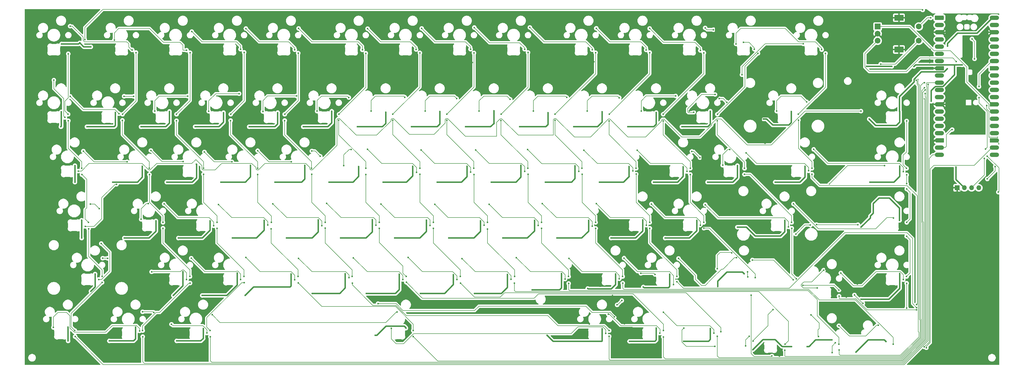
<source format=gbr>
%TF.GenerationSoftware,KiCad,Pcbnew,9.0.2*%
%TF.CreationDate,2025-06-21T15:39:44+05:00*%
%TF.ProjectId,KB75,4b423735-2e6b-4696-9361-645f70636258,V1*%
%TF.SameCoordinates,Original*%
%TF.FileFunction,Copper,L1,Top*%
%TF.FilePolarity,Positive*%
%FSLAX46Y46*%
G04 Gerber Fmt 4.6, Leading zero omitted, Abs format (unit mm)*
G04 Created by KiCad (PCBNEW 9.0.2) date 2025-06-21 15:39:44*
%MOMM*%
%LPD*%
G01*
G04 APERTURE LIST*
G04 Aperture macros list*
%AMRoundRect*
0 Rectangle with rounded corners*
0 $1 Rounding radius*
0 $2 $3 $4 $5 $6 $7 $8 $9 X,Y pos of 4 corners*
0 Add a 4 corners polygon primitive as box body*
4,1,4,$2,$3,$4,$5,$6,$7,$8,$9,$2,$3,0*
0 Add four circle primitives for the rounded corners*
1,1,$1+$1,$2,$3*
1,1,$1+$1,$4,$5*
1,1,$1+$1,$6,$7*
1,1,$1+$1,$8,$9*
0 Add four rect primitives between the rounded corners*
20,1,$1+$1,$2,$3,$4,$5,0*
20,1,$1+$1,$4,$5,$6,$7,0*
20,1,$1+$1,$6,$7,$8,$9,0*
20,1,$1+$1,$8,$9,$2,$3,0*%
%AMFreePoly0*
4,1,37,0.800000,0.796148,0.878414,0.796148,1.032228,0.765552,1.177117,0.705537,1.307515,0.618408,1.418408,0.507515,1.505537,0.377117,1.565552,0.232228,1.596148,0.078414,1.596148,-0.078414,1.565552,-0.232228,1.505537,-0.377117,1.418408,-0.507515,1.307515,-0.618408,1.177117,-0.705537,1.032228,-0.765552,0.878414,-0.796148,0.800000,-0.796148,0.800000,-0.800000,-1.400000,-0.800000,
-1.403843,-0.796157,-1.439018,-0.796157,-1.511114,-0.766294,-1.566294,-0.711114,-1.596157,-0.639018,-1.596157,-0.603843,-1.600000,-0.600000,-1.600000,0.600000,-1.596157,0.603843,-1.596157,0.639018,-1.566294,0.711114,-1.511114,0.766294,-1.439018,0.796157,-1.403843,0.796157,-1.400000,0.800000,0.800000,0.800000,0.800000,0.796148,0.800000,0.796148,$1*%
%AMFreePoly1*
4,1,37,1.403843,0.796157,1.439018,0.796157,1.511114,0.766294,1.566294,0.711114,1.596157,0.639018,1.596157,0.603843,1.600000,0.600000,1.600000,-0.600000,1.596157,-0.603843,1.596157,-0.639018,1.566294,-0.711114,1.511114,-0.766294,1.439018,-0.796157,1.403843,-0.796157,1.400000,-0.800000,-0.800000,-0.800000,-0.800000,-0.796148,-0.878414,-0.796148,-1.032228,-0.765552,-1.177117,-0.705537,
-1.307515,-0.618408,-1.418408,-0.507515,-1.505537,-0.377117,-1.565552,-0.232228,-1.596148,-0.078414,-1.596148,0.078414,-1.565552,0.232228,-1.505537,0.377117,-1.418408,0.507515,-1.307515,0.618408,-1.177117,0.705537,-1.032228,0.765552,-0.878414,0.796148,-0.800000,0.796148,-0.800000,0.800000,1.400000,0.800000,1.403843,0.796157,1.403843,0.796157,$1*%
%AMFreePoly2*
4,1,37,0.603843,0.796157,0.639018,0.796157,0.711114,0.766294,0.766294,0.711114,0.796157,0.639018,0.796157,0.603843,0.800000,0.600000,0.800000,-0.600000,0.796157,-0.603843,0.796157,-0.639018,0.766294,-0.711114,0.711114,-0.766294,0.639018,-0.796157,0.603843,-0.796157,0.600000,-0.800000,0.000000,-0.800000,0.000000,-0.796148,-0.078414,-0.796148,-0.232228,-0.765552,-0.377117,-0.705537,
-0.507515,-0.618408,-0.618408,-0.507515,-0.705537,-0.377117,-0.765552,-0.232228,-0.796148,-0.078414,-0.796148,0.078414,-0.765552,0.232228,-0.705537,0.377117,-0.618408,0.507515,-0.507515,0.618408,-0.377117,0.705537,-0.232228,0.765552,-0.078414,0.796148,0.000000,0.796148,0.000000,0.800000,0.600000,0.800000,0.603843,0.796157,0.603843,0.796157,$1*%
%AMFreePoly3*
4,1,37,0.000000,0.796148,0.078414,0.796148,0.232228,0.765552,0.377117,0.705537,0.507515,0.618408,0.618408,0.507515,0.705537,0.377117,0.765552,0.232228,0.796148,0.078414,0.796148,-0.078414,0.765552,-0.232228,0.705537,-0.377117,0.618408,-0.507515,0.507515,-0.618408,0.377117,-0.705537,0.232228,-0.765552,0.078414,-0.796148,0.000000,-0.796148,0.000000,-0.800000,-0.600000,-0.800000,
-0.603843,-0.796157,-0.639018,-0.796157,-0.711114,-0.766294,-0.766294,-0.711114,-0.796157,-0.639018,-0.796157,-0.603843,-0.800000,-0.600000,-0.800000,0.600000,-0.796157,0.603843,-0.796157,0.639018,-0.766294,0.711114,-0.711114,0.766294,-0.639018,0.796157,-0.603843,0.796157,-0.600000,0.800000,0.000000,0.800000,0.000000,0.796148,0.000000,0.796148,$1*%
G04 Aperture macros list end*
%TA.AperFunction,SMDPad,CuDef*%
%ADD10FreePoly0,0.000000*%
%TD*%
%TA.AperFunction,ComponentPad*%
%ADD11RoundRect,0.200000X-0.600000X-0.600000X0.600000X-0.600000X0.600000X0.600000X-0.600000X0.600000X0*%
%TD*%
%TA.AperFunction,SMDPad,CuDef*%
%ADD12RoundRect,0.800000X-0.800000X-0.000010X0.800000X-0.000010X0.800000X0.000010X-0.800000X0.000010X0*%
%TD*%
%TA.AperFunction,ComponentPad*%
%ADD13C,1.600000*%
%TD*%
%TA.AperFunction,SMDPad,CuDef*%
%ADD14FreePoly1,0.000000*%
%TD*%
%TA.AperFunction,ComponentPad*%
%ADD15FreePoly2,0.000000*%
%TD*%
%TA.AperFunction,ComponentPad*%
%ADD16FreePoly3,0.000000*%
%TD*%
%TA.AperFunction,ComponentPad*%
%ADD17R,2.000000X2.000000*%
%TD*%
%TA.AperFunction,ComponentPad*%
%ADD18C,2.000000*%
%TD*%
%TA.AperFunction,ComponentPad*%
%ADD19R,3.200000X2.000000*%
%TD*%
%TA.AperFunction,ComponentPad*%
%ADD20R,1.700000X1.700000*%
%TD*%
%TA.AperFunction,ComponentPad*%
%ADD21O,1.700000X1.700000*%
%TD*%
%TA.AperFunction,ViaPad*%
%ADD22C,0.600000*%
%TD*%
%TA.AperFunction,ViaPad*%
%ADD23C,0.500000*%
%TD*%
%TA.AperFunction,ViaPad*%
%ADD24C,0.400000*%
%TD*%
%TA.AperFunction,Conductor*%
%ADD25C,0.500000*%
%TD*%
%TA.AperFunction,Conductor*%
%ADD26C,0.200000*%
%TD*%
G04 APERTURE END LIST*
D10*
%TO.P,A1,1,GPIO0*%
%TO.N,E-SW2*%
X360439482Y-44255026D03*
D11*
X361239482Y-44255026D03*
D12*
%TO.P,A1,2,GPIO1*%
%TO.N,R2*%
X360439482Y-46795026D03*
D13*
X361239482Y-46795026D03*
D14*
%TO.P,A1,3,GND*%
%TO.N,GND*%
X360439482Y-49335026D03*
D15*
X361239482Y-49335026D03*
D12*
%TO.P,A1,4,GPIO2*%
%TO.N,R3*%
X360439482Y-51875026D03*
D13*
X361239482Y-51875026D03*
D12*
%TO.P,A1,5,GPIO3*%
%TO.N,R4*%
X360439482Y-54415026D03*
D13*
X361239482Y-54415026D03*
D12*
%TO.P,A1,6,GPIO4*%
%TO.N,R5*%
X360439482Y-56955026D03*
D13*
X361239482Y-56955026D03*
D12*
%TO.P,A1,7,GPIO5*%
%TO.N,R6*%
X360439482Y-59495026D03*
D13*
X361239482Y-59495026D03*
D14*
%TO.P,A1,8,GND*%
%TO.N,GND*%
X360439482Y-62035026D03*
D15*
X361239482Y-62035026D03*
D12*
%TO.P,A1,9,GPIO6*%
%TO.N,C1*%
X360439482Y-64575026D03*
D13*
X361239482Y-64575026D03*
D12*
%TO.P,A1,10,GPIO7*%
%TO.N,C2*%
X360439482Y-67115026D03*
D13*
X361239482Y-67115026D03*
D12*
%TO.P,A1,11,GPIO8*%
%TO.N,C3*%
X360439482Y-69655026D03*
D13*
X361239482Y-69655026D03*
D12*
%TO.P,A1,12,GPIO9*%
%TO.N,C4*%
X360439482Y-72195026D03*
D13*
X361239482Y-72195026D03*
D14*
%TO.P,A1,13,GND*%
%TO.N,GND*%
X360439482Y-74735026D03*
D15*
X361239482Y-74735026D03*
D12*
%TO.P,A1,14,GPIO10*%
%TO.N,C5*%
X360439482Y-77275026D03*
D13*
X361239482Y-77275026D03*
D12*
%TO.P,A1,15,GPIO11*%
%TO.N,C6*%
X360439482Y-79815026D03*
D13*
X361239482Y-79815026D03*
D12*
%TO.P,A1,16,GPIO12*%
%TO.N,C7*%
X360439482Y-82355026D03*
D13*
X361239482Y-82355026D03*
D12*
%TO.P,A1,17,GPIO13*%
%TO.N,C8*%
X360439482Y-84895026D03*
D13*
X361239482Y-84895026D03*
D14*
%TO.P,A1,18,GND*%
%TO.N,GND*%
X360439482Y-87435026D03*
D15*
X361239482Y-87435026D03*
D12*
%TO.P,A1,19,GPIO14*%
%TO.N,C9*%
X360439482Y-89975026D03*
D13*
X361239482Y-89975026D03*
D12*
%TO.P,A1,20,GPIO15*%
%TO.N,C10*%
X360439482Y-92515026D03*
D13*
X361239482Y-92515026D03*
%TO.P,A1,21,GPIO16*%
%TO.N,C11*%
X379019482Y-92515026D03*
D12*
X379819482Y-92515026D03*
D13*
%TO.P,A1,22,GPIO17*%
%TO.N,C12*%
X379019482Y-89975026D03*
D12*
X379819482Y-89975026D03*
D16*
%TO.P,A1,23,GND*%
%TO.N,GND*%
X379019482Y-87435026D03*
D10*
X379819482Y-87435026D03*
D13*
%TO.P,A1,24,GPIO18*%
%TO.N,C13*%
X379019482Y-84895026D03*
D12*
X379819482Y-84895026D03*
D13*
%TO.P,A1,25,GPIO19*%
%TO.N,C14*%
X379019482Y-82355026D03*
D12*
X379819482Y-82355026D03*
D13*
%TO.P,A1,26,GPIO20*%
%TO.N,C15*%
X379019482Y-79815026D03*
D12*
X379819482Y-79815026D03*
D13*
%TO.P,A1,27,GPIO21*%
%TO.N,E-A*%
X379019482Y-77275026D03*
D12*
X379819482Y-77275026D03*
D16*
%TO.P,A1,28,GND*%
%TO.N,GND*%
X379019482Y-74735026D03*
D10*
X379819482Y-74735026D03*
D13*
%TO.P,A1,29,GPIO22*%
%TO.N,E-B*%
X379019482Y-72195026D03*
D12*
X379819482Y-72195026D03*
D13*
%TO.P,A1,30,RUN*%
%TO.N,unconnected-(A1-RUN-Pad30)*%
X379019482Y-69655026D03*
D12*
%TO.N,unconnected-(A1-RUN-Pad30)_1*%
X379819482Y-69655026D03*
D13*
%TO.P,A1,31,GPIO26_ADC0*%
%TO.N,RGB*%
X379019482Y-67115026D03*
D12*
X379819482Y-67115026D03*
D13*
%TO.P,A1,32,GPIO27_ADC1*%
%TO.N,SDA*%
X379019482Y-64575026D03*
D12*
X379819482Y-64575026D03*
D16*
%TO.P,A1,33,AGND*%
%TO.N,unconnected-(A1-AGND-Pad33)*%
X379019482Y-62035026D03*
D10*
%TO.N,unconnected-(A1-AGND-Pad33)_1*%
X379819482Y-62035026D03*
D13*
%TO.P,A1,34,GPIO28_ADC2*%
%TO.N,SCL*%
X379019482Y-59495026D03*
D12*
X379819482Y-59495026D03*
D13*
%TO.P,A1,35,ADC_VREF*%
%TO.N,unconnected-(A1-ADC_VREF-Pad35)_1*%
X379019482Y-56955026D03*
D12*
%TO.N,unconnected-(A1-ADC_VREF-Pad35)*%
X379819482Y-56955026D03*
D13*
%TO.P,A1,36,3V3*%
%TO.N,+3.3V*%
X379019482Y-54415026D03*
D12*
X379819482Y-54415026D03*
D13*
%TO.P,A1,37,3V3_EN*%
%TO.N,unconnected-(A1-3V3_EN-Pad37)*%
X379019482Y-51875026D03*
D12*
%TO.N,unconnected-(A1-3V3_EN-Pad37)_1*%
X379819482Y-51875026D03*
D16*
%TO.P,A1,38,GND*%
%TO.N,GND*%
X379019482Y-49335026D03*
D10*
X379819482Y-49335026D03*
D13*
%TO.P,A1,39,VSYS*%
%TO.N,unconnected-(A1-VSYS-Pad39)_1*%
X379019482Y-46795026D03*
D12*
%TO.N,unconnected-(A1-VSYS-Pad39)*%
X379819482Y-46795026D03*
D13*
%TO.P,A1,40,VBUS*%
%TO.N,+5V*%
X379019482Y-44255026D03*
D12*
X379819482Y-44255026D03*
%TD*%
D17*
%TO.P,SW83,A,A*%
%TO.N,E-A*%
X338694482Y-47295026D03*
D18*
%TO.P,SW83,B,B*%
%TO.N,E-B*%
X338694482Y-52295026D03*
%TO.P,SW83,C,C*%
%TO.N,GND*%
X338694482Y-49795026D03*
D19*
%TO.P,SW83,MP,MP*%
X346194482Y-44195026D03*
X346194482Y-55395026D03*
D18*
%TO.P,SW83,S1,S1*%
%TO.N,E-SW1*%
X353194482Y-52295026D03*
%TO.P,SW83,S2,S2*%
%TO.N,E-SW2*%
X353194482Y-47295026D03*
%TD*%
D20*
%TO.P,OLED1,1,GND*%
%TO.N,GND*%
X366709482Y-104120026D03*
D21*
%TO.P,OLED1,2,VCC*%
%TO.N,+3.3V*%
X369249482Y-104120026D03*
%TO.P,OLED1,3,SCL*%
%TO.N,SCL*%
X371789482Y-104120026D03*
%TO.P,OLED1,4,SDA*%
%TO.N,SDA*%
X374329482Y-104120026D03*
%TD*%
D22*
%TO.N,GND*%
X261920000Y-47480000D03*
X58920000Y-142100000D03*
X357090000Y-57560000D03*
X60540000Y-139470000D03*
X231800000Y-57710000D03*
X330100000Y-127010000D03*
X237201221Y-152101001D03*
X208110000Y-59960000D03*
X282880000Y-59850000D03*
X251050000Y-57710000D03*
X195910000Y-59960000D03*
X107910000Y-57710000D03*
X363110000Y-50860000D03*
X303500000Y-162170000D03*
X320400000Y-128090000D03*
X350110000Y-144490000D03*
X127100000Y-59810000D03*
X235990000Y-157100000D03*
X362611488Y-52538512D03*
X107950000Y-59810000D03*
X235455000Y-150580000D03*
X172980000Y-151920000D03*
X376350000Y-83980000D03*
X65590000Y-142560000D03*
X150710000Y-59810000D03*
D23*
X380100000Y-103780000D03*
D22*
X207890000Y-57710000D03*
X302390000Y-81000000D03*
X249520000Y-152030000D03*
X272380000Y-77100000D03*
X252166250Y-153373750D03*
X240990000Y-138830000D03*
X61470000Y-59800000D03*
X276850000Y-96480000D03*
D24*
X245310000Y-142049000D03*
D22*
X283140000Y-65850000D03*
D24*
X357060000Y-60046026D03*
D22*
X287330000Y-82280000D03*
X357205409Y-55314591D03*
X188860000Y-57710000D03*
X150710000Y-57710000D03*
X257510000Y-59870000D03*
X253370000Y-137670000D03*
X327640000Y-142589000D03*
X281630000Y-42650000D03*
X269660000Y-57500000D03*
X287450000Y-75570000D03*
X66400000Y-153110000D03*
X275940000Y-59950000D03*
X244761001Y-151630137D03*
X89040000Y-59810000D03*
X46240000Y-57730000D03*
X238760000Y-59690000D03*
X280350000Y-108300000D03*
X169780000Y-59810000D03*
X169700000Y-57710000D03*
X126940000Y-57710000D03*
X88820000Y-57710000D03*
X299100000Y-88390000D03*
X52750000Y-60660000D03*
X331550000Y-138000000D03*
X345620000Y-142070000D03*
X307050000Y-130140000D03*
X276550000Y-137200000D03*
X170070000Y-144690000D03*
X81880000Y-140200000D03*
X75820000Y-59810000D03*
X320050000Y-148756500D03*
X270670000Y-59770000D03*
X42970000Y-151420000D03*
X279920000Y-85490000D03*
X357640000Y-91430000D03*
D24*
X381335000Y-88670000D03*
D22*
X172000000Y-140230000D03*
X374220000Y-81130000D03*
X285900000Y-71120000D03*
D24*
X304180000Y-163404500D03*
D22*
X69890000Y-57700000D03*
X340920000Y-139350000D03*
X81450000Y-135790000D03*
X346610000Y-144490000D03*
X320160000Y-146840000D03*
X288320000Y-57490000D03*
X357030000Y-61990000D03*
X310540000Y-132910000D03*
X84750000Y-145890000D03*
D24*
X357060000Y-58945026D03*
D22*
%TO.N,C5*%
X144130000Y-118340000D03*
X244130000Y-154400000D03*
X355449000Y-69650000D03*
X134620000Y-56660000D03*
X244140000Y-156440000D03*
X144130000Y-116300000D03*
X139330000Y-97250000D03*
X129850000Y-80420000D03*
X139350000Y-99310000D03*
X129860212Y-78200000D03*
X153670000Y-137670000D03*
X153633052Y-135350000D03*
%TO.N,+3.3V*%
X343680000Y-61340000D03*
X366310000Y-96840000D03*
X368464502Y-60815495D03*
X334770000Y-61300000D03*
X351500000Y-61370000D03*
X357600000Y-73630000D03*
%TO.N,E-SW1*%
X339765000Y-60550000D03*
%TO.N,C12*%
X263190000Y-80530000D03*
X272690000Y-99400000D03*
X277480000Y-56550000D03*
X277447997Y-116300000D03*
X295550000Y-135751000D03*
X272690000Y-97250000D03*
X294150000Y-141930000D03*
X355863953Y-160472227D03*
X301450000Y-163355500D03*
X277490000Y-118340000D03*
X263150000Y-78200000D03*
%TO.N,C15*%
X348940000Y-104520000D03*
X381204265Y-105634265D03*
X348910000Y-137740000D03*
X348885101Y-135350000D03*
X348880000Y-97250000D03*
X348920000Y-102670000D03*
X348930000Y-116300000D03*
X377313482Y-92970000D03*
X348920000Y-146500003D03*
X348910000Y-80560000D03*
X348920000Y-99540000D03*
X348910000Y-121180000D03*
%TO.N,C1*%
X53620000Y-56910000D03*
X65510000Y-135350000D03*
X58410000Y-99450000D03*
X53560000Y-78200000D03*
X60770000Y-118530000D03*
X55940000Y-154400000D03*
X60760000Y-116300000D03*
X356479849Y-67715026D03*
X58380000Y-97250000D03*
X56030000Y-156520000D03*
X53630000Y-80480000D03*
X65540000Y-137440000D03*
%TO.N,E-B*%
X366390000Y-59600000D03*
%TO.N,SCL*%
X374395735Y-68454265D03*
X376310000Y-93790000D03*
X376730482Y-90492282D03*
X374400000Y-72310000D03*
%TO.N,C8*%
X210790000Y-137710000D03*
X210810000Y-135350000D03*
X201264642Y-116300000D03*
X306030000Y-161320000D03*
D24*
X352930000Y-65920000D03*
D22*
X186960138Y-78200000D03*
X306128844Y-159162500D03*
X201280000Y-118650000D03*
X186990000Y-80260000D03*
X196520000Y-99410000D03*
X196460000Y-97250000D03*
X196510000Y-56590000D03*
%TO.N,C6*%
X158430000Y-56730000D03*
X148950666Y-78200000D03*
X172700000Y-137390000D03*
X158410000Y-99440000D03*
X163180000Y-118360000D03*
X355233000Y-68879709D03*
X148890000Y-80260000D03*
X163180000Y-116300000D03*
X158399991Y-97250000D03*
X263240000Y-154400000D03*
X172623123Y-135350000D03*
X263210000Y-156630000D03*
%TO.N,C10*%
X234560000Y-97250000D03*
X225100000Y-80300000D03*
X248900000Y-137690000D03*
X239360000Y-56500000D03*
X239380000Y-118390000D03*
X239370000Y-116300000D03*
X344150000Y-159162500D03*
X248870000Y-135350000D03*
X234620000Y-99300000D03*
X225088800Y-78200000D03*
X355134265Y-160144265D03*
%TO.N,E-SW2*%
X357380000Y-44255026D03*
%TO.N,C4*%
X110834597Y-78200000D03*
X120310000Y-99420000D03*
X110790000Y-80420000D03*
X120303050Y-97250000D03*
X134640000Y-137600000D03*
D24*
X355133000Y-72780000D03*
D22*
X175100000Y-156500000D03*
X125164279Y-116300000D03*
X175128379Y-154400000D03*
X125080000Y-118520000D03*
X134551748Y-135350000D03*
X115560000Y-56400000D03*
%TO.N,+5V*%
X115950100Y-142019900D03*
X246420000Y-134520000D03*
X279740000Y-77140000D03*
X184520000Y-77250000D03*
X346410000Y-115590000D03*
X108310000Y-77650000D03*
X208330000Y-134620000D03*
X289300000Y-96290000D03*
X155920000Y-96660000D03*
X101160000Y-153670000D03*
X136890000Y-96250000D03*
X177665000Y-141340000D03*
X335947500Y-102120000D03*
X198810000Y-115770000D03*
X90610000Y-142019900D03*
X68086250Y-158050000D03*
X136392500Y-82600000D03*
X174960000Y-96510000D03*
X240697500Y-102120000D03*
X302610000Y-102120000D03*
X241640000Y-77370000D03*
X61570735Y-140560735D03*
X122640000Y-115620000D03*
X79730000Y-96540000D03*
X279770000Y-153720000D03*
X216997500Y-140088000D03*
X194040000Y-96570000D03*
X161720000Y-156080100D03*
X130510000Y-121820000D03*
X57680000Y-53050000D03*
X289310000Y-117980100D03*
X189280000Y-134770000D03*
X225760000Y-121820000D03*
X53560000Y-158050000D03*
X88297500Y-102120000D03*
X77360000Y-153170000D03*
X260730000Y-153520000D03*
X298470000Y-79840000D03*
X303570000Y-158530000D03*
X260710000Y-77620000D03*
X251180000Y-96620000D03*
X126397500Y-102120000D03*
X55960000Y-102120000D03*
X291680000Y-134360000D03*
X111460000Y-121820000D03*
X294750000Y-161150000D03*
X203560000Y-77030000D03*
X145447500Y-102120000D03*
X61570000Y-54440000D03*
X70200000Y-77590000D03*
X73360000Y-121820000D03*
X168610000Y-121820000D03*
X60192500Y-82600000D03*
X127380000Y-77630000D03*
X221647500Y-102120000D03*
X172570000Y-153540000D03*
X91790000Y-158050000D03*
X278797500Y-102120000D03*
X231642500Y-82600000D03*
X55970000Y-96320000D03*
X275010000Y-115630000D03*
X158615000Y-141340000D03*
X103530000Y-115730000D03*
X155442500Y-82600000D03*
X217840000Y-115630000D03*
X282414375Y-138885000D03*
X107347500Y-102120000D03*
X141700000Y-115470000D03*
X170220000Y-134600000D03*
X193542500Y-82600000D03*
X236880000Y-115580000D03*
X132140000Y-134510000D03*
X79242500Y-82600000D03*
X94020000Y-133670000D03*
X308330000Y-77280000D03*
X146420000Y-77150000D03*
X232130000Y-96390000D03*
X202597500Y-102120000D03*
X100785100Y-142019900D03*
X251302500Y-158190000D03*
X236572500Y-139582500D03*
X206710000Y-121820000D03*
X139565000Y-141340000D03*
X113100000Y-134100000D03*
X58320000Y-115550000D03*
X196715000Y-141340000D03*
X322610000Y-157700000D03*
X363290000Y-54230000D03*
X313877500Y-160010000D03*
X363240000Y-62170000D03*
X117342500Y-82600000D03*
X69247500Y-102120000D03*
X212592500Y-82600000D03*
X313090000Y-96570000D03*
X89250000Y-77230000D03*
X53540000Y-153150000D03*
X183547500Y-102120000D03*
X187660000Y-121820000D03*
X51030000Y-82600000D03*
X263860000Y-121820000D03*
X244810000Y-121820000D03*
X270220000Y-96730000D03*
X332850000Y-117980100D03*
X117830000Y-96220000D03*
X305970000Y-115560000D03*
X259747500Y-102120000D03*
X63060000Y-134520000D03*
X174492500Y-82600000D03*
X331050000Y-161981000D03*
X346420000Y-77100000D03*
X51280000Y-53440000D03*
X265450000Y-134540000D03*
X250692500Y-82600000D03*
X151190000Y-134390000D03*
X84490000Y-115800000D03*
X160730000Y-115350000D03*
X164497500Y-102120000D03*
X346460000Y-134350000D03*
X270352500Y-158190000D03*
X98770000Y-95780000D03*
X241650000Y-153770000D03*
X92410000Y-121820000D03*
X346440000Y-96430000D03*
X51180000Y-77350000D03*
X227380000Y-134330000D03*
X165430000Y-77500000D03*
X222610000Y-77670000D03*
X335720000Y-79880100D03*
X179760000Y-115510000D03*
X213070000Y-96220000D03*
X98292500Y-82600000D03*
X332828750Y-143338750D03*
X58330000Y-121820000D03*
X222280000Y-156080100D03*
X256162500Y-139042500D03*
X149560000Y-121820000D03*
X341660000Y-158280000D03*
X255950000Y-115450000D03*
X308370000Y-160010000D03*
X269742500Y-82600000D03*
%TO.N,C11*%
X244140000Y-80510000D03*
X253670000Y-99290000D03*
X267950000Y-137200000D03*
X253635366Y-97250000D03*
X352428000Y-146300000D03*
X258450000Y-118360000D03*
X267950000Y-135350000D03*
X258410000Y-56470000D03*
X258397602Y-116300000D03*
X244170000Y-78200000D03*
%TO.N,C3*%
X91740000Y-80490000D03*
X96500000Y-56540000D03*
X103650000Y-156560000D03*
X355449000Y-70890000D03*
X103600000Y-154400000D03*
X101260000Y-99320000D03*
X115541489Y-135350000D03*
X115550000Y-137530000D03*
X106030000Y-116300000D03*
X91750000Y-78200000D03*
X106030000Y-118400000D03*
X101257020Y-97250000D03*
%TO.N,C13*%
X325090000Y-140112500D03*
X291770000Y-99370000D03*
X352428000Y-147100003D03*
X282260000Y-78200000D03*
X282230000Y-80430000D03*
X296540000Y-56740000D03*
X308403557Y-116300000D03*
X325100000Y-142260000D03*
X291820000Y-97250000D03*
X312370000Y-138420000D03*
X308430000Y-118350000D03*
X310084204Y-136144202D03*
%TO.N,C9*%
X215560000Y-56430000D03*
X215570000Y-99300000D03*
X325070000Y-159162500D03*
X229840000Y-135350000D03*
X364953000Y-83600000D03*
X325100000Y-161230000D03*
X206080000Y-78200000D03*
X220310000Y-116300000D03*
X352286926Y-66196514D03*
X220330000Y-118380000D03*
X229860000Y-137800000D03*
X215500000Y-97250000D03*
X206040000Y-80360000D03*
%TO.N,C2*%
X72680000Y-80350000D03*
X79813556Y-154400000D03*
X86980000Y-118350000D03*
X96480000Y-135350000D03*
X82210000Y-99440000D03*
X77470000Y-56460000D03*
X96510000Y-137670000D03*
X86971731Y-116300000D03*
X82186678Y-97250000D03*
X79830000Y-156540000D03*
X72750000Y-78200000D03*
%TO.N,C14*%
X315550000Y-97250000D03*
X320330000Y-56780000D03*
X315580000Y-99300000D03*
X310785014Y-78200000D03*
X310810000Y-80250000D03*
X352428000Y-145260000D03*
%TO.N,SDA*%
X377313482Y-100990000D03*
X380122476Y-96627524D03*
D24*
X380934000Y-86268985D03*
D22*
X377150000Y-75150000D03*
%TO.N,C7*%
X191760000Y-137720000D03*
X182210000Y-116300000D03*
X182240000Y-118350000D03*
X167940000Y-80260000D03*
X191740000Y-135350000D03*
X283480000Y-154801000D03*
X177470000Y-99340000D03*
X177470000Y-56580000D03*
X282240000Y-156430000D03*
X177451169Y-97250000D03*
X167922134Y-78200000D03*
X355233000Y-67100000D03*
%TO.N,RGB*%
X59430000Y-51950000D03*
X354560000Y-41457500D03*
X372840000Y-58700000D03*
X371920000Y-51660000D03*
%TO.N,Net-(LED1-DOUT)*%
X54261000Y-47180000D03*
X76160000Y-55533283D03*
%TO.N,Net-(LED2-DOUT)*%
X69840000Y-52090000D03*
X95297500Y-55632967D03*
%TO.N,Net-(LED3-DOUT)*%
X114300000Y-55280000D03*
X97123501Y-49057363D03*
%TO.N,Net-(LED4-DOUT)*%
X133397500Y-55449050D03*
X116173500Y-48000000D03*
%TO.N,Net-(LED5-DOUT)*%
X134740000Y-47980000D03*
X157210000Y-55500000D03*
%TO.N,Net-(LED6-DOUT)*%
X159036000Y-48060000D03*
X176131669Y-55385845D03*
%TO.N,Net-(LED7-DOUT)*%
X195310000Y-55290000D03*
X178086000Y-47960000D03*
%TO.N,Net-(LED8-DOUT)*%
X196630000Y-47660000D03*
X214360000Y-55280000D03*
%TO.N,Net-(LED10-DIN)*%
X238172500Y-55467880D03*
X216186000Y-47610000D03*
%TO.N,Net-(LED10-DOUT)*%
X257190000Y-55530000D03*
X239590000Y-47930000D03*
%TO.N,Net-(LED11-DOUT)*%
X258390000Y-47990000D03*
X276273109Y-55736806D03*
%TO.N,Net-(LED12-DOUT)*%
X277940000Y-47790000D03*
X280880000Y-48420000D03*
X291429814Y-52887469D03*
X295256033Y-55301416D03*
%TO.N,Net-(LED13-DOUT)*%
X288840000Y-53450000D03*
X318980000Y-55440000D03*
%TO.N,Net-(LED14-DOUT)*%
X312550000Y-53390000D03*
X52435000Y-79316273D03*
X290900000Y-64280000D03*
X48530000Y-66160000D03*
%TO.N,Net-(LED15-DOUT)*%
X71484738Y-77996455D03*
X54261000Y-71880000D03*
%TO.N,Net-(LED16-DOUT)*%
X76640000Y-71900000D03*
X73290000Y-71870000D03*
%TO.N,Net-(LED17-DOUT)*%
X95710000Y-71800000D03*
X84060000Y-77110000D03*
%TO.N,Net-(LED18-DOUT)*%
X113800000Y-70950000D03*
X103070000Y-77150000D03*
%TO.N,Net-(LED19-DOUT)*%
X134020000Y-71750000D03*
X122180000Y-77210000D03*
%TO.N,Net-(LED20-DOUT)*%
X152450000Y-72300000D03*
X141240000Y-77101000D03*
%TO.N,Net-(LED21-DOUT)*%
X172180000Y-72210000D03*
X160290000Y-77101000D03*
%TO.N,Net-(LED22-DOUT)*%
X190410000Y-72660000D03*
X179320000Y-77101000D03*
%TO.N,Net-(LED23-DOUT)*%
X209260000Y-72940000D03*
X198320000Y-77101000D03*
%TO.N,Net-(LED24-DOUT)*%
X229210000Y-72280000D03*
X217420000Y-77101000D03*
%TO.N,Net-(LED25-DOUT)*%
X236420000Y-77100000D03*
X247680000Y-72380000D03*
%TO.N,Net-(LED26-DOUT)*%
X267560000Y-71750000D03*
X255420000Y-77101000D03*
%TO.N,Net-(LED27-DOUT)*%
X281450000Y-71230000D03*
X273900000Y-77490000D03*
X282861000Y-72710000D03*
X285595735Y-74015735D03*
%TO.N,Net-(LED28-DOUT)*%
X313680000Y-73840000D03*
X303140000Y-77101000D03*
%TO.N,Net-(LED29-DOUT)*%
X332830000Y-77101000D03*
X57197500Y-98226234D03*
%TO.N,Net-(LED30-DOUT)*%
X58920000Y-91200000D03*
X74350000Y-94951000D03*
%TO.N,Net-(LED31-DOUT)*%
X82700000Y-90970000D03*
X94050000Y-94890000D03*
%TO.N,Net-(LED32-DOUT)*%
X111250000Y-94951000D03*
X101570000Y-91490000D03*
%TO.N,Net-(LED33-DOUT)*%
X132150000Y-94951000D03*
X120320000Y-91040000D03*
%TO.N,Net-(LED34-DOUT)*%
X139420000Y-91160000D03*
X142370000Y-92990000D03*
%TO.N,Net-(LED35-DOUT)*%
X159036000Y-90530000D03*
X176267832Y-98662779D03*
X150680000Y-96310000D03*
X153257324Y-90651035D03*
%TO.N,Net-(LED36-DOUT)*%
X195310000Y-98559708D03*
X177910000Y-90800000D03*
%TO.N,Net-(LED37-DOUT)*%
X197136000Y-90800000D03*
X214360000Y-98330000D03*
%TO.N,Net-(LED38-DOUT)*%
X215380000Y-90650000D03*
X233410000Y-98350000D03*
%TO.N,Net-(LED39-DOUT)*%
X235236000Y-90840000D03*
X252460000Y-98193651D03*
%TO.N,Net-(LED40-DOUT)*%
X271510000Y-98333374D03*
X254040000Y-90890000D03*
%TO.N,Net-(LED41-DOUT)*%
X273260000Y-91290000D03*
X276100000Y-93460000D03*
%TO.N,Net-(LED42-DOUT)*%
X286628172Y-90650526D03*
X314372500Y-98110000D03*
X292360000Y-91840000D03*
X284120000Y-96151000D03*
%TO.N,Net-(LED43-DOUT)*%
X347710000Y-98370000D03*
X316170000Y-90550000D03*
%TO.N,Net-(LED44-DOUT)*%
X70630000Y-102870000D03*
X59583899Y-117696200D03*
D24*
X321670000Y-102780000D03*
D22*
X341180000Y-96320000D03*
%TO.N,Net-(LED45-DOUT)*%
X64530000Y-111490000D03*
X61380000Y-109860000D03*
%TO.N,Net-(LED46-DOUT)*%
X104822500Y-117466088D03*
X87390000Y-109790000D03*
X81819824Y-109701035D03*
X79280000Y-115201000D03*
%TO.N,Net-(LED47-DOUT)*%
X123872500Y-117220000D03*
X106560000Y-109990000D03*
%TO.N,Net-(LED48-DOUT)*%
X125698500Y-109740000D03*
X142922500Y-117477695D03*
%TO.N,Net-(LED49-DOUT)*%
X161972500Y-117327919D03*
X144670000Y-109570000D03*
%TO.N,Net-(LED50-DOUT)*%
X163798500Y-109800000D03*
X181022500Y-117354474D03*
%TO.N,Net-(LED51-DOUT)*%
X200072500Y-117250000D03*
X182730000Y-109910000D03*
%TO.N,Net-(LED52-DOUT)*%
X201898500Y-109950000D03*
X219100000Y-117410000D03*
%TO.N,Net-(LED53-DOUT)*%
X238160000Y-117640000D03*
X220580000Y-109650000D03*
%TO.N,Net-(LED54-DOUT)*%
X239610000Y-109710000D03*
X257222500Y-117256869D03*
%TO.N,Net-(LED55-DOUT)*%
X276272500Y-117280385D03*
X259048500Y-109810000D03*
%TO.N,Net-(LED56-DOUT)*%
X307275937Y-117875351D03*
X277990000Y-110060000D03*
%TO.N,Net-(LED57-DOUT)*%
X344232876Y-114767974D03*
X309054750Y-109770000D03*
%TO.N,Net-(LED58-DOUT)*%
X309890000Y-120400000D03*
X331780000Y-117100000D03*
X317171640Y-117038360D03*
X65220000Y-123744000D03*
X315020000Y-117230100D03*
X64341250Y-136420000D03*
%TO.N,Net-(LED59-DOUT)*%
X82960000Y-133690000D03*
X67470000Y-128940000D03*
X65750000Y-128910000D03*
X95297500Y-136420000D03*
%TO.N,Net-(LED60-DOUT)*%
X114347500Y-136400000D03*
X96940000Y-128930000D03*
%TO.N,Net-(LED61-DOUT)*%
X116173500Y-128640000D03*
X133397500Y-136487511D03*
%TO.N,Net-(LED62-DOUT)*%
X152467500Y-135780000D03*
X134750000Y-128960000D03*
%TO.N,Net-(LED63-DOUT)*%
X154030000Y-128770000D03*
X171497500Y-136413923D03*
%TO.N,Net-(LED64-DOUT)*%
X173323500Y-128670000D03*
X190547500Y-136384147D03*
%TO.N,Net-(LED65-DOUT)*%
X192330000Y-129040000D03*
X209597500Y-136380000D03*
%TO.N,Net-(LED66-DOUT)*%
X228610000Y-136230000D03*
X211423500Y-128680000D03*
%TO.N,Net-(LED67-DOUT)*%
X247697500Y-136160000D03*
X229970000Y-128990000D03*
%TO.N,Net-(LED68-DOUT)*%
X266833450Y-138206187D03*
X249370000Y-128880000D03*
%TO.N,Net-(LED69-DOUT)*%
X288988574Y-128751035D03*
X260290000Y-134610000D03*
X255290000Y-134251000D03*
X268560000Y-129010000D03*
X292961250Y-135530000D03*
X292901810Y-133748190D03*
%TO.N,Net-(LED70-DOUT)*%
X294570000Y-129540000D03*
X282230000Y-132610000D03*
X308940000Y-136490000D03*
X287262251Y-127024715D03*
%TO.N,Net-(LED71-DOUT)*%
X317430000Y-139390000D03*
X325723500Y-134110000D03*
X319678122Y-133111500D03*
X347710000Y-136440000D03*
%TO.N,Net-(LED72-DOUT)*%
X162720000Y-144933000D03*
X333502723Y-144807277D03*
X330540000Y-141860000D03*
X245961000Y-149531660D03*
X248600000Y-143820000D03*
X246940000Y-145330000D03*
%TO.N,Net-(LED73-DOUT)*%
X78720000Y-154510000D03*
X48360000Y-153301000D03*
%TO.N,Net-(LED74-DOUT)*%
X102441250Y-155240000D03*
X79780000Y-147790000D03*
X83735735Y-148015735D03*
X89974669Y-152175331D03*
%TO.N,Net-(LED75-DOUT)*%
X169455142Y-147858616D03*
X104295000Y-148810952D03*
%TO.N,Net-(LED76-DOUT)*%
X242935000Y-155350201D03*
X167400000Y-153601000D03*
%TO.N,Net-(LED77-DOUT)*%
X261985000Y-155289633D03*
X243840000Y-148630000D03*
%TO.N,Net-(LED78-DOUT)*%
X263210000Y-147940000D03*
X281035000Y-155302911D03*
%TO.N,Net-(LED79-DOUT)*%
X270460000Y-153490000D03*
X281350000Y-159990000D03*
X293500000Y-156430000D03*
X292220000Y-159830000D03*
%TO.N,Net-(LED80-DOUT)*%
X322650000Y-162170000D03*
X301830000Y-147020000D03*
X315210000Y-148870000D03*
X294860000Y-158063500D03*
X323768612Y-158723524D03*
X317876135Y-156497078D03*
%TO.N,Net-(LED81-DOUT)*%
X338905643Y-152474357D03*
X325050000Y-152680000D03*
%TD*%
D25*
%TO.N,GND*%
X279656000Y-75185948D02*
X278190948Y-76651000D01*
X269660000Y-57500000D02*
X269660000Y-58760000D01*
X261920000Y-47480000D02*
X266750000Y-42650000D01*
X276850000Y-104800000D02*
X276850000Y-96480000D01*
X300479000Y-79089000D02*
X298158925Y-79089000D01*
X81450000Y-135790000D02*
X81450000Y-139770000D01*
X357075026Y-62035026D02*
X357030000Y-61990000D01*
X330100000Y-136550000D02*
X331550000Y-138000000D01*
X246504614Y-153373750D02*
X252166250Y-153373750D01*
X285900000Y-71120000D02*
X283140000Y-68360000D01*
X299879900Y-122969900D02*
X307050000Y-130140000D01*
X302390000Y-81000000D02*
X300479000Y-79089000D01*
X297719000Y-87009000D02*
X299100000Y-88390000D01*
X107910000Y-59770000D02*
X107950000Y-59810000D01*
X280105053Y-117589000D02*
X285485953Y-122969900D01*
X285485953Y-122969900D02*
X299879900Y-122969900D01*
X281630000Y-64340000D02*
X283140000Y-65850000D01*
X169700000Y-59730000D02*
X169780000Y-59810000D01*
X61480000Y-59810000D02*
X71470000Y-59810000D01*
X277178925Y-117589000D02*
X280105053Y-117589000D01*
X276550000Y-137200000D02*
X276550000Y-118217925D01*
X361239482Y-49335026D02*
X361585026Y-49335026D01*
X320400000Y-128090000D02*
X320400000Y-132908052D01*
X361239482Y-62035026D02*
X357075026Y-62035026D01*
X281630000Y-42650000D02*
X281630000Y-64340000D01*
X276850000Y-88560000D02*
X279920000Y-85490000D01*
X191110000Y-59960000D02*
X195910000Y-59960000D01*
X81880000Y-140200000D02*
X81880000Y-143020000D01*
X107910000Y-57710000D02*
X107910000Y-59770000D01*
X172000000Y-142760000D02*
X170070000Y-144690000D01*
X282880000Y-59850000D02*
X285960000Y-59850000D01*
X270850000Y-59950000D02*
X275940000Y-59950000D01*
X363110000Y-52040000D02*
X363110000Y-50860000D01*
X362611488Y-52538512D02*
X363110000Y-52040000D01*
X357060000Y-58945026D02*
X357060000Y-60046026D01*
X323721500Y-137681925D02*
X327640000Y-141600425D01*
X287330000Y-82280000D02*
X287450000Y-82160000D01*
X60540000Y-140480000D02*
X58920000Y-142100000D01*
D26*
X381350000Y-88655000D02*
X381335000Y-88670000D01*
D25*
X245310000Y-147820000D02*
X249520000Y-152030000D01*
X126940000Y-57710000D02*
X126940000Y-59650000D01*
D26*
X377740000Y-106140000D02*
X368729456Y-106140000D01*
D25*
X358834482Y-87435026D02*
X357640000Y-88629508D01*
X81450000Y-139770000D02*
X81880000Y-140200000D01*
X285960000Y-59850000D02*
X288320000Y-57490000D01*
X374220000Y-81850000D02*
X376350000Y-83980000D01*
X320400000Y-132908052D02*
X323721500Y-136229552D01*
D26*
X381350000Y-88340000D02*
X381350000Y-88655000D01*
D25*
X303500000Y-162724500D02*
X304180000Y-163404500D01*
X272829000Y-76651000D02*
X272380000Y-77100000D01*
X207890000Y-57710000D02*
X207890000Y-59740000D01*
X61470000Y-59800000D02*
X61480000Y-59810000D01*
D26*
X380445026Y-87435026D02*
X381350000Y-88340000D01*
D25*
X280350000Y-108300000D02*
X276850000Y-104800000D01*
X251050000Y-57710000D02*
X253210000Y-59870000D01*
X49170000Y-60660000D02*
X52750000Y-60660000D01*
X207890000Y-59740000D02*
X208110000Y-59960000D01*
X283140000Y-68360000D02*
X283140000Y-65850000D01*
X233780000Y-59690000D02*
X238760000Y-59690000D01*
X357090000Y-57560000D02*
X357090000Y-55430000D01*
X283140000Y-71299042D02*
X279656000Y-74783042D01*
X65590000Y-142560000D02*
X66400000Y-143370000D01*
X245310000Y-142049000D02*
X245310000Y-147820000D01*
X69890000Y-57700000D02*
X69890000Y-58230000D01*
D26*
X320050000Y-148756500D02*
X320050000Y-146950000D01*
D25*
X269660000Y-58760000D02*
X270670000Y-59770000D01*
X172000000Y-140230000D02*
X172000000Y-142760000D01*
X374220000Y-81130000D02*
X374220000Y-81850000D01*
X270670000Y-59770000D02*
X270850000Y-59950000D01*
X361585026Y-49335026D02*
X363110000Y-50860000D01*
X244761001Y-151630137D02*
X246504614Y-153373750D01*
X272829000Y-76651000D02*
X278190948Y-76651000D01*
X235680220Y-150580000D02*
X237201221Y-152101001D01*
X60540000Y-139470000D02*
X60540000Y-140480000D01*
X231800000Y-57710000D02*
X233780000Y-59690000D01*
X266750000Y-42650000D02*
X281630000Y-42650000D01*
D26*
X379819482Y-87435026D02*
X380445026Y-87435026D01*
D25*
X88820000Y-59590000D02*
X89040000Y-59810000D01*
X126940000Y-59650000D02*
X127100000Y-59810000D01*
X235455000Y-150580000D02*
X235680220Y-150580000D01*
X323721500Y-136229552D02*
X323721500Y-137681925D01*
X71470000Y-59810000D02*
X75820000Y-59810000D01*
D26*
X320050000Y-146950000D02*
X320160000Y-146840000D01*
D25*
X279656000Y-74783042D02*
X279656000Y-75185948D01*
X66400000Y-143370000D02*
X66400000Y-153110000D01*
X327640000Y-141600425D02*
X327640000Y-142589000D01*
D26*
X380100000Y-103780000D02*
X377740000Y-106140000D01*
D25*
X276550000Y-118217925D02*
X277178925Y-117589000D01*
X276850000Y-96480000D02*
X276850000Y-88560000D01*
X253210000Y-59870000D02*
X257510000Y-59870000D01*
X283140000Y-65850000D02*
X283140000Y-71299042D01*
X46240000Y-57730000D02*
X49170000Y-60660000D01*
X303500000Y-162170000D02*
X303500000Y-162724500D01*
X297719000Y-79528925D02*
X297719000Y-87009000D01*
D26*
X368729456Y-106140000D02*
X366709482Y-104120026D01*
D25*
X81880000Y-143020000D02*
X84750000Y-145890000D01*
X330100000Y-127010000D02*
X330100000Y-136550000D01*
X169700000Y-57710000D02*
X169700000Y-59730000D01*
X298158925Y-79089000D02*
X297719000Y-79528925D01*
X346610000Y-144490000D02*
X346610000Y-143060000D01*
X287450000Y-82160000D02*
X287450000Y-75570000D01*
X188860000Y-57710000D02*
X191110000Y-59960000D01*
X346610000Y-143060000D02*
X345620000Y-142070000D01*
X69890000Y-58230000D02*
X71470000Y-59810000D01*
X357090000Y-55430000D02*
X357205409Y-55314591D01*
X88820000Y-57710000D02*
X88820000Y-59590000D01*
X150710000Y-57710000D02*
X150710000Y-59810000D01*
X360439482Y-87435026D02*
X358834482Y-87435026D01*
X357640000Y-88629508D02*
X357640000Y-91430000D01*
D26*
%TO.N,C5*%
X354632000Y-116016000D02*
X354632000Y-70467000D01*
X144130000Y-113991326D02*
X144130000Y-116300000D01*
X144130000Y-123537684D02*
X153633052Y-133040736D01*
X134620000Y-56660000D02*
X134620000Y-73440212D01*
X244140000Y-156440000D02*
X244140000Y-164500000D01*
X139350000Y-109211326D02*
X144130000Y-113991326D01*
X354632000Y-70467000D02*
X355449000Y-69650000D01*
X172682024Y-149120000D02*
X222520000Y-149120000D01*
X144130000Y-118340000D02*
X144130000Y-123537684D01*
X354846000Y-116230000D02*
X354632000Y-116016000D01*
X129850000Y-85445184D02*
X139330000Y-94925184D01*
X139330000Y-94925184D02*
X139330000Y-97250000D01*
X169095024Y-145533000D02*
X172682024Y-149120000D01*
X129850000Y-80420000D02*
X129850000Y-85445184D01*
X244397500Y-164757500D02*
X347404100Y-164757500D01*
X226101000Y-152701000D02*
X242431000Y-152701000D01*
X153670000Y-138290000D02*
X160913000Y-145533000D01*
X160913000Y-145533000D02*
X169095024Y-145533000D01*
X134620000Y-73440212D02*
X129860212Y-78200000D01*
X139350000Y-99310000D02*
X139350000Y-109211326D01*
X347404100Y-164757500D02*
X354846000Y-157315600D01*
X354846000Y-157315600D02*
X354846000Y-116230000D01*
X153670000Y-137670000D02*
X153670000Y-138290000D01*
X222520000Y-149120000D02*
X226101000Y-152701000D01*
X153633052Y-133040736D02*
X153633052Y-135350000D01*
X244140000Y-164500000D02*
X244397500Y-164757500D01*
X242431000Y-152701000D02*
X244130000Y-154400000D01*
D25*
%TO.N,+3.3V*%
X361719664Y-68404026D02*
X365800000Y-64323690D01*
X352090974Y-60779026D02*
X365800000Y-60779026D01*
X334770000Y-61300000D02*
X343640000Y-61300000D01*
X359121300Y-68404026D02*
X361719664Y-68404026D01*
X369249482Y-104120026D02*
X366310000Y-101180544D01*
X368428033Y-60779026D02*
X368464502Y-60815495D01*
X357600000Y-73630000D02*
X357600000Y-69887326D01*
X351500000Y-61370000D02*
X352090974Y-60779026D01*
X366310000Y-101180544D02*
X366310000Y-96840000D01*
X358777326Y-68710000D02*
X358815326Y-68710000D01*
X357600000Y-69887326D02*
X358777326Y-68710000D01*
X343640000Y-61300000D02*
X343680000Y-61340000D01*
X365800000Y-60779026D02*
X368428033Y-60779026D01*
X358815326Y-68710000D02*
X359121300Y-68404026D01*
X365800000Y-64323690D02*
X365800000Y-60779026D01*
D26*
%TO.N,E-SW1*%
X344939508Y-60550000D02*
X339765000Y-60550000D01*
X353194482Y-52295026D02*
X344939508Y-60550000D01*
%TO.N,C12*%
X277447997Y-113959323D02*
X277447997Y-116300000D01*
X355863953Y-160472227D02*
X355863953Y-159981677D01*
X355863953Y-159981677D02*
X357252000Y-158593630D01*
X295184500Y-163554500D02*
X301251000Y-163554500D01*
X277490000Y-118340000D02*
X279426066Y-118340000D01*
X272690000Y-99400000D02*
X272690000Y-109201326D01*
X294150000Y-141930000D02*
X294150000Y-162520000D01*
X279426066Y-118340000D02*
X295550000Y-134463934D01*
X357252000Y-97490000D02*
X358502000Y-96240000D01*
X301251000Y-163554500D02*
X301450000Y-163355500D01*
X272690000Y-109201326D02*
X277447997Y-113959323D01*
X294150000Y-162520000D02*
X295184500Y-163554500D01*
X272690000Y-94935184D02*
X272690000Y-97250000D01*
X372754508Y-96240000D02*
X379019482Y-89975026D01*
X263190000Y-80530000D02*
X263190000Y-85435184D01*
X295550000Y-134463934D02*
X295550000Y-135751000D01*
X277480000Y-63870000D02*
X263150000Y-78200000D01*
X357252000Y-158593630D02*
X357252000Y-97490000D01*
X263190000Y-85435184D02*
X272690000Y-94935184D01*
X277480000Y-56550000D02*
X277480000Y-63870000D01*
X358502000Y-96240000D02*
X372754508Y-96240000D01*
%TO.N,C15*%
X350136000Y-115094000D02*
X348930000Y-116300000D01*
X348920000Y-102670000D02*
X348920000Y-99540000D01*
X347684000Y-92692174D02*
X347684000Y-96054000D01*
X381420000Y-97076518D02*
X377313482Y-92970000D01*
X348940000Y-104520000D02*
X350136000Y-105716000D01*
X348910000Y-146490003D02*
X348920000Y-146500003D01*
X350136000Y-122406000D02*
X350136000Y-134099101D01*
X348910000Y-137740000D02*
X348910000Y-146490003D01*
X350136000Y-134099101D02*
X348885101Y-135350000D01*
X347684000Y-96054000D02*
X348880000Y-97250000D01*
X350136000Y-105716000D02*
X350136000Y-115094000D01*
X348910000Y-80560000D02*
X348910000Y-91466174D01*
X381204265Y-105634265D02*
X381420000Y-105418530D01*
X348910000Y-121180000D02*
X350136000Y-122406000D01*
X381420000Y-105418530D02*
X381420000Y-97076518D01*
X348910000Y-91466174D02*
X347684000Y-92692174D01*
%TO.N,C1*%
X65540000Y-137440000D02*
X54620000Y-148360000D01*
X58380000Y-94937684D02*
X58380000Y-97250000D01*
X65871500Y-166361500D02*
X56030000Y-156520000D01*
X54620000Y-148360000D02*
X54620000Y-153080000D01*
X58410000Y-99450000D02*
X60114750Y-101154750D01*
X356450000Y-157980000D02*
X348068500Y-166361500D01*
X60770000Y-118530000D02*
X60770000Y-128262576D01*
X54620000Y-153080000D02*
X55940000Y-154400000D01*
X52409000Y-77049000D02*
X53560000Y-78200000D01*
X356450000Y-67744875D02*
X356450000Y-157980000D01*
X60114750Y-101154750D02*
X60114750Y-111180174D01*
X348068500Y-166361500D02*
X65871500Y-166361500D01*
X59552750Y-111742174D02*
X59552750Y-115092750D01*
X52409000Y-73642174D02*
X52409000Y-77049000D01*
X53620000Y-56910000D02*
X53620000Y-72431174D01*
X356479849Y-67715026D02*
X356450000Y-67744875D01*
X65510000Y-133002576D02*
X65510000Y-135350000D01*
X53630000Y-90187684D02*
X58380000Y-94937684D01*
X53620000Y-72431174D02*
X52409000Y-73642174D01*
X60770000Y-128262576D02*
X65510000Y-133002576D01*
X53630000Y-80480000D02*
X53630000Y-90187684D01*
X59552750Y-115092750D02*
X60760000Y-116300000D01*
X60114750Y-111180174D02*
X59552750Y-111742174D01*
%TO.N,E-B*%
X334169000Y-61548943D02*
X335761083Y-63141026D01*
X334169000Y-56820508D02*
X334169000Y-61548943D01*
X365184026Y-58394026D02*
X366390000Y-59600000D01*
X335761083Y-63141026D02*
X348879031Y-63141026D01*
X338694482Y-52295026D02*
X334169000Y-56820508D01*
X348879031Y-63141026D02*
X353626031Y-58394026D01*
X353626031Y-58394026D02*
X365184026Y-58394026D01*
%TO.N,SCL*%
X374395735Y-68454265D02*
X374395735Y-64118773D01*
X374400000Y-74237218D02*
X374400000Y-72310000D01*
X371789482Y-104120026D02*
X376310000Y-99599508D01*
X377330482Y-77167700D02*
X374400000Y-74237218D01*
X376730482Y-90492282D02*
X377330482Y-89892282D01*
X376310000Y-99599508D02*
X376310000Y-93790000D01*
X374395735Y-64118773D02*
X379019482Y-59495026D01*
X377330482Y-89892282D02*
X377330482Y-77167700D01*
%TO.N,C8*%
X306030000Y-163440000D02*
X306030000Y-161320000D01*
X353643000Y-150716100D02*
X353643000Y-156817300D01*
X196520000Y-99410000D02*
X196520000Y-109231326D01*
X284398000Y-140688000D02*
X284400000Y-140690000D01*
X307273500Y-151145435D02*
X307273500Y-158017844D01*
X210770000Y-137730000D02*
X210770000Y-140360000D01*
X210790000Y-137710000D02*
X210770000Y-137730000D01*
X210770000Y-140360000D02*
X211098000Y-140688000D01*
X196510000Y-68650138D02*
X186960138Y-78200000D01*
X307273500Y-158017844D02*
X306128844Y-159162500D01*
X353429000Y-150502100D02*
X353643000Y-150716100D01*
X186990000Y-80260000D02*
X186990000Y-85413826D01*
X352930000Y-67421000D02*
X352930000Y-65920000D01*
X210810000Y-133067684D02*
X210810000Y-135350000D01*
X353429000Y-67920000D02*
X352930000Y-67421000D01*
X196520000Y-109231326D02*
X201264642Y-113975968D01*
X346929610Y-163530690D02*
X306603810Y-163530690D01*
X284400000Y-140690000D02*
X296818065Y-140690000D01*
X196460000Y-94883826D02*
X196460000Y-97250000D01*
X201280000Y-123537684D02*
X210810000Y-133067684D01*
X306580000Y-163554500D02*
X306144500Y-163554500D01*
X296818065Y-140690000D02*
X307273500Y-151145435D01*
X353643000Y-156817300D02*
X346929610Y-163530690D01*
X201280000Y-118650000D02*
X201280000Y-123537684D01*
X353429000Y-67920000D02*
X353429000Y-150502100D01*
X306144500Y-163554500D02*
X306030000Y-163440000D01*
X211098000Y-140688000D02*
X284398000Y-140688000D01*
X186990000Y-85413826D02*
X196460000Y-94883826D01*
X306603810Y-163530690D02*
X306580000Y-163554500D01*
X201264642Y-113975968D02*
X201264642Y-116300000D01*
X196510000Y-56590000D02*
X196510000Y-68650138D01*
%TO.N,C6*%
X354231000Y-116182100D02*
X354445000Y-116396100D01*
X354445000Y-157149500D02*
X354445000Y-116396100D01*
X354231000Y-116182100D02*
X354231000Y-69881709D01*
X263270000Y-156690000D02*
X263270000Y-163700000D01*
X347238000Y-164356500D02*
X354445000Y-157149500D01*
X163180000Y-123358500D02*
X171471500Y-131650000D01*
X158410000Y-109242684D02*
X163180000Y-114012684D01*
X171471500Y-134198377D02*
X172623123Y-135350000D01*
X263210000Y-156630000D02*
X263270000Y-156690000D01*
X263926500Y-164356500D02*
X347238000Y-164356500D01*
X263240000Y-152160184D02*
X263240000Y-154400000D01*
X148890000Y-85435184D02*
X158399991Y-94945175D01*
X158410000Y-99440000D02*
X158410000Y-109242684D01*
X217692100Y-143020000D02*
X219222100Y-141490000D01*
X148890000Y-80260000D02*
X148890000Y-85435184D01*
X219222100Y-141490000D02*
X252569816Y-141490000D01*
X172700000Y-137390000D02*
X178330000Y-143020000D01*
X178330000Y-143020000D02*
X217692100Y-143020000D01*
X252569816Y-141490000D02*
X263240000Y-152160184D01*
X163180000Y-114012684D02*
X163180000Y-116300000D01*
X263270000Y-163700000D02*
X263926500Y-164356500D01*
X354231000Y-69881709D02*
X355233000Y-68879709D01*
X171471500Y-131650000D02*
X171471500Y-134198377D01*
X158430000Y-68720666D02*
X148950666Y-78200000D01*
X158430000Y-56730000D02*
X158430000Y-68720666D01*
X163180000Y-118360000D02*
X163180000Y-123358500D01*
X158399991Y-94945175D02*
X158399991Y-97250000D01*
%TO.N,C10*%
X330869816Y-143590000D02*
X344150000Y-156870184D01*
X249286000Y-139886000D02*
X314403100Y-139886000D01*
X317833900Y-143313900D02*
X318110000Y-143590000D01*
X344150000Y-156870184D02*
X344150000Y-159162500D01*
X358114974Y-92515026D02*
X360439482Y-92515026D01*
X356851000Y-93781000D02*
X356850000Y-93780000D01*
X239380000Y-118390000D02*
X239380000Y-123537684D01*
X248900000Y-137690000D02*
X248900000Y-139500000D01*
X234560000Y-94905184D02*
X234560000Y-97250000D01*
X355134265Y-160144265D02*
X356851000Y-158427530D01*
X248900000Y-139500000D02*
X249286000Y-139886000D01*
X317831000Y-143313900D02*
X317833900Y-143313900D01*
X248870000Y-133027684D02*
X248870000Y-135350000D01*
X239360000Y-56500000D02*
X239360000Y-63928800D01*
X356850000Y-93780000D02*
X358114974Y-92515026D01*
X239360000Y-63928800D02*
X225088800Y-78200000D01*
X234620000Y-109252684D02*
X239370000Y-114002684D01*
X234620000Y-99300000D02*
X234620000Y-109252684D01*
X239370000Y-114002684D02*
X239370000Y-116300000D01*
X225100000Y-85445184D02*
X234560000Y-94905184D01*
X318110000Y-143590000D02*
X330869816Y-143590000D01*
X314403100Y-139886000D02*
X317831000Y-143313900D01*
X239380000Y-123537684D02*
X248870000Y-133027684D01*
X356851000Y-158427530D02*
X356851000Y-93781000D01*
X225100000Y-80300000D02*
X225100000Y-85445184D01*
%TO.N,E-SW2*%
X356234482Y-44255026D02*
X357380000Y-44255026D01*
X353194482Y-47295026D02*
X356234482Y-44255026D01*
%TO.N,C4*%
X175100000Y-156500000D02*
X183758500Y-165158500D01*
X120310000Y-109242684D02*
X125160000Y-114092684D01*
X125160000Y-116295721D02*
X125164279Y-116300000D01*
X120310000Y-99420000D02*
X120310000Y-109242684D01*
X183758500Y-165158500D02*
X347570200Y-165158500D01*
X355247000Y-157481700D02*
X355247000Y-72894000D01*
X120303050Y-94948234D02*
X120303050Y-97250000D01*
X134640000Y-137600000D02*
X142974000Y-145934000D01*
X125080000Y-123516326D02*
X134551748Y-132988074D01*
X125160000Y-114092684D02*
X125160000Y-116295721D01*
X142974000Y-145934000D02*
X168928924Y-145934000D01*
X110790000Y-80420000D02*
X110790000Y-85435184D01*
X134551748Y-132988074D02*
X134551748Y-135350000D01*
X175128379Y-152133455D02*
X175128379Y-154400000D01*
X168928924Y-145934000D02*
X175128379Y-152133455D01*
X355247000Y-72894000D02*
X355133000Y-72780000D01*
X115560000Y-73474597D02*
X110834597Y-78200000D01*
X347570200Y-165158500D02*
X355247000Y-157481700D01*
X115560000Y-56400000D02*
X115560000Y-73474597D01*
X110790000Y-85435184D02*
X120303050Y-94948234D01*
X125080000Y-118520000D02*
X125080000Y-123516326D01*
D25*
%TO.N,+5V*%
X251200000Y-100110000D02*
X249190000Y-102120000D01*
X146420000Y-77150000D02*
X146420000Y-81210000D01*
X76610000Y-158050000D02*
X77360000Y-157300000D01*
X217840000Y-115630000D02*
X217840000Y-119320000D01*
X224369900Y-158170000D02*
X222280000Y-156080100D01*
X249190000Y-102120000D02*
X240697500Y-102120000D01*
X141640000Y-119700000D02*
X139520000Y-121820000D01*
X346440000Y-96430000D02*
X346440000Y-100090000D01*
X346410000Y-115590000D02*
X346410000Y-111293052D01*
X100270000Y-158050000D02*
X91790000Y-158050000D01*
X241640000Y-77370000D02*
X241640000Y-81000000D01*
X208330000Y-134620000D02*
X208330000Y-139180000D01*
X174960000Y-99920000D02*
X172760000Y-102120000D01*
X100820000Y-121820000D02*
X92410000Y-121820000D01*
X270220000Y-96730000D02*
X270230000Y-96740000D01*
X336119900Y-114090100D02*
X337180000Y-113030000D01*
X203560000Y-81350000D02*
X203600000Y-81390000D01*
X51180000Y-77350000D02*
X51180000Y-82450000D01*
X268250000Y-102120000D02*
X259747500Y-102120000D01*
X363290000Y-53265457D02*
X366875457Y-49680000D01*
X184520000Y-77250000D02*
X184500000Y-77270000D01*
X141640000Y-115530000D02*
X141640000Y-119700000D01*
X161720000Y-156080100D02*
X162289900Y-156080100D01*
X196510000Y-121820000D02*
X187660000Y-121820000D01*
X363290000Y-54230000D02*
X363290000Y-53265457D01*
X94020000Y-133670000D02*
X93979718Y-133710282D01*
X119910000Y-121820000D02*
X111460000Y-121820000D01*
X126390000Y-82600000D02*
X117342500Y-82600000D01*
X246420000Y-134520000D02*
X246420000Y-138230000D01*
X58320000Y-115550000D02*
X58320000Y-121810000D01*
X272420000Y-121820000D02*
X263860000Y-121820000D01*
X282414375Y-137025625D02*
X282414375Y-138885000D01*
X351535926Y-66869271D02*
X351535926Y-65885439D01*
X299580200Y-79840000D02*
X301760200Y-82020000D01*
X260710000Y-77620000D02*
X260710000Y-81710000D01*
X117830000Y-96220000D02*
X117830000Y-100260000D01*
X164280000Y-82600000D02*
X155442500Y-82600000D01*
X108300000Y-77660000D02*
X108300000Y-80990000D01*
X255940000Y-115460000D02*
X255940000Y-119300000D01*
X232130000Y-96390000D02*
X232130000Y-100890000D01*
X221820000Y-82600000D02*
X212592500Y-82600000D01*
X68086250Y-158050000D02*
X76610000Y-158050000D01*
X179760000Y-119500000D02*
X177440000Y-121820000D01*
X61570735Y-140560735D02*
X63060000Y-139071470D01*
X265450000Y-138910000D02*
X265025000Y-139335000D01*
X287710000Y-102120000D02*
X278797500Y-102120000D01*
X240040000Y-82600000D02*
X231642500Y-82600000D01*
X98770000Y-95780000D02*
X98810000Y-95820000D01*
X215340000Y-121820000D02*
X206710000Y-121820000D01*
X170220000Y-134600000D02*
X170220000Y-140000000D01*
X335391000Y-157640000D02*
X331050000Y-161981000D01*
X313090000Y-100400000D02*
X311370000Y-102120000D01*
X55970000Y-96320000D02*
X55970000Y-102110000D01*
X314520000Y-160010000D02*
X313877500Y-160010000D01*
X77980000Y-102120000D02*
X69247500Y-102120000D01*
X241650000Y-153770000D02*
X241650000Y-158110000D01*
X198810000Y-119520000D02*
X196510000Y-121820000D01*
X132140000Y-134510000D02*
X132140000Y-138690000D01*
X230900000Y-102120000D02*
X221647500Y-102120000D01*
X122640000Y-115620000D02*
X122640000Y-119090000D01*
X346460000Y-139540000D02*
X346460000Y-134350000D01*
X342826948Y-107710000D02*
X340885197Y-107710000D01*
X346440000Y-100090000D02*
X344410000Y-102120000D01*
X203600000Y-81390000D02*
X202390000Y-82600000D01*
X322610000Y-157700000D02*
X316830000Y-157700000D01*
X278900000Y-82600000D02*
X269742500Y-82600000D01*
X285639000Y-133801000D02*
X282414375Y-137025625D01*
X87970000Y-82600000D02*
X79242500Y-82600000D01*
X158530000Y-121820000D02*
X149560000Y-121820000D01*
X306020000Y-119610000D02*
X305970000Y-119560000D01*
X342661250Y-143338750D02*
X346460000Y-139540000D01*
X251180000Y-96620000D02*
X251180000Y-100090000D01*
X194040000Y-96570000D02*
X194040000Y-100230000D01*
X304490000Y-121140000D02*
X306020000Y-119610000D01*
X151190000Y-134390000D02*
X151190000Y-139420000D01*
X89250000Y-77230000D02*
X89250000Y-81320000D01*
X149270000Y-141340000D02*
X139565000Y-141340000D01*
X337180000Y-109684803D02*
X337180000Y-113030000D01*
X168880000Y-141340000D02*
X158615000Y-141340000D01*
X260730000Y-157710000D02*
X260250000Y-158190000D01*
X101160000Y-153670000D02*
X101160000Y-157140000D01*
X139520000Y-121820000D02*
X130510000Y-121820000D01*
X346410000Y-111293052D02*
X342826948Y-107710000D01*
X236726000Y-139736000D02*
X236572500Y-139582500D01*
X51180000Y-82450000D02*
X51030000Y-82600000D01*
X174960000Y-96510000D02*
X174960000Y-99920000D01*
X279770000Y-157550000D02*
X279130000Y-158190000D01*
X340859197Y-107684000D02*
X339180803Y-107684000D01*
X275010000Y-115630000D02*
X274990000Y-115650000D01*
X79730000Y-100370000D02*
X77980000Y-102120000D01*
X165519000Y-152851000D02*
X171951000Y-152851000D01*
X108300000Y-80990000D02*
X106690000Y-82600000D01*
X155920000Y-100120000D02*
X155930000Y-100130000D01*
X260730000Y-153520000D02*
X260730000Y-157710000D01*
X274990000Y-115650000D02*
X274990000Y-119250000D01*
X346470000Y-80950000D02*
X345290000Y-82130000D01*
X103530000Y-115730000D02*
X103530000Y-119110000D01*
X135800000Y-102120000D02*
X126397500Y-102120000D01*
X155920000Y-96660000D02*
X155920000Y-100120000D01*
X127380000Y-77630000D02*
X127380000Y-81610000D01*
X97330000Y-102120000D02*
X88297500Y-102120000D01*
X346420000Y-77100000D02*
X346470000Y-77150000D01*
X226692000Y-140088000D02*
X227380000Y-139400000D01*
X339180803Y-107684000D02*
X337180000Y-109684803D01*
X162289900Y-156080100D02*
X165519000Y-152851000D01*
X346420000Y-71985197D02*
X351535926Y-66869271D01*
X69790000Y-82600000D02*
X60192500Y-82600000D01*
X101170000Y-157150000D02*
X100270000Y-158050000D01*
X251180000Y-100090000D02*
X251200000Y-100110000D01*
X236900000Y-119400000D02*
X234480000Y-121820000D01*
X279770000Y-153720000D02*
X279770000Y-157550000D01*
X160730000Y-119620000D02*
X158530000Y-121820000D01*
X141700000Y-115470000D02*
X141640000Y-115530000D01*
X177440000Y-121820000D02*
X168610000Y-121820000D01*
X160730000Y-115350000D02*
X160730000Y-119620000D01*
X255950000Y-115450000D02*
X255940000Y-115460000D01*
X136910000Y-96270000D02*
X136910000Y-101010000D01*
X346470000Y-77150000D02*
X346470000Y-80950000D01*
X270230000Y-100140000D02*
X268250000Y-102120000D01*
X336119900Y-114090100D02*
X336119900Y-114710200D01*
X259820000Y-82600000D02*
X250692500Y-82600000D01*
X340885197Y-107710000D02*
X340859197Y-107684000D01*
X127380000Y-81610000D02*
X126390000Y-82600000D01*
X298286500Y-157613500D02*
X294750000Y-161150000D01*
X53540000Y-158030000D02*
X53560000Y-158050000D01*
X241590000Y-158170000D02*
X224369900Y-158170000D01*
X84490000Y-115800000D02*
X84490000Y-119360000D01*
X70200000Y-77590000D02*
X70200000Y-82190000D01*
X236880000Y-115580000D02*
X236880000Y-118730000D01*
X84490000Y-119360000D02*
X84510000Y-119380000D01*
X184500000Y-81660000D02*
X183560000Y-82600000D01*
X253420000Y-121820000D02*
X244810000Y-121820000D01*
X186180000Y-141340000D02*
X177665000Y-141340000D01*
X145030000Y-82600000D02*
X136392500Y-82600000D01*
X308370000Y-160010000D02*
X305050000Y-160010000D01*
X155930000Y-100130000D02*
X153940000Y-102120000D01*
X227380000Y-139400000D02*
X227380000Y-134330000D01*
X136910000Y-101010000D02*
X135800000Y-102120000D01*
X305970000Y-119560000D02*
X305970000Y-115560000D01*
X98810000Y-95820000D02*
X98810000Y-100640000D01*
X260710000Y-81710000D02*
X259820000Y-82600000D01*
X79730000Y-96540000D02*
X79730000Y-100370000D01*
X61570000Y-54440000D02*
X59070000Y-54440000D01*
X366875457Y-49680000D02*
X373760000Y-49680000D01*
X341020000Y-157640000D02*
X335391000Y-157640000D01*
X84510000Y-119380000D02*
X82070000Y-121820000D01*
X117830000Y-100260000D02*
X115970000Y-102120000D01*
X136890000Y-96250000D02*
X136910000Y-96270000D01*
X213070000Y-100390000D02*
X211340000Y-102120000D01*
X289300000Y-100530000D02*
X287710000Y-102120000D01*
X183560000Y-82600000D02*
X174492500Y-82600000D01*
X260250000Y-158190000D02*
X251302500Y-158190000D01*
X192150000Y-102120000D02*
X183547500Y-102120000D01*
X106690000Y-82600000D02*
X98292500Y-82600000D01*
X131760000Y-139070000D02*
X118900000Y-139070000D01*
X202390000Y-82600000D02*
X193542500Y-82600000D01*
X301760200Y-82020000D02*
X307460000Y-82020000D01*
X302653500Y-157613500D02*
X298286500Y-157613500D01*
X279740000Y-81760000D02*
X278900000Y-82600000D01*
X346420000Y-77100000D02*
X346420000Y-71985197D01*
X241640000Y-81000000D02*
X240040000Y-82600000D01*
X172570000Y-153470000D02*
X172570000Y-153540000D01*
X115970000Y-102120000D02*
X107347500Y-102120000D01*
X63060000Y-134520000D02*
X63060000Y-139071470D01*
X101160000Y-157140000D02*
X101170000Y-157150000D01*
X303570000Y-158530000D02*
X302653500Y-157613500D01*
X57290000Y-53440000D02*
X51280000Y-53440000D01*
X55970000Y-102110000D02*
X55960000Y-102120000D01*
X113100000Y-138378192D02*
X109458292Y-142019900D01*
X82070000Y-121820000D02*
X73360000Y-121820000D01*
X279130000Y-158190000D02*
X270352500Y-158190000D01*
X118900000Y-139070000D02*
X115950100Y-142019900D01*
X351535926Y-65885439D02*
X354130339Y-63291026D01*
X132140000Y-138690000D02*
X131760000Y-139070000D01*
X93979718Y-138650182D02*
X90610000Y-142019900D01*
X289300000Y-96290000D02*
X289300000Y-100530000D01*
X270230000Y-96740000D02*
X270230000Y-100140000D01*
X70200000Y-82190000D02*
X69790000Y-82600000D01*
X241650000Y-158110000D02*
X241590000Y-158170000D01*
X211340000Y-102120000D02*
X202597500Y-102120000D01*
X337969900Y-82130000D02*
X335720000Y-79880100D01*
X295604071Y-121140000D02*
X304490000Y-121140000D01*
X203560000Y-77030000D02*
X203560000Y-81350000D01*
X98810000Y-100640000D02*
X97330000Y-102120000D01*
X316830000Y-157700000D02*
X314520000Y-160010000D01*
X213070000Y-96220000D02*
X213070000Y-100390000D01*
X171951000Y-152851000D02*
X172570000Y-153470000D01*
X313090000Y-96570000D02*
X313090000Y-100400000D01*
X57680000Y-53050000D02*
X57290000Y-53440000D01*
X216997500Y-140088000D02*
X226692000Y-140088000D01*
X103530000Y-119110000D02*
X100820000Y-121820000D01*
X291680000Y-134360000D02*
X291121000Y-133801000D01*
X222610000Y-81810000D02*
X221820000Y-82600000D01*
X341660000Y-158280000D02*
X341020000Y-157640000D01*
X291121000Y-133801000D02*
X285639000Y-133801000D01*
X222610000Y-77670000D02*
X222610000Y-81810000D01*
X206170000Y-141340000D02*
X196715000Y-141340000D01*
X265450000Y-134540000D02*
X265450000Y-138910000D01*
X53540000Y-153150000D02*
X53540000Y-158030000D01*
X265025000Y-139335000D02*
X256455000Y-139335000D01*
X93979718Y-133710282D02*
X93979718Y-138650182D01*
X59070000Y-54440000D02*
X57680000Y-53050000D01*
X292444171Y-117980100D02*
X295604071Y-121140000D01*
X311370000Y-102120000D02*
X302610000Y-102120000D01*
X122640000Y-119090000D02*
X119910000Y-121820000D01*
X274990000Y-119250000D02*
X272420000Y-121820000D01*
X232130000Y-100890000D02*
X230900000Y-102120000D01*
X109458292Y-142019900D02*
X100785100Y-142019900D01*
X184500000Y-77270000D02*
X184500000Y-81660000D01*
X332828750Y-143338750D02*
X342661250Y-143338750D01*
X236880000Y-118730000D02*
X236900000Y-118750000D01*
X298470000Y-79840000D02*
X299580200Y-79840000D01*
X289310000Y-117980100D02*
X292444171Y-117980100D01*
X58320000Y-121810000D02*
X58330000Y-121820000D01*
X113100000Y-134100000D02*
X113100000Y-138378192D01*
X217840000Y-119320000D02*
X215340000Y-121820000D01*
X146420000Y-81210000D02*
X145030000Y-82600000D01*
X108310000Y-77650000D02*
X108300000Y-77660000D01*
X179760000Y-115510000D02*
X179760000Y-119500000D01*
X189280000Y-134770000D02*
X189280000Y-138240000D01*
X165430000Y-77500000D02*
X165430000Y-81450000D01*
X246420000Y-138230000D02*
X244914000Y-139736000D01*
X279740000Y-77140000D02*
X279740000Y-81760000D01*
X236900000Y-118750000D02*
X236900000Y-119400000D01*
X256455000Y-139335000D02*
X256162500Y-139042500D01*
X255940000Y-119300000D02*
X253420000Y-121820000D01*
X153940000Y-102120000D02*
X145447500Y-102120000D01*
X354130339Y-63291026D02*
X362118974Y-63291026D01*
X244914000Y-139736000D02*
X236726000Y-139736000D01*
X305050000Y-160010000D02*
X303570000Y-158530000D01*
X194040000Y-100230000D02*
X192150000Y-102120000D01*
X307460000Y-82020000D02*
X308330000Y-81150000D01*
X234480000Y-121820000D02*
X225760000Y-121820000D01*
X362118974Y-63291026D02*
X363240000Y-62170000D01*
X198810000Y-115770000D02*
X198810000Y-119520000D01*
X165430000Y-81450000D02*
X164280000Y-82600000D01*
X208330000Y-139180000D02*
X206170000Y-141340000D01*
X336119900Y-114710200D02*
X332850000Y-117980100D01*
X89250000Y-81320000D02*
X87970000Y-82600000D01*
X151190000Y-139420000D02*
X149270000Y-141340000D01*
X77360000Y-157300000D02*
X77360000Y-153170000D01*
X379184974Y-44255026D02*
X379819482Y-44255026D01*
X308330000Y-81150000D02*
X308330000Y-77280000D01*
X172760000Y-102120000D02*
X164497500Y-102120000D01*
X345290000Y-82130000D02*
X337969900Y-82130000D01*
X344410000Y-102120000D02*
X335947500Y-102120000D01*
X189280000Y-138240000D02*
X186180000Y-141340000D01*
X170220000Y-140000000D02*
X168880000Y-141340000D01*
X373760000Y-49680000D02*
X379184974Y-44255026D01*
D26*
%TO.N,C11*%
X327126935Y-119950000D02*
X349010000Y-119950000D01*
X253635366Y-94909192D02*
X253635366Y-97250000D01*
X244140000Y-85413826D02*
X253635366Y-94909192D01*
X258450000Y-118360000D02*
X258450000Y-123536326D01*
X253670000Y-109231326D02*
X258397602Y-113958928D01*
X258410000Y-63960000D02*
X244170000Y-78200000D01*
X351040000Y-144912000D02*
X352428000Y-146300000D01*
X244140000Y-80510000D02*
X244140000Y-85413826D01*
X351040000Y-121980000D02*
X351040000Y-144912000D01*
X267950000Y-137200000D02*
X270235000Y-139485000D01*
X258450000Y-123536326D02*
X267950000Y-133036326D01*
X253670000Y-99290000D02*
X253670000Y-109231326D01*
X267950000Y-133036326D02*
X267950000Y-135350000D01*
X258397602Y-113958928D02*
X258397602Y-116300000D01*
X349010000Y-119950000D02*
X351040000Y-121980000D01*
X307591935Y-139485000D02*
X327126935Y-119950000D01*
X270235000Y-139485000D02*
X307591935Y-139485000D01*
X258410000Y-56470000D02*
X258410000Y-63960000D01*
%TO.N,C3*%
X102415250Y-149842174D02*
X102415250Y-153215250D01*
X96500000Y-56540000D02*
X96500000Y-73450000D01*
X347736300Y-165559500D02*
X355648000Y-157647800D01*
X91740000Y-85435184D02*
X101257020Y-94952204D01*
X355440000Y-70899000D02*
X355449000Y-70890000D01*
X103650000Y-165030000D02*
X104179500Y-165559500D01*
X106030000Y-113991326D02*
X106030000Y-116300000D01*
X101260000Y-99320000D02*
X101260000Y-109221326D01*
X101257020Y-94952204D02*
X101257020Y-97250000D01*
X355648000Y-72130000D02*
X355440000Y-71922000D01*
X115550000Y-137530000D02*
X114727424Y-137530000D01*
X106030000Y-123537684D02*
X115541489Y-133049173D01*
X104179500Y-165559500D02*
X347736300Y-165559500D01*
X106030000Y-118400000D02*
X106030000Y-123537684D01*
X91740000Y-80490000D02*
X91740000Y-85435184D01*
X355440000Y-71922000D02*
X355440000Y-70899000D01*
X103650000Y-156560000D02*
X103650000Y-165030000D01*
X355648000Y-157647800D02*
X355648000Y-72130000D01*
X102415250Y-153215250D02*
X103600000Y-154400000D01*
X96500000Y-73450000D02*
X91750000Y-78200000D01*
X101260000Y-109221326D02*
X106030000Y-113991326D01*
X115541489Y-133049173D02*
X115541489Y-135350000D01*
X114727424Y-137530000D02*
X102415250Y-149842174D01*
%TO.N,C13*%
X308403557Y-113979991D02*
X308403557Y-116300000D01*
X312370000Y-138420000D02*
X323397500Y-138420000D01*
X331035916Y-143189000D02*
X334946919Y-147100003D01*
X296540000Y-56740000D02*
X291917000Y-61363000D01*
X291770000Y-99370000D02*
X293793566Y-99370000D01*
X291917000Y-68543000D02*
X282260000Y-78200000D01*
X325100000Y-143020000D02*
X325269000Y-143189000D01*
X308430000Y-118350000D02*
X308430000Y-134489998D01*
X334946919Y-147100003D02*
X352428000Y-147100003D01*
X282230000Y-85403826D02*
X291820000Y-94993826D01*
X291820000Y-94993826D02*
X291820000Y-97250000D01*
X323397500Y-138420000D02*
X325090000Y-140112500D01*
X325100000Y-142260000D02*
X325100000Y-143020000D01*
X291917000Y-61363000D02*
X291917000Y-68543000D01*
X293793566Y-99370000D02*
X308403557Y-113979991D01*
X308430000Y-134489998D02*
X310084204Y-136144202D01*
X282230000Y-80430000D02*
X282230000Y-85403826D01*
X325269000Y-143189000D02*
X331035916Y-143189000D01*
%TO.N,C9*%
X352529000Y-67587100D02*
X352529000Y-66438588D01*
X220330000Y-123537684D02*
X229840000Y-133047684D01*
X362445026Y-89975026D02*
X361239482Y-89975026D01*
X220330000Y-118380000D02*
X220330000Y-123537684D01*
X220310000Y-113992684D02*
X220310000Y-116300000D01*
X229860000Y-140040000D02*
X230107000Y-140287000D01*
X229860000Y-137800000D02*
X229860000Y-140040000D01*
X314237000Y-140287000D02*
X317430000Y-143480000D01*
X317430000Y-149178826D02*
X325070000Y-156818826D01*
X229840000Y-133047684D02*
X229840000Y-135350000D01*
X353028000Y-154776000D02*
X353028000Y-68086100D01*
X317430000Y-143480000D02*
X317430000Y-149178826D01*
X362450000Y-89980000D02*
X362445026Y-89975026D01*
X215570000Y-99300000D02*
X215570000Y-109252684D01*
X353242000Y-156651200D02*
X353242000Y-154990000D01*
X206040000Y-85435184D02*
X215500000Y-94895184D01*
X364953000Y-83600000D02*
X364671672Y-83600000D01*
X230107000Y-140287000D02*
X314237000Y-140287000D01*
X215570000Y-109252684D02*
X220310000Y-113992684D01*
X364671672Y-83600000D02*
X362928482Y-85343190D01*
X215500000Y-94895184D02*
X215500000Y-97250000D01*
X352529000Y-67587100D02*
X353028000Y-68086100D01*
X325120000Y-161250000D02*
X325120000Y-162780000D01*
X215560000Y-68720000D02*
X206080000Y-78200000D01*
X353242000Y-154990000D02*
X353028000Y-154776000D01*
X325070000Y-156818826D02*
X325070000Y-159162500D01*
X362928482Y-85343190D02*
X362928482Y-89501518D01*
X325469690Y-163129690D02*
X346763510Y-163129690D01*
X346763510Y-163129690D02*
X353242000Y-156651200D01*
X215560000Y-56430000D02*
X215560000Y-68720000D01*
X325100000Y-161230000D02*
X325120000Y-161250000D01*
X352529000Y-66438588D02*
X352286926Y-66196514D01*
X325120000Y-162780000D02*
X325469690Y-163129690D01*
X362928482Y-89501518D02*
X362450000Y-89980000D01*
X206040000Y-80360000D02*
X206040000Y-85435184D01*
%TO.N,C2*%
X356049000Y-68556991D02*
X355849000Y-68356991D01*
X86980000Y-123537684D02*
X96480000Y-133037684D01*
X355849000Y-67281000D02*
X356014974Y-67115026D01*
X356049000Y-157813900D02*
X356049000Y-68556991D01*
X82210000Y-99440000D02*
X82210000Y-109242684D01*
X356014974Y-67115026D02*
X361239482Y-67115026D01*
X86971731Y-114004415D02*
X86971731Y-116300000D01*
X86980000Y-118350000D02*
X86980000Y-123537684D01*
X355849000Y-68356991D02*
X355849000Y-67281000D01*
X84540000Y-148060000D02*
X79813556Y-152786444D01*
X82210000Y-109242684D02*
X86971731Y-114004415D01*
X79840000Y-165400000D02*
X80400500Y-165960500D01*
X80400500Y-165960500D02*
X347902400Y-165960500D01*
X72680000Y-80350000D02*
X72680000Y-85425184D01*
X77470000Y-73480000D02*
X72750000Y-78200000D01*
X72680000Y-85425184D02*
X82186678Y-94931862D01*
X79830000Y-156540000D02*
X79840000Y-156550000D01*
X77470000Y-56460000D02*
X77470000Y-73480000D01*
X85760000Y-148060000D02*
X84540000Y-148060000D01*
X82186678Y-94931862D02*
X82186678Y-97250000D01*
X79813556Y-152786444D02*
X79813556Y-154400000D01*
X96150000Y-137670000D02*
X85760000Y-148060000D01*
X347902400Y-165960500D02*
X356049000Y-157813900D01*
X96480000Y-133037684D02*
X96480000Y-135350000D01*
X96510000Y-137670000D02*
X96150000Y-137670000D01*
X79840000Y-156550000D02*
X79840000Y-165400000D01*
%TO.N,E-A*%
X370078482Y-66823947D02*
X377913482Y-74658947D01*
X377913482Y-76169026D02*
X379019482Y-77275026D01*
X370078482Y-61580945D02*
X370078482Y-66823947D01*
X338694482Y-47295026D02*
X350034374Y-47295026D01*
X350034374Y-47295026D02*
X358593374Y-55854026D01*
X377913482Y-74658947D02*
X377913482Y-76169026D01*
X358593374Y-55854026D02*
X364351563Y-55854026D01*
X364351563Y-55854026D02*
X370078482Y-61580945D01*
%TO.N,C14*%
X315550000Y-94911326D02*
X315550000Y-97250000D01*
X310810000Y-80250000D02*
X310810000Y-90171326D01*
X310810000Y-90171326D02*
X315550000Y-94911326D01*
X320330000Y-68655014D02*
X310785014Y-78200000D01*
X349050000Y-103280000D02*
X352627000Y-106857000D01*
X352627000Y-145061000D02*
X352428000Y-145260000D01*
X315580000Y-99300000D02*
X315580000Y-100540000D01*
X320330000Y-56780000D02*
X320330000Y-68655014D01*
X352627000Y-106857000D02*
X352627000Y-145061000D01*
X318320000Y-103280000D02*
X349050000Y-103280000D01*
X315580000Y-100540000D02*
X318320000Y-103280000D01*
%TO.N,SDA*%
X377150000Y-76420118D02*
X377150000Y-75150000D01*
X377868985Y-77139103D02*
X377150000Y-76420118D01*
X377868985Y-86268985D02*
X377868985Y-77139103D01*
X377313482Y-100990000D02*
X380122476Y-98181006D01*
X380934000Y-86268985D02*
X377868985Y-86268985D01*
X380122476Y-98181006D02*
X380122476Y-96627524D01*
%TO.N,C7*%
X177470000Y-99340000D02*
X177470000Y-109231326D01*
X207260000Y-141089000D02*
X271218816Y-141089000D01*
X182210000Y-113971326D02*
X182210000Y-116300000D01*
X354044000Y-156983400D02*
X347095710Y-163931690D01*
X177470000Y-56580000D02*
X177470000Y-68652134D01*
X338508955Y-163931690D02*
X338485145Y-163955500D01*
X354044000Y-150550000D02*
X354044000Y-156983400D01*
X182240000Y-118350000D02*
X182240000Y-123547684D01*
X167940000Y-85413826D02*
X177451169Y-94924995D01*
X354840000Y-67100000D02*
X353830000Y-68110000D01*
X271218816Y-141089000D02*
X283480000Y-153350184D01*
X338485145Y-163955500D02*
X282825500Y-163955500D01*
X353830000Y-68110000D02*
X353830000Y-150336000D01*
X355233000Y-67100000D02*
X354840000Y-67100000D01*
X282825500Y-163955500D02*
X282240000Y-163370000D01*
X282240000Y-163370000D02*
X282240000Y-156430000D01*
X182240000Y-123547684D02*
X191740000Y-133047684D01*
X347095710Y-163931690D02*
X338508955Y-163931690D01*
X353830000Y-150336000D02*
X354044000Y-150550000D01*
X177470000Y-109231326D02*
X182210000Y-113971326D01*
X167940000Y-80260000D02*
X167940000Y-85413826D01*
X191760000Y-137720000D02*
X196659000Y-142619000D01*
X191740000Y-133047684D02*
X191740000Y-135350000D01*
X196659000Y-142619000D02*
X205730000Y-142619000D01*
X205730000Y-142619000D02*
X207260000Y-141089000D01*
X177470000Y-68652134D02*
X167922134Y-78200000D01*
X283480000Y-153350184D02*
X283480000Y-154801000D01*
X177451169Y-94924995D02*
X177451169Y-97250000D01*
%TO.N,RGB*%
X354560000Y-41457500D02*
X354361000Y-41258500D01*
X354361000Y-41258500D02*
X65791500Y-41258500D01*
X59430000Y-47620000D02*
X59430000Y-51950000D01*
X372840000Y-52580000D02*
X371920000Y-51660000D01*
X372840000Y-58700000D02*
X372840000Y-52580000D01*
X65791500Y-41258500D02*
X59430000Y-47620000D01*
%TO.N,Net-(LED1-DOUT)*%
X59320057Y-52690000D02*
X58829000Y-52198943D01*
X76160000Y-55533283D02*
X75912179Y-55533283D01*
X74210000Y-52690000D02*
X59320057Y-52690000D01*
X74930000Y-53410000D02*
X74210000Y-52690000D01*
X55000000Y-47180000D02*
X54261000Y-47180000D01*
X58829000Y-51009000D02*
X55000000Y-47180000D01*
X58829000Y-52198943D02*
X58829000Y-51009000D01*
X75912179Y-55533283D02*
X74930000Y-54551104D01*
X74930000Y-54551104D02*
X74930000Y-53410000D01*
%TO.N,Net-(LED2-DOUT)*%
X94010000Y-53900000D02*
X93010000Y-52900000D01*
X93010000Y-52900000D02*
X87166174Y-52900000D01*
X71393684Y-47986500D02*
X69840000Y-49540184D01*
X94085468Y-55632967D02*
X94010000Y-55557499D01*
X87166174Y-52900000D02*
X82252674Y-47986500D01*
X94010000Y-55557499D02*
X94010000Y-53900000D01*
X95297500Y-55632967D02*
X94085468Y-55632967D01*
X69840000Y-49540184D02*
X69840000Y-52090000D01*
X82252674Y-47986500D02*
X71393684Y-47986500D01*
%TO.N,Net-(LED3-DOUT)*%
X97123501Y-49057363D02*
X100776138Y-52710000D01*
X112880000Y-52710000D02*
X114300000Y-54130000D01*
X100776138Y-52710000D02*
X112880000Y-52710000D01*
X114300000Y-54130000D02*
X114300000Y-55280000D01*
%TO.N,Net-(LED4-DOUT)*%
X131228500Y-52688500D02*
X133397500Y-54857500D01*
X133397500Y-54857500D02*
X133397500Y-55449050D01*
X120862000Y-52688500D02*
X131228500Y-52688500D01*
X116173500Y-48000000D02*
X120862000Y-52688500D01*
%TO.N,Net-(LED5-DOUT)*%
X134740000Y-47980000D02*
X139448500Y-52688500D01*
X155688500Y-52688500D02*
X157210000Y-54210000D01*
X139448500Y-52688500D02*
X155688500Y-52688500D01*
X157210000Y-54210000D02*
X157210000Y-55500000D01*
%TO.N,Net-(LED6-DOUT)*%
X163664500Y-52688500D02*
X174128500Y-52688500D01*
X176131669Y-54691669D02*
X176131669Y-55385845D01*
X159036000Y-48060000D02*
X163664500Y-52688500D01*
X174128500Y-52688500D02*
X176131669Y-54691669D01*
%TO.N,Net-(LED7-DOUT)*%
X195310000Y-54480000D02*
X195310000Y-55290000D01*
X178086000Y-47960000D02*
X182814500Y-52688500D01*
X193518500Y-52688500D02*
X195310000Y-54480000D01*
X182814500Y-52688500D02*
X193518500Y-52688500D01*
%TO.N,Net-(LED8-DOUT)*%
X201980000Y-53010000D02*
X212560000Y-53010000D01*
X196630000Y-47660000D02*
X201980000Y-53010000D01*
X214360000Y-54810000D02*
X214360000Y-55280000D01*
X212560000Y-53010000D02*
X214360000Y-54810000D01*
%TO.N,Net-(LED10-DIN)*%
X221264500Y-52688500D02*
X235878500Y-52688500D01*
X216186000Y-47610000D02*
X221264500Y-52688500D01*
X238172500Y-54982500D02*
X238172500Y-55467880D01*
X235878500Y-52688500D02*
X238172500Y-54982500D01*
%TO.N,Net-(LED10-DOUT)*%
X244348500Y-52688500D02*
X255288500Y-52688500D01*
X239590000Y-47930000D02*
X244348500Y-52688500D01*
X257190000Y-54590000D02*
X257190000Y-55530000D01*
X255288500Y-52688500D02*
X257190000Y-54590000D01*
%TO.N,Net-(LED11-DOUT)*%
X274310000Y-52870000D02*
X276273109Y-54833109D01*
X276273109Y-54833109D02*
X276273109Y-55736806D01*
X263270000Y-52870000D02*
X274310000Y-52870000D01*
X258390000Y-47990000D02*
X263270000Y-52870000D01*
%TO.N,Net-(LED12-DOUT)*%
X277940000Y-47790000D02*
X278570000Y-48420000D01*
X293377469Y-52887469D02*
X295256033Y-54766033D01*
X278570000Y-48420000D02*
X280880000Y-48420000D01*
X295256033Y-54766033D02*
X295256033Y-55301416D01*
X291429814Y-52887469D02*
X293377469Y-52887469D01*
%TO.N,Net-(LED13-DOUT)*%
X318980000Y-54950000D02*
X318980000Y-55440000D01*
X288840000Y-53450000D02*
X288840000Y-49615184D01*
X288840000Y-49615184D02*
X290468684Y-47986500D01*
X316718500Y-52688500D02*
X318980000Y-54950000D01*
X310792174Y-52688500D02*
X316718500Y-52688500D01*
X306090174Y-47986500D02*
X310792174Y-52688500D01*
X290468684Y-47986500D02*
X306090174Y-47986500D01*
%TO.N,Net-(LED14-DOUT)*%
X290900000Y-61530057D02*
X290900000Y-64280000D01*
X312550000Y-53390000D02*
X299040057Y-53390000D01*
X48530000Y-66160000D02*
X48530000Y-69160000D01*
X52008000Y-72638000D02*
X52008000Y-78889273D01*
X48530000Y-69160000D02*
X52008000Y-72638000D01*
X52008000Y-78889273D02*
X52435000Y-79316273D01*
X299040057Y-53390000D02*
X290900000Y-61530057D01*
%TO.N,Net-(LED15-DOUT)*%
X58911000Y-76530000D02*
X70018283Y-76530000D01*
X70018283Y-76530000D02*
X71484738Y-77996455D01*
X54261000Y-71880000D02*
X58911000Y-76530000D01*
%TO.N,Net-(LED16-DOUT)*%
X73290000Y-71870000D02*
X76610000Y-71870000D01*
X76610000Y-71870000D02*
X76640000Y-71900000D01*
%TO.N,Net-(LED17-DOUT)*%
X84060000Y-73420184D02*
X85680184Y-71800000D01*
X84060000Y-77110000D02*
X84060000Y-73420184D01*
X85680184Y-71800000D02*
X95710000Y-71800000D01*
%TO.N,Net-(LED18-DOUT)*%
X103070000Y-77150000D02*
X103070000Y-73460184D01*
X103070000Y-73460184D02*
X105580184Y-70950000D01*
X105580184Y-70950000D02*
X113800000Y-70950000D01*
%TO.N,Net-(LED19-DOUT)*%
X122180000Y-73400184D02*
X123830184Y-71750000D01*
X123830184Y-71750000D02*
X134020000Y-71750000D01*
X122180000Y-77210000D02*
X122180000Y-73400184D01*
%TO.N,Net-(LED20-DOUT)*%
X151949000Y-71799000D02*
X152450000Y-72300000D01*
X142831184Y-71799000D02*
X151949000Y-71799000D01*
X141240000Y-77101000D02*
X141240000Y-73390184D01*
X141240000Y-73390184D02*
X142831184Y-71799000D01*
%TO.N,Net-(LED21-DOUT)*%
X171769000Y-71799000D02*
X172180000Y-72210000D01*
X160290000Y-77101000D02*
X160290000Y-73320000D01*
X161811000Y-71799000D02*
X171769000Y-71799000D01*
X160290000Y-73320000D02*
X161811000Y-71799000D01*
%TO.N,Net-(LED22-DOUT)*%
X179320000Y-73410184D02*
X180931184Y-71799000D01*
X180931184Y-71799000D02*
X189549000Y-71799000D01*
X189549000Y-71799000D02*
X190410000Y-72660000D01*
X179320000Y-77101000D02*
X179320000Y-73410184D01*
%TO.N,Net-(LED23-DOUT)*%
X208119000Y-71799000D02*
X209260000Y-72940000D01*
X198320000Y-77101000D02*
X198320000Y-73460184D01*
X198320000Y-73460184D02*
X199981184Y-71799000D01*
X199981184Y-71799000D02*
X208119000Y-71799000D01*
%TO.N,Net-(LED24-DOUT)*%
X228729000Y-71799000D02*
X229210000Y-72280000D01*
X217420000Y-73410184D02*
X219031184Y-71799000D01*
X217420000Y-77101000D02*
X217420000Y-73410184D01*
X219031184Y-71799000D02*
X228729000Y-71799000D01*
%TO.N,Net-(LED25-DOUT)*%
X236420000Y-77100000D02*
X236420000Y-73460184D01*
X247099000Y-71799000D02*
X247680000Y-72380000D01*
X238081184Y-71799000D02*
X247099000Y-71799000D01*
X236420000Y-73460184D02*
X238081184Y-71799000D01*
%TO.N,Net-(LED26-DOUT)*%
X257180184Y-71750000D02*
X267560000Y-71750000D01*
X255420000Y-73510184D02*
X257180184Y-71750000D01*
X255420000Y-77101000D02*
X255420000Y-73510184D01*
%TO.N,Net-(LED27-DOUT)*%
X272131057Y-77701000D02*
X271779000Y-77348943D01*
X282861000Y-72710000D02*
X284290000Y-72710000D01*
X284290000Y-72710000D02*
X285595735Y-74015735D01*
X273689000Y-77701000D02*
X272131057Y-77701000D01*
X273900000Y-77490000D02*
X273689000Y-77701000D01*
X271779000Y-76201184D02*
X276750184Y-71230000D01*
X271779000Y-77348943D02*
X271779000Y-76201184D01*
X276750184Y-71230000D02*
X281450000Y-71230000D01*
%TO.N,Net-(LED28-DOUT)*%
X304756184Y-71799000D02*
X311639000Y-71799000D01*
X311639000Y-71799000D02*
X313680000Y-73840000D01*
X303140000Y-73415184D02*
X304756184Y-71799000D01*
X303140000Y-77101000D02*
X303140000Y-73415184D01*
%TO.N,Net-(LED29-DOUT)*%
X332830000Y-77101000D02*
X313109057Y-77101000D01*
X224499000Y-80051057D02*
X224499000Y-85549000D01*
X149138943Y-79659000D02*
X148641057Y-79659000D01*
X139081057Y-97851000D02*
X138729000Y-97498943D01*
X283582065Y-79829000D02*
X281981057Y-79829000D01*
X276089232Y-86190000D02*
X269699943Y-86190000D01*
X168188943Y-79659000D02*
X167691057Y-79659000D01*
X206288943Y-79759000D02*
X205791057Y-79759000D01*
X212078943Y-85549000D02*
X206288943Y-79759000D01*
X100656020Y-96298836D02*
X98531000Y-94173816D01*
X187238943Y-79659000D02*
X186741057Y-79659000D01*
X138729000Y-97498943D02*
X138729000Y-97001057D01*
X100656020Y-97498943D02*
X100656020Y-96298836D01*
X204490000Y-81060057D02*
X204490000Y-85938174D01*
X224851057Y-79699000D02*
X224499000Y-80051057D01*
X167339000Y-80508943D02*
X162268017Y-85579926D01*
X256955232Y-86244000D02*
X250723943Y-86244000D01*
X137278943Y-95551000D02*
X122851993Y-95551000D01*
X262589000Y-80281057D02*
X262589000Y-80610232D01*
X186389000Y-81333340D02*
X182474614Y-85247726D01*
X148289000Y-80011057D02*
X148289000Y-89140943D01*
X107641000Y-95551000D02*
X105341000Y-97851000D01*
X280291000Y-81519057D02*
X280291000Y-81988232D01*
X186389000Y-80011057D02*
X186389000Y-81333340D01*
X79637735Y-95551000D02*
X60928943Y-95551000D01*
X204490000Y-85938174D02*
X193518117Y-85938174D01*
X155059869Y-85579926D02*
X149138943Y-79659000D01*
X122851993Y-95551000D02*
X120551993Y-97851000D01*
X193518117Y-85938174D02*
X187238943Y-79659000D01*
X84735621Y-95551000D02*
X82435621Y-97851000D01*
X262589000Y-80610232D02*
X256955232Y-86244000D01*
X82435621Y-97851000D02*
X81937735Y-97851000D01*
X308881000Y-81378232D02*
X301268232Y-88991000D01*
X182474614Y-85247726D02*
X173777669Y-85247726D01*
X119702050Y-97001057D02*
X118251993Y-95551000D01*
X231893943Y-86244000D02*
X225348943Y-79699000D01*
X81937735Y-97851000D02*
X79637735Y-95551000D01*
X313109057Y-77101000D02*
X308881000Y-81329057D01*
X119702050Y-97498943D02*
X119702050Y-97001057D01*
X301268232Y-88991000D02*
X292744065Y-88991000D01*
X308881000Y-81329057D02*
X308881000Y-81378232D01*
X120054107Y-97851000D02*
X119702050Y-97498943D01*
X58253709Y-98226234D02*
X57197500Y-98226234D01*
X243891057Y-79909000D02*
X237556057Y-86244000D01*
X148289000Y-89140943D02*
X139578943Y-97851000D01*
X281981057Y-79829000D02*
X280291000Y-81519057D01*
X262941057Y-79929000D02*
X262589000Y-80281057D01*
X105341000Y-97851000D02*
X101008077Y-97851000D01*
X205791057Y-79759000D02*
X204490000Y-81060057D01*
X162268017Y-85579926D02*
X155059869Y-85579926D01*
X250723943Y-86244000D02*
X244388943Y-79909000D01*
X167691057Y-79659000D02*
X167339000Y-80011057D01*
X280291000Y-81988232D02*
X276089232Y-86190000D01*
X138729000Y-97001057D02*
X137278943Y-95551000D01*
X139578943Y-97851000D02*
X139081057Y-97851000D01*
X244388943Y-79909000D02*
X243891057Y-79909000D01*
X120551993Y-97851000D02*
X120054107Y-97851000D01*
X173777669Y-85247726D02*
X168188943Y-79659000D01*
X118251993Y-95551000D02*
X107641000Y-95551000D01*
X263438943Y-79929000D02*
X262941057Y-79929000D01*
X225348943Y-79699000D02*
X224851057Y-79699000D01*
X167339000Y-80011057D02*
X167339000Y-80508943D01*
X292744065Y-88991000D02*
X283582065Y-79829000D01*
X60928943Y-95551000D02*
X58253709Y-98226234D01*
X186741057Y-79659000D02*
X186389000Y-80011057D01*
X237556057Y-86244000D02*
X231893943Y-86244000D01*
X97153816Y-95551000D02*
X84735621Y-95551000D01*
X224499000Y-85549000D02*
X212078943Y-85549000D01*
X101008077Y-97851000D02*
X100656020Y-97498943D01*
X148641057Y-79659000D02*
X148289000Y-80011057D01*
X98531000Y-94173816D02*
X97153816Y-95551000D01*
X269699943Y-86190000D02*
X263438943Y-79929000D01*
%TO.N,Net-(LED30-DOUT)*%
X62671000Y-94951000D02*
X74350000Y-94951000D01*
X58920000Y-91200000D02*
X62671000Y-94951000D01*
%TO.N,Net-(LED31-DOUT)*%
X86620000Y-94890000D02*
X94050000Y-94890000D01*
X82700000Y-90970000D02*
X86620000Y-94890000D01*
%TO.N,Net-(LED32-DOUT)*%
X105031000Y-94951000D02*
X111250000Y-94951000D01*
X101570000Y-91490000D02*
X105031000Y-94951000D01*
%TO.N,Net-(LED33-DOUT)*%
X124231000Y-94951000D02*
X132150000Y-94951000D01*
X120320000Y-91040000D02*
X124231000Y-94951000D01*
%TO.N,Net-(LED34-DOUT)*%
X140540000Y-91160000D02*
X142370000Y-92990000D01*
X139420000Y-91160000D02*
X140540000Y-91160000D01*
%TO.N,Net-(LED35-DOUT)*%
X174850943Y-95551000D02*
X176267832Y-96967889D01*
X164057000Y-95551000D02*
X174850943Y-95551000D01*
X176267832Y-96967889D02*
X176267832Y-98662779D01*
X150680000Y-92525184D02*
X152554149Y-90651035D01*
X159036000Y-90530000D02*
X164057000Y-95551000D01*
X152554149Y-90651035D02*
X153257324Y-90651035D01*
X150680000Y-96310000D02*
X150680000Y-92525184D01*
%TO.N,Net-(LED36-DOUT)*%
X177910000Y-90800000D02*
X182661000Y-95551000D01*
X182661000Y-95551000D02*
X193870943Y-95551000D01*
X195310000Y-96990057D02*
X195310000Y-98559708D01*
X193870943Y-95551000D02*
X195310000Y-96990057D01*
%TO.N,Net-(LED37-DOUT)*%
X201887000Y-95551000D02*
X212789000Y-95551000D01*
X212789000Y-95551000D02*
X212810000Y-95530000D01*
X212810000Y-95530000D02*
X213229943Y-95530000D01*
X197136000Y-90800000D02*
X201887000Y-95551000D01*
X214360000Y-96660057D02*
X214360000Y-98330000D01*
X213229943Y-95530000D02*
X214360000Y-96660057D01*
%TO.N,Net-(LED38-DOUT)*%
X220370000Y-95640000D02*
X232229943Y-95640000D01*
X233410000Y-96820057D02*
X233410000Y-98350000D01*
X215380000Y-90650000D02*
X220370000Y-95640000D01*
X232229943Y-95640000D02*
X233410000Y-96820057D01*
%TO.N,Net-(LED39-DOUT)*%
X250960943Y-95551000D02*
X252460000Y-97050057D01*
X252460000Y-97050057D02*
X252460000Y-98193651D01*
X239947000Y-95551000D02*
X250960943Y-95551000D01*
X235236000Y-90840000D02*
X239947000Y-95551000D01*
%TO.N,Net-(LED40-DOUT)*%
X271510000Y-97170057D02*
X271510000Y-98333374D01*
X269890943Y-95551000D02*
X271510000Y-97170057D01*
X254040000Y-90890000D02*
X258701000Y-95551000D01*
X258701000Y-95551000D02*
X269890943Y-95551000D01*
%TO.N,Net-(LED41-DOUT)*%
X273260000Y-91290000D02*
X273930000Y-91290000D01*
X273930000Y-91290000D02*
X276100000Y-93460000D01*
%TO.N,Net-(LED42-DOUT)*%
X312920943Y-95551000D02*
X314372500Y-97002557D01*
X314372500Y-97002557D02*
X314372500Y-98110000D01*
X284120000Y-96151000D02*
X284120000Y-92435184D01*
X284120000Y-92435184D02*
X285904658Y-90650526D01*
X292360000Y-91840000D02*
X296071000Y-95551000D01*
X285904658Y-90650526D02*
X286628172Y-90650526D01*
X296071000Y-95551000D02*
X312920943Y-95551000D01*
%TO.N,Net-(LED43-DOUT)*%
X316170000Y-90550000D02*
X321171000Y-95551000D01*
X346410943Y-95551000D02*
X347710000Y-96850057D01*
X347710000Y-96850057D02*
X347710000Y-98370000D01*
X321171000Y-95551000D02*
X346410943Y-95551000D01*
%TO.N,Net-(LED44-DOUT)*%
X70630000Y-102870000D02*
X70090000Y-102870000D01*
X65370000Y-107590000D02*
X70090000Y-102870000D01*
X65370000Y-107590000D02*
X65370000Y-115020000D01*
X328130000Y-96320000D02*
X321670000Y-102780000D01*
X65370000Y-115020000D02*
X62693800Y-117696200D01*
X62693800Y-117696200D02*
X59583899Y-117696200D01*
X341180000Y-96320000D02*
X328130000Y-96320000D01*
%TO.N,Net-(LED45-DOUT)*%
X61380000Y-109860000D02*
X62900000Y-109860000D01*
X62900000Y-109860000D02*
X64530000Y-111490000D01*
%TO.N,Net-(LED46-DOUT)*%
X103250943Y-114601000D02*
X104822500Y-116172557D01*
X104822500Y-116172557D02*
X104822500Y-117466088D01*
X81088965Y-109701035D02*
X81819824Y-109701035D01*
X92201000Y-114601000D02*
X103250943Y-114601000D01*
X87390000Y-109790000D02*
X92201000Y-114601000D01*
X79280000Y-115201000D02*
X79280000Y-111510000D01*
X79280000Y-111510000D02*
X81088965Y-109701035D01*
%TO.N,Net-(LED47-DOUT)*%
X122470943Y-114601000D02*
X123872500Y-116002557D01*
X106560000Y-109990000D02*
X111171000Y-114601000D01*
X123872500Y-116002557D02*
X123872500Y-117220000D01*
X111171000Y-114601000D02*
X122470943Y-114601000D01*
%TO.N,Net-(LED48-DOUT)*%
X130559500Y-114601000D02*
X141680943Y-114601000D01*
X141680943Y-114601000D02*
X142922500Y-115842557D01*
X125698500Y-109740000D02*
X130559500Y-114601000D01*
X142922500Y-115842557D02*
X142922500Y-117477695D01*
%TO.N,Net-(LED49-DOUT)*%
X149701000Y-114601000D02*
X161128943Y-114601000D01*
X144670000Y-109570000D02*
X149701000Y-114601000D01*
X161972500Y-115444557D02*
X161972500Y-117327919D01*
X161128943Y-114601000D02*
X161972500Y-115444557D01*
%TO.N,Net-(LED50-DOUT)*%
X163798500Y-109800000D02*
X168599500Y-114601000D01*
X181022500Y-115464557D02*
X181022500Y-117354474D01*
X168599500Y-114601000D02*
X180158943Y-114601000D01*
X180158943Y-114601000D02*
X181022500Y-115464557D01*
%TO.N,Net-(LED51-DOUT)*%
X182730000Y-109910000D02*
X187421000Y-114601000D01*
X187421000Y-114601000D02*
X198490943Y-114601000D01*
X198490943Y-114601000D02*
X200072500Y-116182557D01*
X200072500Y-116182557D02*
X200072500Y-117250000D01*
%TO.N,Net-(LED52-DOUT)*%
X206549500Y-114601000D02*
X217660943Y-114601000D01*
X219100000Y-116040057D02*
X219100000Y-117410000D01*
X201898500Y-109950000D02*
X206549500Y-114601000D01*
X217660943Y-114601000D02*
X219100000Y-116040057D01*
%TO.N,Net-(LED53-DOUT)*%
X225531000Y-114601000D02*
X236750943Y-114601000D01*
X238160000Y-116010057D02*
X238160000Y-117640000D01*
X220580000Y-109650000D02*
X225531000Y-114601000D01*
X236750943Y-114601000D02*
X238160000Y-116010057D01*
%TO.N,Net-(LED54-DOUT)*%
X239610000Y-109710000D02*
X244501000Y-114601000D01*
X255950943Y-114601000D02*
X257222500Y-115872557D01*
X244501000Y-114601000D02*
X255950943Y-114601000D01*
X257222500Y-115872557D02*
X257222500Y-117256869D01*
%TO.N,Net-(LED55-DOUT)*%
X263839500Y-114601000D02*
X274830943Y-114601000D01*
X259048500Y-109810000D02*
X263839500Y-114601000D01*
X274830943Y-114601000D02*
X276272500Y-116042557D01*
X276272500Y-116042557D02*
X276272500Y-117280385D01*
%TO.N,Net-(LED56-DOUT)*%
X277990000Y-110060000D02*
X282620000Y-114690000D01*
X305949943Y-114690000D02*
X307275937Y-116015994D01*
X282620000Y-114690000D02*
X305949943Y-114690000D01*
X307275937Y-116015994D02*
X307275937Y-117875351D01*
%TO.N,Net-(LED57-DOUT)*%
X344065902Y-114601000D02*
X344232876Y-114767974D01*
X338038900Y-118581100D02*
X342019000Y-114601000D01*
X342019000Y-114601000D02*
X344065902Y-114601000D01*
X317865850Y-118581100D02*
X338038900Y-118581100D01*
X309054750Y-109770000D02*
X317865850Y-118581100D01*
%TO.N,Net-(LED58-DOUT)*%
X68250000Y-133459943D02*
X65289943Y-136420000D01*
X68250000Y-126774000D02*
X68250000Y-133459943D01*
X315020000Y-117230100D02*
X313059900Y-117230100D01*
X317233280Y-117100000D02*
X317171640Y-117038360D01*
X331780000Y-117100000D02*
X317233280Y-117100000D01*
X65289943Y-136420000D02*
X64341250Y-136420000D01*
X313059900Y-117230100D02*
X309890000Y-120400000D01*
X65220000Y-123744000D02*
X68250000Y-126774000D01*
%TO.N,Net-(LED59-DOUT)*%
X83520000Y-133690000D02*
X83559000Y-133651000D01*
X93189057Y-133651000D02*
X93771057Y-133069000D01*
X82960000Y-133690000D02*
X83520000Y-133690000D01*
X95297500Y-134097557D02*
X95297500Y-136420000D01*
X94268943Y-133069000D02*
X95297500Y-134097557D01*
X67440000Y-128910000D02*
X67470000Y-128940000D01*
X83559000Y-133651000D02*
X93189057Y-133651000D01*
X93771057Y-133069000D02*
X94268943Y-133069000D01*
X65750000Y-128910000D02*
X67440000Y-128910000D01*
%TO.N,Net-(LED60-DOUT)*%
X96940000Y-128930000D02*
X101661000Y-133651000D01*
X114347500Y-134497557D02*
X114347500Y-136400000D01*
X112851057Y-133499000D02*
X113348943Y-133499000D01*
X113348943Y-133499000D02*
X114347500Y-134497557D01*
X112699057Y-133651000D02*
X112851057Y-133499000D01*
X101661000Y-133651000D02*
X112699057Y-133651000D01*
%TO.N,Net-(LED61-DOUT)*%
X116173500Y-128640000D02*
X121184500Y-133651000D01*
X133397500Y-134917557D02*
X133397500Y-136487511D01*
X121184500Y-133651000D02*
X132130943Y-133651000D01*
X132130943Y-133651000D02*
X133397500Y-134917557D01*
%TO.N,Net-(LED62-DOUT)*%
X152467500Y-134817557D02*
X152467500Y-135780000D01*
X151300943Y-133651000D02*
X152467500Y-134817557D01*
X134750000Y-128960000D02*
X139441000Y-133651000D01*
X139441000Y-133651000D02*
X151300943Y-133651000D01*
%TO.N,Net-(LED63-DOUT)*%
X158911000Y-133651000D02*
X170120943Y-133651000D01*
X154030000Y-128770000D02*
X158911000Y-133651000D01*
X171497500Y-135027557D02*
X171497500Y-136413923D01*
X170120943Y-133651000D02*
X171497500Y-135027557D01*
%TO.N,Net-(LED64-DOUT)*%
X189010943Y-133651000D02*
X190547500Y-135187557D01*
X173323500Y-128670000D02*
X178304500Y-133651000D01*
X178304500Y-133651000D02*
X189010943Y-133651000D01*
X190547500Y-135187557D02*
X190547500Y-136384147D01*
%TO.N,Net-(LED65-DOUT)*%
X208210943Y-133651000D02*
X209597500Y-135037557D01*
X192330000Y-129040000D02*
X196941000Y-133651000D01*
X209597500Y-135037557D02*
X209597500Y-136380000D01*
X196941000Y-133651000D02*
X208210943Y-133651000D01*
%TO.N,Net-(LED66-DOUT)*%
X228610000Y-134710057D02*
X228610000Y-136230000D01*
X211423500Y-128680000D02*
X216394500Y-133651000D01*
X216394500Y-133651000D02*
X227550943Y-133651000D01*
X227550943Y-133651000D02*
X228610000Y-134710057D01*
%TO.N,Net-(LED67-DOUT)*%
X246400943Y-133651000D02*
X247697500Y-134947557D01*
X247697500Y-134947557D02*
X247697500Y-136160000D01*
X229970000Y-128990000D02*
X234631000Y-133651000D01*
X234631000Y-133651000D02*
X246400943Y-133651000D01*
%TO.N,Net-(LED68-DOUT)*%
X266833450Y-135073507D02*
X266833450Y-138206187D01*
X249370000Y-128880000D02*
X254141000Y-133651000D01*
X254141000Y-133651000D02*
X265410943Y-133651000D01*
X265410943Y-133651000D02*
X266833450Y-135073507D01*
%TO.N,Net-(LED69-DOUT)*%
X260290000Y-134610000D02*
X259931000Y-134251000D01*
X280300000Y-136210000D02*
X280300000Y-136190000D01*
X280300000Y-136190000D02*
X283730000Y-132760000D01*
X274520000Y-136320000D02*
X276740000Y-138540000D01*
X277970000Y-138540000D02*
X280300000Y-136210000D01*
X292901810Y-133748190D02*
X292901810Y-135470560D01*
X259931000Y-134251000D02*
X255290000Y-134251000D01*
X274520000Y-134970000D02*
X274520000Y-136320000D01*
X268560000Y-129010000D02*
X274520000Y-134970000D01*
X283730000Y-132760000D02*
X284255076Y-132760000D01*
X288264041Y-128751035D02*
X288988574Y-128751035D01*
X276740000Y-138540000D02*
X277970000Y-138540000D01*
X284255076Y-132760000D02*
X288264041Y-128751035D01*
X292901810Y-135470560D02*
X292961250Y-135530000D01*
%TO.N,Net-(LED70-DOUT)*%
X287121536Y-126884000D02*
X287262251Y-127024715D01*
X282230000Y-132610000D02*
X282230000Y-127910000D01*
X282230000Y-127910000D02*
X283256000Y-126884000D01*
X301990000Y-129540000D02*
X308940000Y-136490000D01*
X283256000Y-126884000D02*
X287121536Y-126884000D01*
X294570000Y-129540000D02*
X301990000Y-129540000D01*
%TO.N,Net-(LED71-DOUT)*%
X333204184Y-138601000D02*
X338154184Y-133651000D01*
X330214500Y-138601000D02*
X333204184Y-138601000D01*
X315466684Y-137288500D02*
X319643684Y-133111500D01*
X346610943Y-133651000D02*
X347710000Y-134750057D01*
X311769000Y-138171057D02*
X312651557Y-137288500D01*
X325723500Y-134110000D02*
X330214500Y-138601000D01*
X319643684Y-133111500D02*
X319678122Y-133111500D01*
X317430000Y-139390000D02*
X312490057Y-139390000D01*
X311769000Y-138668943D02*
X311769000Y-138171057D01*
X347710000Y-134750057D02*
X347710000Y-136440000D01*
X312651557Y-137288500D02*
X315466684Y-137288500D01*
X338154184Y-133651000D02*
X346610943Y-133651000D01*
X312490057Y-139390000D02*
X311769000Y-138668943D01*
%TO.N,Net-(LED72-DOUT)*%
X238087065Y-147999000D02*
X235878065Y-145790000D01*
X244428340Y-147999000D02*
X238087065Y-147999000D01*
X196720000Y-147360000D02*
X171489124Y-147360000D01*
X171489124Y-147360000D02*
X169062124Y-144933000D01*
X198290000Y-145790000D02*
X196720000Y-147360000D01*
X235878065Y-145790000D02*
X198290000Y-145790000D01*
X333447277Y-144807277D02*
X333502723Y-144807277D01*
X247090000Y-145330000D02*
X246940000Y-145330000D01*
X330540000Y-141860000D02*
X330540000Y-141900000D01*
X330540000Y-141900000D02*
X333447277Y-144807277D01*
X245961000Y-149531660D02*
X244428340Y-147999000D01*
X248600000Y-143820000D02*
X247090000Y-145330000D01*
X169062124Y-144933000D02*
X162720000Y-144933000D01*
%TO.N,Net-(LED73-DOUT)*%
X78720000Y-153680057D02*
X78720000Y-154510000D01*
X55691057Y-155001000D02*
X66772934Y-155001000D01*
X48360000Y-153301000D02*
X48360000Y-149601434D01*
X52999000Y-147999000D02*
X54219000Y-149219000D01*
X54219000Y-149219000D02*
X54219000Y-153528943D01*
X66772934Y-155001000D02*
X69072934Y-152701000D01*
X77111057Y-152569000D02*
X77608943Y-152569000D01*
X77608943Y-152569000D02*
X78720000Y-153680057D01*
X48360000Y-149601434D02*
X49962434Y-147999000D01*
X69072934Y-152701000D02*
X76979057Y-152701000D01*
X54219000Y-153528943D02*
X55691057Y-155001000D01*
X49962434Y-147999000D02*
X52999000Y-147999000D01*
X76979057Y-152701000D02*
X77111057Y-152569000D01*
%TO.N,Net-(LED74-DOUT)*%
X83510000Y-147790000D02*
X83735735Y-148015735D01*
X79780000Y-147790000D02*
X83510000Y-147790000D01*
X90500338Y-152701000D02*
X101040943Y-152701000D01*
X102441250Y-154101307D02*
X102441250Y-155240000D01*
X89974669Y-152175331D02*
X90500338Y-152701000D01*
X101040943Y-152701000D02*
X102441250Y-154101307D01*
%TO.N,Net-(LED75-DOUT)*%
X104295000Y-148810952D02*
X107060048Y-151576000D01*
X165447934Y-151576000D02*
X169165318Y-147858616D01*
X107060048Y-151576000D02*
X165447934Y-151576000D01*
X169165318Y-147858616D02*
X169455142Y-147858616D01*
%TO.N,Net-(LED76-DOUT)*%
X233138000Y-153102000D02*
X241892000Y-153102000D01*
X171700057Y-159050000D02*
X175280057Y-155470000D01*
X175280057Y-155470000D02*
X230770000Y-155470000D01*
X241892000Y-153102000D02*
X242935000Y-154145000D01*
X169070000Y-159050000D02*
X171700057Y-159050000D01*
X242935000Y-154145000D02*
X242935000Y-155350201D01*
X167400000Y-153601000D02*
X167400000Y-157380000D01*
X230770000Y-155470000D02*
X233138000Y-153102000D01*
X167400000Y-157380000D02*
X169070000Y-159050000D01*
%TO.N,Net-(LED77-DOUT)*%
X243840000Y-148630000D02*
X244209397Y-148630000D01*
X260779000Y-152701000D02*
X262050000Y-153972000D01*
X262050000Y-155224633D02*
X261985000Y-155289633D01*
X244209397Y-148630000D02*
X248280397Y-152701000D01*
X262050000Y-153972000D02*
X262050000Y-155224633D01*
X248280397Y-152701000D02*
X260779000Y-152701000D01*
%TO.N,Net-(LED78-DOUT)*%
X267971000Y-152701000D02*
X279600943Y-152701000D01*
X281035000Y-154135057D02*
X281035000Y-155302911D01*
X279600943Y-152701000D02*
X281035000Y-154135057D01*
X263210000Y-147940000D02*
X267971000Y-152701000D01*
%TO.N,Net-(LED79-DOUT)*%
X269751500Y-154198500D02*
X269751500Y-158438943D01*
X269751500Y-158438943D02*
X271302557Y-159990000D01*
X292220000Y-157710000D02*
X293500000Y-156430000D01*
X292220000Y-159830000D02*
X292220000Y-157710000D01*
X271302557Y-159990000D02*
X281350000Y-159990000D01*
X270460000Y-153490000D02*
X269751500Y-154198500D01*
%TO.N,Net-(LED80-DOUT)*%
X323768612Y-158723524D02*
X322650000Y-159842136D01*
X318083500Y-151743500D02*
X318083500Y-153679625D01*
X294860000Y-157895184D02*
X300035184Y-152720000D01*
X300035184Y-152720000D02*
X300035184Y-148814816D01*
X318083500Y-153679625D02*
X317666500Y-154096625D01*
X317666500Y-154096625D02*
X317666500Y-156287443D01*
X317666500Y-156287443D02*
X317876135Y-156497078D01*
X300035184Y-148814816D02*
X301830000Y-147020000D01*
X315210000Y-148870000D02*
X318083500Y-151743500D01*
X322650000Y-159842136D02*
X322650000Y-162170000D01*
X294860000Y-158063500D02*
X294860000Y-157895184D01*
%TO.N,Net-(LED81-DOUT)*%
X334516684Y-156338500D02*
X338380827Y-152474357D01*
X328708500Y-156338500D02*
X334516684Y-156338500D01*
X325050000Y-152680000D02*
X328708500Y-156338500D01*
X338380827Y-152474357D02*
X338905643Y-152474357D01*
%TD*%
%TA.AperFunction,Conductor*%
%TO.N,GND*%
G36*
X64810441Y-41177685D02*
G01*
X64856196Y-41230489D01*
X64866140Y-41299647D01*
X64837115Y-41363203D01*
X64831083Y-41369681D01*
X58949481Y-47251282D01*
X58949479Y-47251285D01*
X58928918Y-47286898D01*
X58908357Y-47322512D01*
X58870423Y-47388215D01*
X58829499Y-47540943D01*
X58829499Y-47540945D01*
X58829499Y-47709046D01*
X58829500Y-47709059D01*
X58829500Y-49860902D01*
X58809815Y-49927941D01*
X58757011Y-49973696D01*
X58687853Y-49983640D01*
X58624297Y-49954615D01*
X58617819Y-49948583D01*
X55487590Y-46818355D01*
X55487588Y-46818352D01*
X55368717Y-46699481D01*
X55368716Y-46699480D01*
X55281695Y-46649239D01*
X55231785Y-46620423D01*
X55079057Y-46579499D01*
X54920943Y-46579499D01*
X54913347Y-46579499D01*
X54913331Y-46579500D01*
X54840766Y-46579500D01*
X54773727Y-46559815D01*
X54771875Y-46558602D01*
X54640185Y-46470609D01*
X54640172Y-46470602D01*
X54494501Y-46410264D01*
X54494489Y-46410261D01*
X54339845Y-46379500D01*
X54339842Y-46379500D01*
X54182158Y-46379500D01*
X54182155Y-46379500D01*
X54027510Y-46410261D01*
X54027498Y-46410264D01*
X53881827Y-46470602D01*
X53881814Y-46470609D01*
X53750711Y-46558210D01*
X53750707Y-46558213D01*
X53639213Y-46669707D01*
X53639210Y-46669711D01*
X53551609Y-46800814D01*
X53551602Y-46800827D01*
X53491264Y-46946498D01*
X53491261Y-46946510D01*
X53460500Y-47101153D01*
X53460500Y-47258846D01*
X53491261Y-47413489D01*
X53491264Y-47413501D01*
X53551602Y-47559172D01*
X53551609Y-47559185D01*
X53639210Y-47690288D01*
X53639213Y-47690292D01*
X53750707Y-47801786D01*
X53750711Y-47801789D01*
X53881814Y-47889390D01*
X53881827Y-47889397D01*
X54013925Y-47944113D01*
X54027503Y-47949737D01*
X54156212Y-47975339D01*
X54182153Y-47980499D01*
X54182156Y-47980500D01*
X54182158Y-47980500D01*
X54339844Y-47980500D01*
X54339845Y-47980499D01*
X54494497Y-47949737D01*
X54617987Y-47898586D01*
X54640172Y-47889397D01*
X54640172Y-47889396D01*
X54640179Y-47889394D01*
X54687434Y-47857818D01*
X54754108Y-47836941D01*
X54821489Y-47855424D01*
X54844005Y-47873240D01*
X58192181Y-51221416D01*
X58225666Y-51282739D01*
X58228500Y-51309097D01*
X58228500Y-52119882D01*
X58228499Y-52119886D01*
X58228499Y-52170288D01*
X58228499Y-52225162D01*
X58208814Y-52292201D01*
X58156009Y-52337956D01*
X58096795Y-52346469D01*
X58086852Y-52347899D01*
X58086851Y-52347898D01*
X58086851Y-52347899D01*
X58086849Y-52347898D01*
X58057047Y-52339722D01*
X57913501Y-52280264D01*
X57913489Y-52280261D01*
X57758845Y-52249500D01*
X57758842Y-52249500D01*
X57601158Y-52249500D01*
X57601155Y-52249500D01*
X57446510Y-52280261D01*
X57446498Y-52280264D01*
X57300827Y-52340602D01*
X57300814Y-52340609D01*
X57169711Y-52428210D01*
X57169707Y-52428213D01*
X57058213Y-52539707D01*
X57058210Y-52539711D01*
X56994947Y-52634391D01*
X56941335Y-52679196D01*
X56891845Y-52689500D01*
X51584604Y-52689500D01*
X51537155Y-52680062D01*
X51513497Y-52670263D01*
X51513493Y-52670262D01*
X51513488Y-52670260D01*
X51358845Y-52639500D01*
X51358842Y-52639500D01*
X51201158Y-52639500D01*
X51201155Y-52639500D01*
X51046510Y-52670261D01*
X51046498Y-52670264D01*
X50900827Y-52730602D01*
X50900814Y-52730609D01*
X50769711Y-52818210D01*
X50769707Y-52818213D01*
X50658213Y-52929707D01*
X50658210Y-52929711D01*
X50570609Y-53060814D01*
X50570602Y-53060827D01*
X50510264Y-53206498D01*
X50510261Y-53206508D01*
X50491407Y-53301294D01*
X50459022Y-53363205D01*
X50398306Y-53397779D01*
X50328536Y-53394038D01*
X50313387Y-53387532D01*
X50310977Y-53386301D01*
X50141487Y-53318358D01*
X50141477Y-53318356D01*
X49962492Y-53282218D01*
X49962499Y-53282218D01*
X49790794Y-53279265D01*
X49779918Y-53279078D01*
X49779917Y-53279078D01*
X49779914Y-53279078D01*
X49599797Y-53309038D01*
X49599784Y-53309041D01*
X49428063Y-53371113D01*
X49413548Y-53379570D01*
X49413463Y-53379619D01*
X49406376Y-53383740D01*
X49406130Y-53383808D01*
X49378338Y-53400044D01*
X49378090Y-53400189D01*
X49375363Y-53400859D01*
X49315746Y-53416996D01*
X49275401Y-53416993D01*
X49275297Y-53417000D01*
X47834596Y-53417000D01*
X47826414Y-53416998D01*
X47826392Y-53416993D01*
X47796465Y-53416995D01*
X47794228Y-53416995D01*
X47793946Y-53416912D01*
X47731693Y-53400062D01*
X47703871Y-53383808D01*
X47697805Y-53380264D01*
X47696107Y-53379417D01*
X47687427Y-53374359D01*
X47681921Y-53371150D01*
X47510197Y-53309078D01*
X47510191Y-53309077D01*
X47330081Y-53279119D01*
X47330078Y-53279119D01*
X47321539Y-53279265D01*
X47147507Y-53282259D01*
X46968534Y-53318394D01*
X46968523Y-53318397D01*
X46799042Y-53386337D01*
X46799041Y-53386337D01*
X46644661Y-53483832D01*
X46644658Y-53483834D01*
X46510467Y-53607673D01*
X46400915Y-53753754D01*
X46319620Y-53917244D01*
X46319619Y-53917247D01*
X46319618Y-53917250D01*
X46303666Y-53972847D01*
X46269258Y-54092765D01*
X46252050Y-54268906D01*
X46251504Y-54274493D01*
X46254418Y-54308842D01*
X46265654Y-54441286D01*
X46266940Y-54456435D01*
X46301045Y-54581286D01*
X46315056Y-54632578D01*
X46315060Y-54632588D01*
X46322298Y-54647670D01*
X46322340Y-54647756D01*
X46325923Y-54655238D01*
X46325981Y-54655540D01*
X46342336Y-54689506D01*
X46342481Y-54690400D01*
X46354501Y-54743069D01*
X46354501Y-56091922D01*
X46342307Y-56145545D01*
X46341719Y-56146771D01*
X46341639Y-56146938D01*
X46322766Y-56186137D01*
X46322442Y-56186939D01*
X46315018Y-56202410D01*
X46266901Y-56378554D01*
X46266901Y-56378556D01*
X46251465Y-56560506D01*
X46268366Y-56733497D01*
X46269221Y-56742242D01*
X46291199Y-56818842D01*
X46319580Y-56917761D01*
X46400880Y-57081263D01*
X46400881Y-57081265D01*
X46400883Y-57081268D01*
X46456992Y-57156085D01*
X46510438Y-57227352D01*
X46510439Y-57227353D01*
X46510440Y-57227354D01*
X46644632Y-57351195D01*
X46799025Y-57448697D01*
X46934177Y-57502874D01*
X46968514Y-57516639D01*
X46968515Y-57516639D01*
X46968517Y-57516640D01*
X47147508Y-57552779D01*
X47147502Y-57552779D01*
X47163822Y-57553059D01*
X47330084Y-57555920D01*
X47510212Y-57525958D01*
X47555092Y-57509735D01*
X47681936Y-57463885D01*
X47681937Y-57463883D01*
X47681940Y-57463883D01*
X47696975Y-57455120D01*
X47703659Y-57451235D01*
X47703950Y-57451157D01*
X47731833Y-57434860D01*
X47731951Y-57434792D01*
X47735168Y-57434001D01*
X47794262Y-57417999D01*
X49275392Y-57417999D01*
X49275514Y-57418006D01*
X49283605Y-57418005D01*
X49283608Y-57418006D01*
X49315742Y-57418002D01*
X49378304Y-57434934D01*
X49406130Y-57451191D01*
X49406132Y-57451191D01*
X49412280Y-57454783D01*
X49413935Y-57455608D01*
X49428078Y-57463850D01*
X49599800Y-57525921D01*
X49779921Y-57555882D01*
X49959598Y-57552790D01*
X49962491Y-57552741D01*
X50141466Y-57516605D01*
X50141469Y-57516603D01*
X50141474Y-57516603D01*
X50310960Y-57448662D01*
X50465346Y-57351163D01*
X50490836Y-57327640D01*
X50599530Y-57227330D01*
X50599532Y-57227328D01*
X50600684Y-57225792D01*
X50709085Y-57081247D01*
X50790384Y-56917748D01*
X50840742Y-56742233D01*
X50858497Y-56560503D01*
X50843060Y-56378560D01*
X50797240Y-56210827D01*
X50794944Y-56202421D01*
X50794937Y-56202407D01*
X50787698Y-56187322D01*
X50784073Y-56179754D01*
X50784019Y-56179460D01*
X50767690Y-56145545D01*
X50767663Y-56145488D01*
X50767517Y-56144593D01*
X50755499Y-56091928D01*
X50755499Y-54743078D01*
X50764081Y-54705371D01*
X50764688Y-54696885D01*
X50767530Y-54690216D01*
X50767713Y-54689414D01*
X50769085Y-54686556D01*
X50769089Y-54686558D01*
X50769138Y-54686442D01*
X50784019Y-54655540D01*
X50784019Y-54655537D01*
X50787307Y-54648710D01*
X50787621Y-54647931D01*
X50794983Y-54632590D01*
X50794984Y-54632588D01*
X50843100Y-54456442D01*
X50855889Y-54305692D01*
X50881170Y-54240560D01*
X50937653Y-54199432D01*
X51007404Y-54195370D01*
X51026893Y-54201614D01*
X51046503Y-54209737D01*
X51172950Y-54234889D01*
X51201153Y-54240499D01*
X51201156Y-54240500D01*
X51201158Y-54240500D01*
X51358844Y-54240500D01*
X51358845Y-54240499D01*
X51463234Y-54219735D01*
X51513488Y-54209739D01*
X51513489Y-54209738D01*
X51513497Y-54209737D01*
X51537155Y-54199937D01*
X51584604Y-54190500D01*
X57363920Y-54190500D01*
X57461462Y-54171096D01*
X57508913Y-54161658D01*
X57588903Y-54128524D01*
X57658373Y-54121056D01*
X57720852Y-54152331D01*
X57724037Y-54155405D01*
X58591584Y-55022952D01*
X58591589Y-55022956D01*
X58661804Y-55069871D01*
X58661806Y-55069872D01*
X58714498Y-55105080D01*
X58714511Y-55105087D01*
X58832041Y-55153769D01*
X58851087Y-55161658D01*
X58851091Y-55161658D01*
X58851092Y-55161659D01*
X58996079Y-55190500D01*
X58996082Y-55190500D01*
X58996083Y-55190500D01*
X59143918Y-55190500D01*
X61265396Y-55190500D01*
X61312844Y-55199937D01*
X61336503Y-55209737D01*
X61336508Y-55209738D01*
X61336511Y-55209739D01*
X61491153Y-55240499D01*
X61491156Y-55240500D01*
X61491158Y-55240500D01*
X61648844Y-55240500D01*
X61648845Y-55240499D01*
X61803497Y-55209737D01*
X61930720Y-55157040D01*
X61949172Y-55149397D01*
X61949172Y-55149396D01*
X61949179Y-55149394D01*
X62080289Y-55061789D01*
X62191789Y-54950289D01*
X62279394Y-54819179D01*
X62283175Y-54810052D01*
X62296267Y-54778443D01*
X62339737Y-54673497D01*
X62370500Y-54518842D01*
X62370500Y-54361158D01*
X62370500Y-54361155D01*
X62370499Y-54361153D01*
X62369915Y-54358215D01*
X62339737Y-54206503D01*
X62335126Y-54195370D01*
X62279397Y-54060827D01*
X62279390Y-54060814D01*
X62191789Y-53929711D01*
X62191786Y-53929707D01*
X62080292Y-53818213D01*
X62080288Y-53818210D01*
X61949185Y-53730609D01*
X61949172Y-53730602D01*
X61803501Y-53670264D01*
X61803489Y-53670261D01*
X61648845Y-53639500D01*
X61648842Y-53639500D01*
X61491158Y-53639500D01*
X61491155Y-53639500D01*
X61336511Y-53670260D01*
X61336506Y-53670262D01*
X61336504Y-53670262D01*
X61336503Y-53670263D01*
X61312844Y-53680062D01*
X61265396Y-53689500D01*
X59432230Y-53689500D01*
X59365191Y-53669815D01*
X59344549Y-53653181D01*
X59193549Y-53502181D01*
X59160064Y-53440858D01*
X59165048Y-53371166D01*
X59206920Y-53315233D01*
X59272384Y-53290816D01*
X59281230Y-53290500D01*
X70349450Y-53290500D01*
X70416489Y-53310185D01*
X70462244Y-53362989D01*
X70472188Y-53432147D01*
X70443163Y-53495703D01*
X70433556Y-53505614D01*
X70393059Y-53542989D01*
X70322967Y-53607673D01*
X70213415Y-53753754D01*
X70132120Y-53917244D01*
X70132119Y-53917247D01*
X70132118Y-53917250D01*
X70116166Y-53972847D01*
X70081758Y-54092765D01*
X70064550Y-54268906D01*
X70064004Y-54274493D01*
X70066918Y-54308842D01*
X70078154Y-54441286D01*
X70079440Y-54456435D01*
X70113545Y-54581286D01*
X70127556Y-54632578D01*
X70127560Y-54632588D01*
X70134798Y-54647670D01*
X70134840Y-54647756D01*
X70138423Y-54655238D01*
X70138481Y-54655540D01*
X70154836Y-54689506D01*
X70154981Y-54690400D01*
X70167001Y-54743069D01*
X70167001Y-56091922D01*
X70154807Y-56145545D01*
X70154219Y-56146771D01*
X70154139Y-56146938D01*
X70135266Y-56186137D01*
X70134942Y-56186939D01*
X70127518Y-56202410D01*
X70079401Y-56378554D01*
X70079401Y-56378556D01*
X70063965Y-56560506D01*
X70080866Y-56733497D01*
X70081721Y-56742242D01*
X70103699Y-56818842D01*
X70132080Y-56917761D01*
X70213380Y-57081263D01*
X70213381Y-57081265D01*
X70213383Y-57081268D01*
X70269492Y-57156085D01*
X70322938Y-57227352D01*
X70322939Y-57227353D01*
X70322940Y-57227354D01*
X70457132Y-57351195D01*
X70611525Y-57448697D01*
X70746677Y-57502874D01*
X70781014Y-57516639D01*
X70781015Y-57516639D01*
X70781017Y-57516640D01*
X70960008Y-57552779D01*
X70960002Y-57552779D01*
X70976322Y-57553059D01*
X71142584Y-57555920D01*
X71322712Y-57525958D01*
X71367592Y-57509735D01*
X71494436Y-57463885D01*
X71494437Y-57463883D01*
X71494440Y-57463883D01*
X71509475Y-57455120D01*
X71516159Y-57451235D01*
X71516450Y-57451157D01*
X71544333Y-57434860D01*
X71544451Y-57434792D01*
X71547668Y-57434001D01*
X71606762Y-57417999D01*
X73087892Y-57417999D01*
X73088014Y-57418006D01*
X73096105Y-57418005D01*
X73096108Y-57418006D01*
X73128242Y-57418002D01*
X73190804Y-57434934D01*
X73218630Y-57451191D01*
X73218632Y-57451191D01*
X73224780Y-57454783D01*
X73226435Y-57455608D01*
X73240578Y-57463850D01*
X73412300Y-57525921D01*
X73592421Y-57555882D01*
X73772098Y-57552790D01*
X73774991Y-57552741D01*
X73953966Y-57516605D01*
X73953969Y-57516603D01*
X73953974Y-57516603D01*
X74123460Y-57448662D01*
X74277846Y-57351163D01*
X74303336Y-57327640D01*
X74412030Y-57227330D01*
X74412032Y-57227328D01*
X74413184Y-57225792D01*
X74521585Y-57081247D01*
X74602884Y-56917748D01*
X74653242Y-56742233D01*
X74670997Y-56560503D01*
X74655560Y-56378560D01*
X74609740Y-56210827D01*
X74607444Y-56202421D01*
X74607437Y-56202407D01*
X74600198Y-56187322D01*
X74596573Y-56179754D01*
X74596519Y-56179460D01*
X74580190Y-56145545D01*
X74580163Y-56145488D01*
X74580017Y-56144593D01*
X74567999Y-56091928D01*
X74567999Y-55337700D01*
X74587684Y-55270661D01*
X74640488Y-55224906D01*
X74709646Y-55214962D01*
X74773202Y-55243987D01*
X74779680Y-55250019D01*
X75427318Y-55897657D01*
X75427327Y-55897667D01*
X75431658Y-55901998D01*
X75431659Y-55901999D01*
X75459056Y-55929396D01*
X75474474Y-55948183D01*
X75538210Y-56043572D01*
X75649707Y-56155069D01*
X75649711Y-56155072D01*
X75780814Y-56242673D01*
X75780827Y-56242680D01*
X75918577Y-56299737D01*
X75926503Y-56303020D01*
X76081153Y-56333782D01*
X76081156Y-56333783D01*
X76081158Y-56333783D01*
X76238844Y-56333783D01*
X76238845Y-56333782D01*
X76393497Y-56303020D01*
X76498130Y-56259679D01*
X76567597Y-56252211D01*
X76630077Y-56283486D01*
X76665729Y-56343575D01*
X76668128Y-56375066D01*
X76669500Y-56375066D01*
X76669500Y-56538846D01*
X76700261Y-56693489D01*
X76700264Y-56693501D01*
X76760602Y-56839172D01*
X76760609Y-56839185D01*
X76829794Y-56942726D01*
X76846357Y-56967515D01*
X76848602Y-56970874D01*
X76869480Y-57037551D01*
X76869500Y-57039765D01*
X76869500Y-70978373D01*
X76849815Y-71045412D01*
X76797011Y-71091167D01*
X76727853Y-71101111D01*
X76721312Y-71099991D01*
X76718843Y-71099500D01*
X76718842Y-71099500D01*
X76561158Y-71099500D01*
X76561155Y-71099500D01*
X76406510Y-71130261D01*
X76406498Y-71130264D01*
X76260827Y-71190602D01*
X76260815Y-71190609D01*
X76174024Y-71248602D01*
X76107347Y-71269480D01*
X76105133Y-71269500D01*
X73869766Y-71269500D01*
X73802727Y-71249815D01*
X73800875Y-71248602D01*
X73669185Y-71160609D01*
X73669172Y-71160602D01*
X73523501Y-71100264D01*
X73523489Y-71100261D01*
X73368845Y-71069500D01*
X73368842Y-71069500D01*
X73211158Y-71069500D01*
X73211155Y-71069500D01*
X73056510Y-71100261D01*
X73056498Y-71100264D01*
X72910827Y-71160602D01*
X72910814Y-71160609D01*
X72779711Y-71248210D01*
X72779707Y-71248213D01*
X72668213Y-71359707D01*
X72668210Y-71359711D01*
X72580609Y-71490814D01*
X72580602Y-71490827D01*
X72520264Y-71636498D01*
X72520261Y-71636510D01*
X72489500Y-71791153D01*
X72489500Y-71948846D01*
X72520261Y-72103489D01*
X72520264Y-72103501D01*
X72580602Y-72249172D01*
X72580609Y-72249185D01*
X72668210Y-72380288D01*
X72668213Y-72380292D01*
X72779707Y-72491786D01*
X72779711Y-72491789D01*
X72910814Y-72579390D01*
X72910827Y-72579397D01*
X73033447Y-72630187D01*
X73056503Y-72639737D01*
X73186967Y-72665688D01*
X73211153Y-72670499D01*
X73211156Y-72670500D01*
X73211158Y-72670500D01*
X73368844Y-72670500D01*
X73368845Y-72670499D01*
X73523497Y-72639737D01*
X73645573Y-72589172D01*
X73669172Y-72579397D01*
X73669172Y-72579396D01*
X73669179Y-72579394D01*
X73696103Y-72561404D01*
X73800875Y-72491398D01*
X73867553Y-72470520D01*
X73869766Y-72470500D01*
X76027059Y-72470500D01*
X76094098Y-72490185D01*
X76114740Y-72506819D01*
X76129707Y-72521786D01*
X76129711Y-72521789D01*
X76260814Y-72609390D01*
X76260827Y-72609397D01*
X76396728Y-72665688D01*
X76406503Y-72669737D01*
X76549188Y-72698119D01*
X76561153Y-72700499D01*
X76561156Y-72700500D01*
X76561158Y-72700500D01*
X76718838Y-72700500D01*
X76718842Y-72700500D01*
X76721298Y-72700011D01*
X76722613Y-72700128D01*
X76724907Y-72699903D01*
X76724949Y-72700337D01*
X76790887Y-72706231D01*
X76846070Y-72749088D01*
X76869322Y-72814975D01*
X76869500Y-72821626D01*
X76869500Y-73179903D01*
X76849815Y-73246942D01*
X76833181Y-73267584D01*
X72735339Y-77365425D01*
X72674016Y-77398910D01*
X72671850Y-77399361D01*
X72516508Y-77430261D01*
X72516498Y-77430264D01*
X72370827Y-77490602D01*
X72370814Y-77490609D01*
X72293257Y-77542432D01*
X72226579Y-77563310D01*
X72159199Y-77544825D01*
X72121264Y-77508221D01*
X72106527Y-77486166D01*
X72106524Y-77486162D01*
X71995030Y-77374668D01*
X71995026Y-77374665D01*
X71863923Y-77287064D01*
X71863910Y-77287057D01*
X71718239Y-77226719D01*
X71718229Y-77226716D01*
X71562889Y-77195817D01*
X71500979Y-77163432D01*
X71499400Y-77161881D01*
X70505873Y-76168355D01*
X70505871Y-76168352D01*
X70387000Y-76049481D01*
X70386999Y-76049480D01*
X70282921Y-75989391D01*
X70250068Y-75970423D01*
X70097340Y-75929499D01*
X69939226Y-75929499D01*
X69931630Y-75929499D01*
X69931614Y-75929500D01*
X69307551Y-75929500D01*
X69240512Y-75909815D01*
X69194757Y-75857011D01*
X69184813Y-75787853D01*
X69213838Y-75724297D01*
X69219870Y-75717819D01*
X69300641Y-75637047D01*
X69300646Y-75637042D01*
X69480238Y-75402994D01*
X69627743Y-75147507D01*
X69740639Y-74874952D01*
X69816993Y-74589993D01*
X69855500Y-74297506D01*
X69855500Y-74061421D01*
X71559500Y-74061421D01*
X71559500Y-74238579D01*
X71564334Y-74269101D01*
X71587214Y-74413556D01*
X71641956Y-74582039D01*
X71641957Y-74582042D01*
X71711099Y-74717738D01*
X71722386Y-74739890D01*
X71826517Y-74883214D01*
X71951786Y-75008483D01*
X72095110Y-75112614D01*
X72163577Y-75147500D01*
X72252957Y-75193042D01*
X72252960Y-75193043D01*
X72316679Y-75213746D01*
X72421445Y-75247786D01*
X72596421Y-75275500D01*
X72596422Y-75275500D01*
X72773578Y-75275500D01*
X72773579Y-75275500D01*
X72948555Y-75247786D01*
X73117042Y-75193042D01*
X73274890Y-75112614D01*
X73418214Y-75008483D01*
X73543483Y-74883214D01*
X73647614Y-74739890D01*
X73728042Y-74582042D01*
X73782786Y-74413555D01*
X73810500Y-74238579D01*
X73810500Y-74061421D01*
X73782786Y-73886445D01*
X73735366Y-73740499D01*
X73728043Y-73717960D01*
X73728042Y-73717957D01*
X73684981Y-73633447D01*
X73647614Y-73560110D01*
X73543483Y-73416786D01*
X73418214Y-73291517D01*
X73274890Y-73187386D01*
X73271039Y-73185424D01*
X73117042Y-73106957D01*
X73117039Y-73106956D01*
X72948556Y-73052214D01*
X72834619Y-73034168D01*
X72773579Y-73024500D01*
X72596421Y-73024500D01*
X72538095Y-73033738D01*
X72421443Y-73052214D01*
X72252960Y-73106956D01*
X72252957Y-73106957D01*
X72095109Y-73187386D01*
X72020575Y-73241539D01*
X71951786Y-73291517D01*
X71951784Y-73291519D01*
X71951783Y-73291519D01*
X71826519Y-73416783D01*
X71826519Y-73416784D01*
X71826517Y-73416786D01*
X71801352Y-73451423D01*
X71722386Y-73560109D01*
X71641957Y-73717957D01*
X71641956Y-73717960D01*
X71587214Y-73886443D01*
X71568833Y-74002494D01*
X71559500Y-74061421D01*
X69855500Y-74061421D01*
X69855500Y-74002494D01*
X69816993Y-73710007D01*
X69740639Y-73425048D01*
X69740477Y-73424658D01*
X69697688Y-73321356D01*
X69627743Y-73152493D01*
X69626152Y-73149738D01*
X69480238Y-72897006D01*
X69300647Y-72662959D01*
X69300641Y-72662952D01*
X69092047Y-72454358D01*
X69092040Y-72454352D01*
X68857993Y-72274761D01*
X68602510Y-72127258D01*
X68602500Y-72127254D01*
X68329961Y-72014364D01*
X68329954Y-72014362D01*
X68329952Y-72014361D01*
X68044993Y-71938007D01*
X67990456Y-71930827D01*
X67752513Y-71899500D01*
X67752506Y-71899500D01*
X67457494Y-71899500D01*
X67457486Y-71899500D01*
X67179085Y-71936153D01*
X67165007Y-71938007D01*
X66930580Y-72000821D01*
X66880048Y-72014361D01*
X66880038Y-72014364D01*
X66607499Y-72127254D01*
X66607489Y-72127258D01*
X66352006Y-72274761D01*
X66117959Y-72454352D01*
X66117952Y-72454358D01*
X65909358Y-72662952D01*
X65909352Y-72662959D01*
X65729761Y-72897006D01*
X65582258Y-73152489D01*
X65582254Y-73152499D01*
X65469364Y-73425038D01*
X65469361Y-73425048D01*
X65393080Y-73709737D01*
X65393008Y-73710004D01*
X65393006Y-73710015D01*
X65354500Y-74002486D01*
X65354500Y-74297513D01*
X65379547Y-74487755D01*
X65393007Y-74589993D01*
X65455741Y-74824121D01*
X65469361Y-74874951D01*
X65469364Y-74874961D01*
X65582254Y-75147500D01*
X65582258Y-75147510D01*
X65729761Y-75402993D01*
X65909352Y-75637040D01*
X65909358Y-75637047D01*
X65990130Y-75717819D01*
X66023615Y-75779142D01*
X66018631Y-75848834D01*
X65976759Y-75904767D01*
X65911295Y-75929184D01*
X65902449Y-75929500D01*
X59211097Y-75929500D01*
X59144058Y-75909815D01*
X59123416Y-75893181D01*
X57291656Y-74061421D01*
X61399500Y-74061421D01*
X61399500Y-74238579D01*
X61404334Y-74269101D01*
X61427214Y-74413556D01*
X61481956Y-74582039D01*
X61481957Y-74582042D01*
X61551099Y-74717738D01*
X61562386Y-74739890D01*
X61666517Y-74883214D01*
X61791786Y-75008483D01*
X61935110Y-75112614D01*
X62003577Y-75147500D01*
X62092957Y-75193042D01*
X62092960Y-75193043D01*
X62156679Y-75213746D01*
X62261445Y-75247786D01*
X62436421Y-75275500D01*
X62436422Y-75275500D01*
X62613578Y-75275500D01*
X62613579Y-75275500D01*
X62788555Y-75247786D01*
X62957042Y-75193042D01*
X63114890Y-75112614D01*
X63258214Y-75008483D01*
X63383483Y-74883214D01*
X63487614Y-74739890D01*
X63568042Y-74582042D01*
X63622786Y-74413555D01*
X63650500Y-74238579D01*
X63650500Y-74061421D01*
X63622786Y-73886445D01*
X63575366Y-73740499D01*
X63568043Y-73717960D01*
X63568040Y-73717952D01*
X63485513Y-73555987D01*
X63472616Y-73487317D01*
X63498892Y-73422577D01*
X63555998Y-73382319D01*
X63612181Y-73376752D01*
X63669802Y-73384338D01*
X63678612Y-73385498D01*
X63678628Y-73385500D01*
X63678635Y-73385500D01*
X63911365Y-73385500D01*
X63911372Y-73385500D01*
X64142126Y-73355121D01*
X64366940Y-73294882D01*
X64484958Y-73245998D01*
X64581960Y-73205819D01*
X64581963Y-73205817D01*
X64581969Y-73205815D01*
X64783532Y-73089442D01*
X64968181Y-72947756D01*
X65132756Y-72783181D01*
X65274442Y-72598532D01*
X65390815Y-72396969D01*
X65394182Y-72388842D01*
X65479879Y-72181947D01*
X65479878Y-72181947D01*
X65479882Y-72181940D01*
X65540121Y-71957126D01*
X65570500Y-71726372D01*
X65570500Y-71493628D01*
X65540121Y-71262874D01*
X65479882Y-71038060D01*
X65479612Y-71037407D01*
X65390819Y-70823039D01*
X65390811Y-70823023D01*
X65274446Y-70621475D01*
X65274442Y-70621468D01*
X65185173Y-70505130D01*
X65132757Y-70436820D01*
X65132751Y-70436813D01*
X64968186Y-70272248D01*
X64968179Y-70272242D01*
X64783540Y-70130564D01*
X64783538Y-70130562D01*
X64783532Y-70130558D01*
X64783527Y-70130555D01*
X64783524Y-70130553D01*
X64581976Y-70014188D01*
X64581960Y-70014180D01*
X64366947Y-69925120D01*
X64354911Y-69921895D01*
X64142126Y-69864879D01*
X64142125Y-69864878D01*
X64142122Y-69864878D01*
X63911382Y-69834501D01*
X63911377Y-69834500D01*
X63911372Y-69834500D01*
X63678628Y-69834500D01*
X63678622Y-69834500D01*
X63678617Y-69834501D01*
X63447877Y-69864878D01*
X63223052Y-69925120D01*
X63008039Y-70014180D01*
X63008023Y-70014188D01*
X62806475Y-70130553D01*
X62806459Y-70130564D01*
X62621820Y-70272242D01*
X62621813Y-70272248D01*
X62457248Y-70436813D01*
X62457242Y-70436820D01*
X62315564Y-70621459D01*
X62315553Y-70621475D01*
X62199188Y-70823023D01*
X62199180Y-70823039D01*
X62110120Y-71038052D01*
X62049878Y-71262877D01*
X62019501Y-71493617D01*
X62019500Y-71493634D01*
X62019500Y-71726365D01*
X62019501Y-71726382D01*
X62049020Y-71950606D01*
X62049879Y-71957126D01*
X62106989Y-72170264D01*
X62110120Y-72181947D01*
X62199180Y-72396960D01*
X62199188Y-72396976D01*
X62315553Y-72598524D01*
X62315564Y-72598540D01*
X62457242Y-72783179D01*
X62457248Y-72783186D01*
X62490636Y-72816574D01*
X62524121Y-72877897D01*
X62519137Y-72947589D01*
X62477265Y-73003522D01*
X62422353Y-73026728D01*
X62261443Y-73052214D01*
X62092960Y-73106956D01*
X62092957Y-73106957D01*
X61935109Y-73187386D01*
X61860575Y-73241539D01*
X61791786Y-73291517D01*
X61791784Y-73291519D01*
X61791783Y-73291519D01*
X61666519Y-73416783D01*
X61666519Y-73416784D01*
X61666517Y-73416786D01*
X61641352Y-73451423D01*
X61562386Y-73560109D01*
X61481957Y-73717957D01*
X61481956Y-73717960D01*
X61427214Y-73886443D01*
X61408833Y-74002494D01*
X61399500Y-74061421D01*
X57291656Y-74061421D01*
X55095574Y-71865339D01*
X55062089Y-71804016D01*
X55061638Y-71801849D01*
X55038138Y-71683711D01*
X55030737Y-71646503D01*
X55020953Y-71622881D01*
X54970397Y-71500827D01*
X54970390Y-71500814D01*
X54882789Y-71369711D01*
X54882786Y-71369707D01*
X54771292Y-71258213D01*
X54771288Y-71258210D01*
X54640185Y-71170609D01*
X54640172Y-71170602D01*
X54494501Y-71110264D01*
X54494489Y-71110261D01*
X54339846Y-71079500D01*
X54333782Y-71078903D01*
X54334026Y-71076424D01*
X54277461Y-71059815D01*
X54231706Y-71007011D01*
X54220500Y-70955500D01*
X54220500Y-68953634D01*
X68369500Y-68953634D01*
X68369500Y-69186365D01*
X68369501Y-69186382D01*
X68399796Y-69416501D01*
X68399879Y-69417126D01*
X68459434Y-69639389D01*
X68460120Y-69641947D01*
X68549180Y-69856960D01*
X68549188Y-69856976D01*
X68665553Y-70058524D01*
X68665564Y-70058540D01*
X68807242Y-70243179D01*
X68807248Y-70243186D01*
X68971813Y-70407751D01*
X68971820Y-70407757D01*
X69084431Y-70494166D01*
X69156468Y-70549442D01*
X69156475Y-70549446D01*
X69358023Y-70665811D01*
X69358039Y-70665819D01*
X69573052Y-70754879D01*
X69573054Y-70754879D01*
X69573060Y-70754882D01*
X69797874Y-70815121D01*
X70028628Y-70845500D01*
X70028635Y-70845500D01*
X70261365Y-70845500D01*
X70261372Y-70845500D01*
X70492126Y-70815121D01*
X70716940Y-70754882D01*
X70816008Y-70713847D01*
X70931960Y-70665819D01*
X70931963Y-70665817D01*
X70931969Y-70665815D01*
X71133532Y-70549442D01*
X71318181Y-70407756D01*
X71482756Y-70243181D01*
X71624442Y-70058532D01*
X71740815Y-69856969D01*
X71749442Y-69836143D01*
X71829879Y-69641947D01*
X71829878Y-69641947D01*
X71829882Y-69641940D01*
X71890121Y-69417126D01*
X71920500Y-69186372D01*
X71920500Y-68953628D01*
X71890121Y-68722874D01*
X71829882Y-68498060D01*
X71829879Y-68498052D01*
X71740819Y-68283039D01*
X71740811Y-68283023D01*
X71624446Y-68081475D01*
X71624442Y-68081468D01*
X71524730Y-67951521D01*
X71482757Y-67896820D01*
X71482751Y-67896813D01*
X71318186Y-67732248D01*
X71318179Y-67732242D01*
X71133540Y-67590564D01*
X71133538Y-67590562D01*
X71133532Y-67590558D01*
X71133527Y-67590555D01*
X71133524Y-67590553D01*
X70931976Y-67474188D01*
X70931960Y-67474180D01*
X70716947Y-67385120D01*
X70659742Y-67369792D01*
X70492126Y-67324879D01*
X70492125Y-67324878D01*
X70492122Y-67324878D01*
X70261382Y-67294501D01*
X70261377Y-67294500D01*
X70261372Y-67294500D01*
X70028628Y-67294500D01*
X70028622Y-67294500D01*
X70028617Y-67294501D01*
X69797877Y-67324878D01*
X69573052Y-67385120D01*
X69358039Y-67474180D01*
X69358023Y-67474188D01*
X69156475Y-67590553D01*
X69156459Y-67590564D01*
X68971820Y-67732242D01*
X68971813Y-67732248D01*
X68807248Y-67896813D01*
X68807242Y-67896820D01*
X68665564Y-68081459D01*
X68665553Y-68081475D01*
X68549188Y-68283023D01*
X68549180Y-68283039D01*
X68460120Y-68498052D01*
X68399878Y-68722877D01*
X68369501Y-68953617D01*
X68369500Y-68953634D01*
X54220500Y-68953634D01*
X54220500Y-57489765D01*
X54240185Y-57422726D01*
X54241398Y-57420874D01*
X54303705Y-57327626D01*
X54329394Y-57289179D01*
X54341663Y-57259560D01*
X54352995Y-57232201D01*
X54389737Y-57143497D01*
X54420500Y-56988842D01*
X54420500Y-56831158D01*
X54420500Y-56831155D01*
X54420499Y-56831153D01*
X54411020Y-56783501D01*
X54389737Y-56676503D01*
X54386564Y-56668842D01*
X54329397Y-56530827D01*
X54329390Y-56530814D01*
X54241789Y-56399711D01*
X54241786Y-56399707D01*
X54130292Y-56288213D01*
X54130288Y-56288210D01*
X53999185Y-56200609D01*
X53999172Y-56200602D01*
X53853501Y-56140264D01*
X53853489Y-56140261D01*
X53698845Y-56109500D01*
X53698842Y-56109500D01*
X53541158Y-56109500D01*
X53541155Y-56109500D01*
X53386510Y-56140261D01*
X53386498Y-56140264D01*
X53240827Y-56200602D01*
X53240814Y-56200609D01*
X53109711Y-56288210D01*
X53109707Y-56288213D01*
X52998213Y-56399707D01*
X52998210Y-56399711D01*
X52910609Y-56530814D01*
X52910602Y-56530827D01*
X52850264Y-56676498D01*
X52850261Y-56676510D01*
X52819500Y-56831153D01*
X52819500Y-56988846D01*
X52850261Y-57143489D01*
X52850264Y-57143501D01*
X52910602Y-57289172D01*
X52910609Y-57289185D01*
X52998602Y-57420874D01*
X53019480Y-57487551D01*
X53019500Y-57489765D01*
X53019500Y-68453158D01*
X52999815Y-68520197D01*
X52947011Y-68565952D01*
X52877853Y-68575896D01*
X52814297Y-68546871D01*
X52780939Y-68500610D01*
X52690819Y-68283039D01*
X52690811Y-68283023D01*
X52574446Y-68081475D01*
X52574442Y-68081468D01*
X52474730Y-67951521D01*
X52432757Y-67896820D01*
X52432751Y-67896813D01*
X52268186Y-67732248D01*
X52268179Y-67732242D01*
X52083540Y-67590564D01*
X52083538Y-67590562D01*
X52083532Y-67590558D01*
X52083527Y-67590555D01*
X52083524Y-67590553D01*
X51881976Y-67474188D01*
X51881960Y-67474180D01*
X51666947Y-67385120D01*
X51609742Y-67369792D01*
X51442126Y-67324879D01*
X51442125Y-67324878D01*
X51442122Y-67324878D01*
X51211382Y-67294501D01*
X51211377Y-67294500D01*
X51211372Y-67294500D01*
X50978628Y-67294500D01*
X50978622Y-67294500D01*
X50978617Y-67294501D01*
X50747877Y-67324878D01*
X50523052Y-67385120D01*
X50308039Y-67474180D01*
X50308023Y-67474188D01*
X50106475Y-67590553D01*
X50106459Y-67590564D01*
X49921820Y-67732242D01*
X49921813Y-67732248D01*
X49757248Y-67896813D01*
X49757242Y-67896820D01*
X49615564Y-68081459D01*
X49615553Y-68081475D01*
X49499188Y-68283023D01*
X49499180Y-68283039D01*
X49410120Y-68498052D01*
X49410118Y-68498060D01*
X49382084Y-68602686D01*
X49374275Y-68631829D01*
X49337910Y-68691489D01*
X49275063Y-68722018D01*
X49205687Y-68713723D01*
X49151809Y-68669238D01*
X49130535Y-68602686D01*
X49130500Y-68599735D01*
X49130500Y-66739765D01*
X49150185Y-66672726D01*
X49151398Y-66670874D01*
X49169112Y-66644364D01*
X49239394Y-66539179D01*
X49245937Y-66523384D01*
X49255566Y-66500137D01*
X49299737Y-66393497D01*
X49330500Y-66238842D01*
X49330500Y-66081158D01*
X49330500Y-66081155D01*
X49330499Y-66081153D01*
X49312860Y-65992475D01*
X49299737Y-65926503D01*
X49294098Y-65912890D01*
X49239397Y-65780827D01*
X49239390Y-65780814D01*
X49151789Y-65649711D01*
X49151786Y-65649707D01*
X49040292Y-65538213D01*
X49040288Y-65538210D01*
X48909185Y-65450609D01*
X48909172Y-65450602D01*
X48763501Y-65390264D01*
X48763489Y-65390261D01*
X48608845Y-65359500D01*
X48608842Y-65359500D01*
X48451158Y-65359500D01*
X48451155Y-65359500D01*
X48296510Y-65390261D01*
X48296498Y-65390264D01*
X48150827Y-65450602D01*
X48150814Y-65450609D01*
X48019711Y-65538210D01*
X48019707Y-65538213D01*
X47908213Y-65649707D01*
X47908210Y-65649711D01*
X47820609Y-65780814D01*
X47820602Y-65780827D01*
X47760264Y-65926498D01*
X47760261Y-65926510D01*
X47729500Y-66081153D01*
X47729500Y-66238846D01*
X47760261Y-66393489D01*
X47760264Y-66393501D01*
X47820602Y-66539172D01*
X47820609Y-66539185D01*
X47908602Y-66670874D01*
X47929480Y-66737551D01*
X47929500Y-66739765D01*
X47929500Y-69073330D01*
X47929499Y-69073348D01*
X47929499Y-69239054D01*
X47929498Y-69239054D01*
X47929499Y-69239057D01*
X47968406Y-69384259D01*
X47970424Y-69391787D01*
X47984693Y-69416501D01*
X47984694Y-69416503D01*
X48049477Y-69528712D01*
X48049481Y-69528717D01*
X48168349Y-69647585D01*
X48168355Y-69647590D01*
X51371181Y-72850416D01*
X51404666Y-72911739D01*
X51407500Y-72938097D01*
X51407500Y-76427975D01*
X51387815Y-76495014D01*
X51335011Y-76540769D01*
X51265853Y-76550713D01*
X51259312Y-76549593D01*
X51258844Y-76549500D01*
X51258842Y-76549500D01*
X51101158Y-76549500D01*
X51101155Y-76549500D01*
X50946510Y-76580261D01*
X50946498Y-76580264D01*
X50800827Y-76640602D01*
X50800814Y-76640609D01*
X50669711Y-76728210D01*
X50669707Y-76728213D01*
X50558213Y-76839707D01*
X50558210Y-76839711D01*
X50470609Y-76970814D01*
X50470604Y-76970824D01*
X50413802Y-77107957D01*
X50369961Y-77162360D01*
X50303667Y-77184425D01*
X50253103Y-77175601D01*
X50141487Y-77130858D01*
X50141477Y-77130856D01*
X49962492Y-77094718D01*
X49962499Y-77094718D01*
X49790794Y-77091765D01*
X49779918Y-77091578D01*
X49779917Y-77091578D01*
X49779914Y-77091578D01*
X49599797Y-77121538D01*
X49599784Y-77121541D01*
X49428063Y-77183613D01*
X49413548Y-77192070D01*
X49413463Y-77192119D01*
X49406376Y-77196240D01*
X49406130Y-77196308D01*
X49378338Y-77212544D01*
X49378090Y-77212689D01*
X49375363Y-77213359D01*
X49315746Y-77229496D01*
X49275401Y-77229493D01*
X49275297Y-77229500D01*
X47834596Y-77229500D01*
X47826414Y-77229498D01*
X47826392Y-77229493D01*
X47796465Y-77229495D01*
X47794228Y-77229495D01*
X47793946Y-77229412D01*
X47731693Y-77212562D01*
X47703871Y-77196308D01*
X47697805Y-77192764D01*
X47696107Y-77191917D01*
X47688757Y-77187634D01*
X47681921Y-77183650D01*
X47510197Y-77121578D01*
X47510191Y-77121577D01*
X47330081Y-77091619D01*
X47330078Y-77091619D01*
X47321539Y-77091765D01*
X47147507Y-77094759D01*
X46968534Y-77130894D01*
X46968523Y-77130897D01*
X46799042Y-77198837D01*
X46799041Y-77198837D01*
X46644661Y-77296332D01*
X46644658Y-77296334D01*
X46510467Y-77420173D01*
X46400915Y-77566254D01*
X46319620Y-77729744D01*
X46319619Y-77729747D01*
X46319618Y-77729750D01*
X46314139Y-77748846D01*
X46269258Y-77905265D01*
X46255096Y-78050228D01*
X46251504Y-78086993D01*
X46253810Y-78114168D01*
X46266230Y-78260575D01*
X46266940Y-78268935D01*
X46299276Y-78387310D01*
X46315056Y-78445078D01*
X46315060Y-78445088D01*
X46322298Y-78460170D01*
X46322340Y-78460256D01*
X46325923Y-78467738D01*
X46325981Y-78468040D01*
X46342336Y-78502006D01*
X46342481Y-78502900D01*
X46354501Y-78555569D01*
X46354501Y-79904422D01*
X46342307Y-79958045D01*
X46341719Y-79959271D01*
X46341639Y-79959438D01*
X46322766Y-79998637D01*
X46322442Y-79999439D01*
X46315018Y-80014910D01*
X46266901Y-80191054D01*
X46266901Y-80191056D01*
X46251465Y-80373006D01*
X46264346Y-80504851D01*
X46269221Y-80554742D01*
X46285000Y-80609737D01*
X46319580Y-80730261D01*
X46400880Y-80893763D01*
X46400881Y-80893765D01*
X46400883Y-80893768D01*
X46436210Y-80940874D01*
X46510438Y-81039852D01*
X46510439Y-81039853D01*
X46510440Y-81039854D01*
X46644632Y-81163695D01*
X46799025Y-81261197D01*
X46919201Y-81309371D01*
X46968514Y-81329139D01*
X46968515Y-81329139D01*
X46968517Y-81329140D01*
X47147508Y-81365279D01*
X47147502Y-81365279D01*
X47163822Y-81365559D01*
X47330084Y-81368420D01*
X47510212Y-81338458D01*
X47578450Y-81313792D01*
X47681936Y-81276385D01*
X47681937Y-81276383D01*
X47681940Y-81276383D01*
X47696975Y-81267620D01*
X47703659Y-81263735D01*
X47703950Y-81263657D01*
X47731833Y-81247360D01*
X47731951Y-81247292D01*
X47735168Y-81246501D01*
X47794262Y-81230499D01*
X49275392Y-81230499D01*
X49275514Y-81230506D01*
X49283605Y-81230505D01*
X49283608Y-81230506D01*
X49315742Y-81230502D01*
X49378304Y-81247434D01*
X49406130Y-81263691D01*
X49406132Y-81263691D01*
X49412280Y-81267283D01*
X49413935Y-81268108D01*
X49428078Y-81276350D01*
X49599800Y-81338421D01*
X49779921Y-81368382D01*
X49959598Y-81365290D01*
X49962491Y-81365241D01*
X50141466Y-81329105D01*
X50141469Y-81329103D01*
X50141474Y-81329103D01*
X50224774Y-81295711D01*
X50259362Y-81281846D01*
X50328912Y-81275173D01*
X50391029Y-81307161D01*
X50425991Y-81367654D01*
X50429500Y-81396943D01*
X50429500Y-82020234D01*
X50409815Y-82087273D01*
X50408602Y-82089125D01*
X50320609Y-82220814D01*
X50320602Y-82220827D01*
X50260264Y-82366498D01*
X50260261Y-82366510D01*
X50229500Y-82521153D01*
X50229500Y-82678846D01*
X50260261Y-82833489D01*
X50260264Y-82833501D01*
X50320602Y-82979172D01*
X50320609Y-82979185D01*
X50408210Y-83110288D01*
X50408213Y-83110292D01*
X50519707Y-83221786D01*
X50519711Y-83221789D01*
X50650814Y-83309390D01*
X50650827Y-83309397D01*
X50772846Y-83359938D01*
X50796503Y-83369737D01*
X50951153Y-83400499D01*
X50951156Y-83400500D01*
X50951158Y-83400500D01*
X51108844Y-83400500D01*
X51108845Y-83400499D01*
X51263497Y-83369737D01*
X51409179Y-83309394D01*
X51540289Y-83221789D01*
X51651789Y-83110289D01*
X51739394Y-82979179D01*
X51751619Y-82949661D01*
X51763069Y-82928240D01*
X51814239Y-82851658D01*
X51845084Y-82805495D01*
X51849397Y-82795084D01*
X51877331Y-82727643D01*
X51901658Y-82668913D01*
X51930500Y-82523918D01*
X51930500Y-80159336D01*
X51950185Y-80092297D01*
X52002989Y-80046542D01*
X52072147Y-80036598D01*
X52101950Y-80044774D01*
X52201503Y-80086010D01*
X52354801Y-80116503D01*
X52356153Y-80116772D01*
X52356156Y-80116773D01*
X52356158Y-80116773D01*
X52513844Y-80116773D01*
X52513845Y-80116772D01*
X52668497Y-80086010D01*
X52703651Y-80071448D01*
X52773117Y-80063979D01*
X52835597Y-80095252D01*
X52871251Y-80155341D01*
X52868758Y-80225166D01*
X52865666Y-80233457D01*
X52860264Y-80246499D01*
X52860261Y-80246510D01*
X52829500Y-80401153D01*
X52829500Y-80558846D01*
X52860261Y-80713489D01*
X52860264Y-80713501D01*
X52920602Y-80859172D01*
X52920609Y-80859185D01*
X53008602Y-80990874D01*
X53029480Y-81057551D01*
X53029500Y-81059765D01*
X53029500Y-90101014D01*
X53029499Y-90101032D01*
X53029499Y-90266738D01*
X53029498Y-90266738D01*
X53070423Y-90419470D01*
X53070424Y-90419471D01*
X53071207Y-90420827D01*
X53094275Y-90460782D01*
X53140036Y-90540043D01*
X53149481Y-90556401D01*
X53268349Y-90675269D01*
X53268355Y-90675274D01*
X53330900Y-90737819D01*
X53364385Y-90799142D01*
X53359401Y-90868834D01*
X53317529Y-90924767D01*
X53252065Y-90949184D01*
X53243219Y-90949500D01*
X53169986Y-90949500D01*
X52891585Y-90986153D01*
X52877507Y-90988007D01*
X52650466Y-91048842D01*
X52592548Y-91064361D01*
X52592538Y-91064364D01*
X52319999Y-91177254D01*
X52319989Y-91177258D01*
X52064506Y-91324761D01*
X51830459Y-91504352D01*
X51830452Y-91504358D01*
X51621858Y-91712952D01*
X51621852Y-91712959D01*
X51442261Y-91947006D01*
X51294758Y-92202489D01*
X51294754Y-92202499D01*
X51181864Y-92475038D01*
X51181861Y-92475048D01*
X51110408Y-92741718D01*
X51105508Y-92760004D01*
X51105506Y-92760015D01*
X51067000Y-93052486D01*
X51067000Y-93347513D01*
X51096716Y-93573219D01*
X51105507Y-93639993D01*
X51171138Y-93884932D01*
X51181861Y-93924951D01*
X51181864Y-93924961D01*
X51294754Y-94197500D01*
X51294758Y-94197510D01*
X51442261Y-94452993D01*
X51621852Y-94687040D01*
X51621856Y-94687045D01*
X51830452Y-94895641D01*
X51830459Y-94895647D01*
X52064506Y-95075238D01*
X52319989Y-95222741D01*
X52319990Y-95222741D01*
X52319993Y-95222743D01*
X52491837Y-95293923D01*
X52543650Y-95315385D01*
X52592548Y-95335639D01*
X52877507Y-95411993D01*
X53169994Y-95450500D01*
X53170001Y-95450500D01*
X53464999Y-95450500D01*
X53465006Y-95450500D01*
X53757493Y-95411993D01*
X54042452Y-95335639D01*
X54315007Y-95222743D01*
X54570494Y-95075238D01*
X54804542Y-94895646D01*
X54900046Y-94800142D01*
X55013144Y-94687045D01*
X55013146Y-94687042D01*
X55192738Y-94452994D01*
X55340243Y-94197507D01*
X55453139Y-93924952D01*
X55529493Y-93639993D01*
X55568000Y-93347506D01*
X55568000Y-93274281D01*
X55587685Y-93207242D01*
X55640489Y-93161487D01*
X55709647Y-93151543D01*
X55773203Y-93180568D01*
X55779681Y-93186600D01*
X57743181Y-95150100D01*
X57776666Y-95211423D01*
X57779500Y-95237781D01*
X57779500Y-96670234D01*
X57759815Y-96737273D01*
X57758602Y-96739125D01*
X57670609Y-96870814D01*
X57670602Y-96870827D01*
X57610264Y-97016498D01*
X57610261Y-97016510D01*
X57579500Y-97171153D01*
X57579500Y-97334941D01*
X57559815Y-97401980D01*
X57507011Y-97447735D01*
X57437853Y-97457679D01*
X57431309Y-97456558D01*
X57276346Y-97425734D01*
X57276342Y-97425734D01*
X57118658Y-97425734D01*
X57118655Y-97425734D01*
X56964010Y-97456495D01*
X56963998Y-97456498D01*
X56891952Y-97486341D01*
X56822483Y-97493810D01*
X56760004Y-97462535D01*
X56724352Y-97402446D01*
X56720500Y-97371780D01*
X56720500Y-96624604D01*
X56729939Y-96577151D01*
X56739737Y-96553497D01*
X56770500Y-96398842D01*
X56770500Y-96241158D01*
X56770500Y-96241155D01*
X56770499Y-96241153D01*
X56767946Y-96228318D01*
X56739737Y-96086503D01*
X56735595Y-96076503D01*
X56679397Y-95940827D01*
X56679390Y-95940814D01*
X56591789Y-95809711D01*
X56591786Y-95809707D01*
X56480292Y-95698213D01*
X56480288Y-95698210D01*
X56349185Y-95610609D01*
X56349172Y-95610602D01*
X56203501Y-95550264D01*
X56203489Y-95550261D01*
X56048845Y-95519500D01*
X56048842Y-95519500D01*
X55891158Y-95519500D01*
X55891155Y-95519500D01*
X55736510Y-95550261D01*
X55736498Y-95550264D01*
X55590827Y-95610602D01*
X55590814Y-95610609D01*
X55459711Y-95698210D01*
X55459707Y-95698213D01*
X55348213Y-95809707D01*
X55348210Y-95809711D01*
X55260609Y-95940814D01*
X55260602Y-95940827D01*
X55200264Y-96086498D01*
X55200261Y-96086507D01*
X55190135Y-96137414D01*
X55157749Y-96199325D01*
X55097032Y-96233898D01*
X55027263Y-96230157D01*
X55022380Y-96228318D01*
X54903987Y-96180858D01*
X54903977Y-96180856D01*
X54724992Y-96144718D01*
X54724999Y-96144718D01*
X54553294Y-96141765D01*
X54542418Y-96141578D01*
X54542417Y-96141578D01*
X54542414Y-96141578D01*
X54362297Y-96171538D01*
X54362284Y-96171541D01*
X54190563Y-96233613D01*
X54176048Y-96242070D01*
X54175963Y-96242119D01*
X54168876Y-96246240D01*
X54168630Y-96246308D01*
X54140838Y-96262544D01*
X54140590Y-96262689D01*
X54137863Y-96263359D01*
X54078246Y-96279496D01*
X54037901Y-96279493D01*
X54037797Y-96279500D01*
X52597096Y-96279500D01*
X52588914Y-96279498D01*
X52588892Y-96279493D01*
X52558965Y-96279495D01*
X52556728Y-96279495D01*
X52556446Y-96279412D01*
X52494193Y-96262562D01*
X52466371Y-96246308D01*
X52460305Y-96242764D01*
X52458607Y-96241917D01*
X52451257Y-96237634D01*
X52444421Y-96233650D01*
X52272697Y-96171578D01*
X52272691Y-96171577D01*
X52092581Y-96141619D01*
X52092578Y-96141619D01*
X52084039Y-96141765D01*
X51910007Y-96144759D01*
X51731034Y-96180894D01*
X51731023Y-96180897D01*
X51561542Y-96248837D01*
X51561541Y-96248837D01*
X51407161Y-96346332D01*
X51407158Y-96346334D01*
X51272967Y-96470173D01*
X51163415Y-96616254D01*
X51082120Y-96779744D01*
X51082119Y-96779747D01*
X51082118Y-96779750D01*
X51063874Y-96843334D01*
X51031758Y-96955265D01*
X51017452Y-97101699D01*
X51014004Y-97136993D01*
X51015166Y-97150691D01*
X51025493Y-97272419D01*
X51029440Y-97318935D01*
X51058614Y-97425734D01*
X51077556Y-97495078D01*
X51077560Y-97495088D01*
X51084798Y-97510170D01*
X51084840Y-97510256D01*
X51088423Y-97517738D01*
X51088481Y-97518040D01*
X51104836Y-97552006D01*
X51104981Y-97552900D01*
X51117001Y-97605569D01*
X51117001Y-98954422D01*
X51104807Y-99008045D01*
X51104219Y-99009271D01*
X51104139Y-99009438D01*
X51085266Y-99048637D01*
X51084942Y-99049439D01*
X51077518Y-99064910D01*
X51029401Y-99241054D01*
X51029401Y-99241056D01*
X51013965Y-99423006D01*
X51031598Y-99603489D01*
X51031721Y-99604742D01*
X51045710Y-99653497D01*
X51082080Y-99780261D01*
X51163380Y-99943763D01*
X51163381Y-99943765D01*
X51163383Y-99943768D01*
X51220377Y-100019765D01*
X51272938Y-100089852D01*
X51272939Y-100089853D01*
X51272940Y-100089854D01*
X51407132Y-100213695D01*
X51561525Y-100311197D01*
X51691380Y-100363251D01*
X51731014Y-100379139D01*
X51731015Y-100379139D01*
X51731017Y-100379140D01*
X51910008Y-100415279D01*
X51910002Y-100415279D01*
X51926322Y-100415559D01*
X52092584Y-100418420D01*
X52272712Y-100388458D01*
X52354436Y-100358917D01*
X52444436Y-100326385D01*
X52444437Y-100326383D01*
X52444440Y-100326383D01*
X52459475Y-100317620D01*
X52466159Y-100313735D01*
X52466450Y-100313657D01*
X52494333Y-100297360D01*
X52494451Y-100297292D01*
X52497668Y-100296501D01*
X52556762Y-100280499D01*
X54037892Y-100280499D01*
X54038014Y-100280506D01*
X54046105Y-100280505D01*
X54046108Y-100280506D01*
X54078242Y-100280502D01*
X54140804Y-100297434D01*
X54168630Y-100313691D01*
X54168632Y-100313691D01*
X54174780Y-100317283D01*
X54176435Y-100318108D01*
X54190578Y-100326350D01*
X54362300Y-100388421D01*
X54542421Y-100418382D01*
X54722098Y-100415290D01*
X54724991Y-100415241D01*
X54903966Y-100379105D01*
X54903969Y-100379103D01*
X54903974Y-100379103D01*
X55049362Y-100320821D01*
X55118912Y-100314149D01*
X55181029Y-100346137D01*
X55215991Y-100406630D01*
X55219500Y-100435919D01*
X55219500Y-101791254D01*
X55210061Y-101838706D01*
X55190263Y-101886501D01*
X55190260Y-101886511D01*
X55159500Y-102041153D01*
X55159500Y-102198846D01*
X55190261Y-102353489D01*
X55190264Y-102353501D01*
X55250602Y-102499172D01*
X55250609Y-102499185D01*
X55338210Y-102630288D01*
X55338213Y-102630292D01*
X55449707Y-102741786D01*
X55449711Y-102741789D01*
X55580814Y-102829390D01*
X55580827Y-102829397D01*
X55701438Y-102879355D01*
X55726503Y-102889737D01*
X55820313Y-102908397D01*
X55881153Y-102920499D01*
X55881156Y-102920500D01*
X55881158Y-102920500D01*
X56038844Y-102920500D01*
X56038845Y-102920499D01*
X56193497Y-102889737D01*
X56339179Y-102829394D01*
X56470289Y-102741789D01*
X56581789Y-102630289D01*
X56669394Y-102499179D01*
X56729737Y-102353497D01*
X56760500Y-102198842D01*
X56760500Y-102041158D01*
X56760500Y-102041155D01*
X56760499Y-102041153D01*
X56729738Y-101886506D01*
X56727969Y-101880674D01*
X56728641Y-101880470D01*
X56720500Y-101839537D01*
X56720500Y-99080688D01*
X56740185Y-99013649D01*
X56792989Y-98967894D01*
X56862147Y-98957950D01*
X56891952Y-98966127D01*
X56959609Y-98994151D01*
X56964003Y-98995971D01*
X57088932Y-99020821D01*
X57118653Y-99026733D01*
X57118656Y-99026734D01*
X57118658Y-99026734D01*
X57276344Y-99026734D01*
X57276345Y-99026733D01*
X57430997Y-98995971D01*
X57517293Y-98960225D01*
X57586763Y-98952757D01*
X57649242Y-98984032D01*
X57684894Y-99044121D01*
X57682400Y-99113946D01*
X57679308Y-99122239D01*
X57640263Y-99216503D01*
X57640262Y-99216506D01*
X57640262Y-99216507D01*
X57640261Y-99216510D01*
X57609500Y-99371153D01*
X57609500Y-99528846D01*
X57640261Y-99683489D01*
X57640264Y-99683501D01*
X57700602Y-99829172D01*
X57700609Y-99829185D01*
X57788210Y-99960288D01*
X57788213Y-99960292D01*
X57899707Y-100071786D01*
X57899711Y-100071789D01*
X58030814Y-100159390D01*
X58030827Y-100159397D01*
X58162459Y-100213920D01*
X58176503Y-100219737D01*
X58241147Y-100232595D01*
X58331849Y-100250638D01*
X58393760Y-100283023D01*
X58395339Y-100284574D01*
X59477931Y-101367166D01*
X59511416Y-101428489D01*
X59514250Y-101454847D01*
X59514250Y-105659308D01*
X59494565Y-105726347D01*
X59441761Y-105772102D01*
X59372603Y-105782046D01*
X59314764Y-105757684D01*
X59227291Y-105690564D01*
X59227274Y-105690553D01*
X59025726Y-105574188D01*
X59025710Y-105574180D01*
X58810697Y-105485120D01*
X58730473Y-105463624D01*
X58585876Y-105424879D01*
X58585875Y-105424878D01*
X58585872Y-105424878D01*
X58355132Y-105394501D01*
X58355127Y-105394500D01*
X58355122Y-105394500D01*
X58122378Y-105394500D01*
X58122372Y-105394500D01*
X58122367Y-105394501D01*
X57891627Y-105424878D01*
X57666802Y-105485120D01*
X57451789Y-105574180D01*
X57451773Y-105574188D01*
X57250225Y-105690553D01*
X57250209Y-105690564D01*
X57065570Y-105832242D01*
X57065563Y-105832248D01*
X56900998Y-105996813D01*
X56900992Y-105996820D01*
X56759314Y-106181459D01*
X56759303Y-106181475D01*
X56642938Y-106383023D01*
X56642930Y-106383039D01*
X56553870Y-106598052D01*
X56493628Y-106822877D01*
X56463251Y-107053617D01*
X56463250Y-107053628D01*
X56463250Y-107286371D01*
X56493628Y-107517122D01*
X56553870Y-107741947D01*
X56642930Y-107956960D01*
X56642938Y-107956976D01*
X56759303Y-108158524D01*
X56759314Y-108158540D01*
X56900992Y-108343179D01*
X56900998Y-108343186D01*
X57065563Y-108507751D01*
X57065570Y-108507757D01*
X57103446Y-108536820D01*
X57250218Y-108649442D01*
X57250225Y-108649446D01*
X57451773Y-108765811D01*
X57451789Y-108765819D01*
X57666802Y-108854879D01*
X57666804Y-108854879D01*
X57666810Y-108854882D01*
X57891624Y-108915121D01*
X58122378Y-108945500D01*
X58122385Y-108945500D01*
X58355115Y-108945500D01*
X58355122Y-108945500D01*
X58585876Y-108915121D01*
X58810690Y-108854882D01*
X58942551Y-108800264D01*
X59025710Y-108765819D01*
X59025713Y-108765817D01*
X59025719Y-108765815D01*
X59227282Y-108649442D01*
X59314764Y-108582315D01*
X59379933Y-108557121D01*
X59448378Y-108571159D01*
X59498367Y-108619973D01*
X59514250Y-108680691D01*
X59514250Y-110880076D01*
X59494565Y-110947115D01*
X59477931Y-110967757D01*
X59072231Y-111373456D01*
X59072227Y-111373461D01*
X59039041Y-111430943D01*
X59025082Y-111455121D01*
X58993173Y-111510389D01*
X58952249Y-111663117D01*
X58952249Y-111663119D01*
X58952249Y-111831220D01*
X58952250Y-111831233D01*
X58952250Y-114777714D01*
X58932565Y-114844753D01*
X58879761Y-114890508D01*
X58810603Y-114900452D01*
X58759360Y-114880816D01*
X58699190Y-114840612D01*
X58699172Y-114840602D01*
X58553501Y-114780264D01*
X58553489Y-114780261D01*
X58398845Y-114749500D01*
X58398842Y-114749500D01*
X58241158Y-114749500D01*
X58241155Y-114749500D01*
X58086510Y-114780261D01*
X58086498Y-114780264D01*
X57940827Y-114840602D01*
X57940814Y-114840609D01*
X57809711Y-114928210D01*
X57809707Y-114928213D01*
X57698213Y-115039707D01*
X57698210Y-115039711D01*
X57610609Y-115170814D01*
X57610606Y-115170821D01*
X57589841Y-115220951D01*
X57545999Y-115275354D01*
X57479705Y-115297418D01*
X57429138Y-115288592D01*
X57285227Y-115230897D01*
X57285218Y-115230894D01*
X57106248Y-115194750D01*
X56996707Y-115192859D01*
X56923683Y-115191599D01*
X56923682Y-115191599D01*
X56923681Y-115191599D01*
X56743566Y-115221545D01*
X56571842Y-115283602D01*
X56557371Y-115292034D01*
X56557260Y-115292099D01*
X56550122Y-115296247D01*
X56549840Y-115296325D01*
X56522055Y-115312561D01*
X56521804Y-115312707D01*
X56518700Y-115313469D01*
X56459493Y-115329500D01*
X54977804Y-115329500D01*
X54977788Y-115329499D01*
X54970192Y-115329499D01*
X54938007Y-115329499D01*
X54875447Y-115312561D01*
X54841223Y-115292563D01*
X54840302Y-115292103D01*
X54836200Y-115289713D01*
X54825665Y-115283575D01*
X54825664Y-115283574D01*
X54825663Y-115283574D01*
X54653938Y-115221516D01*
X54509735Y-115197541D01*
X54473818Y-115191570D01*
X54473817Y-115191570D01*
X54291247Y-115194721D01*
X54112272Y-115230866D01*
X54112265Y-115230869D01*
X53942795Y-115298811D01*
X53942785Y-115298816D01*
X53788412Y-115396313D01*
X53788404Y-115396319D01*
X53654223Y-115520155D01*
X53544675Y-115666234D01*
X53463376Y-115829732D01*
X53463376Y-115829734D01*
X53413018Y-116005236D01*
X53413016Y-116005247D01*
X53395259Y-116186978D01*
X53410689Y-116368910D01*
X53410690Y-116368918D01*
X53458797Y-116545049D01*
X53458800Y-116545056D01*
X53466552Y-116561210D01*
X53469676Y-116567736D01*
X53469738Y-116568061D01*
X53486092Y-116602023D01*
X53486247Y-116602978D01*
X53498251Y-116655571D01*
X53498251Y-118004425D01*
X53485971Y-118058226D01*
X53466757Y-118098123D01*
X53465983Y-118100045D01*
X53458830Y-118114951D01*
X53410722Y-118291085D01*
X53410721Y-118291092D01*
X53395291Y-118473020D01*
X53413047Y-118654746D01*
X53431533Y-118719172D01*
X53449158Y-118780600D01*
X53463407Y-118830258D01*
X53544700Y-118993746D01*
X53654247Y-119139823D01*
X53654248Y-119139824D01*
X53657035Y-119142396D01*
X53788423Y-119263655D01*
X53788431Y-119263661D01*
X53924346Y-119349500D01*
X53942805Y-119361158D01*
X54112281Y-119429103D01*
X54291257Y-119465248D01*
X54473818Y-119468398D01*
X54653935Y-119438451D01*
X54825655Y-119376395D01*
X54841078Y-119367408D01*
X54847367Y-119363753D01*
X54847660Y-119363674D01*
X54875542Y-119347381D01*
X54875706Y-119347286D01*
X54878936Y-119346492D01*
X54938007Y-119330499D01*
X54970192Y-119330499D01*
X56427308Y-119330499D01*
X56459493Y-119330499D01*
X56522052Y-119347436D01*
X56539430Y-119357591D01*
X56556333Y-119367468D01*
X56557201Y-119367900D01*
X56571833Y-119376425D01*
X56743559Y-119438483D01*
X56923681Y-119468431D01*
X57106249Y-119465280D01*
X57285230Y-119429134D01*
X57399359Y-119383377D01*
X57468906Y-119376702D01*
X57531025Y-119408687D01*
X57565990Y-119469179D01*
X57569500Y-119498473D01*
X57569500Y-121539537D01*
X57561358Y-121580470D01*
X57562031Y-121580674D01*
X57560261Y-121586506D01*
X57529500Y-121741153D01*
X57529500Y-121898846D01*
X57560261Y-122053489D01*
X57560264Y-122053501D01*
X57620602Y-122199172D01*
X57620609Y-122199185D01*
X57708210Y-122330288D01*
X57708213Y-122330292D01*
X57819707Y-122441786D01*
X57819711Y-122441789D01*
X57950814Y-122529390D01*
X57950827Y-122529397D01*
X58059319Y-122574335D01*
X58096503Y-122589737D01*
X58240681Y-122618416D01*
X58251153Y-122620499D01*
X58251156Y-122620500D01*
X58251158Y-122620500D01*
X58408844Y-122620500D01*
X58408845Y-122620499D01*
X58563497Y-122589737D01*
X58709179Y-122529394D01*
X58840289Y-122441789D01*
X58951789Y-122330289D01*
X59039394Y-122199179D01*
X59099737Y-122053497D01*
X59130500Y-121898842D01*
X59130500Y-121741158D01*
X59130500Y-121741155D01*
X59130499Y-121741153D01*
X59099739Y-121586511D01*
X59099737Y-121586506D01*
X59099737Y-121586503D01*
X59079938Y-121538705D01*
X59070500Y-121491254D01*
X59070500Y-118535577D01*
X59090185Y-118468538D01*
X59142989Y-118422783D01*
X59212147Y-118412839D01*
X59241950Y-118421015D01*
X59350402Y-118465937D01*
X59473325Y-118490388D01*
X59505052Y-118496699D01*
X59505055Y-118496700D01*
X59505057Y-118496700D01*
X59662743Y-118496700D01*
X59821308Y-118465159D01*
X59890900Y-118471386D01*
X59946077Y-118514249D01*
X59969322Y-118580139D01*
X59969500Y-118586776D01*
X59969500Y-118608846D01*
X60000261Y-118763489D01*
X60000264Y-118763501D01*
X60060602Y-118909172D01*
X60060609Y-118909185D01*
X60148602Y-119040874D01*
X60169480Y-119107551D01*
X60169500Y-119109765D01*
X60169500Y-128175906D01*
X60169499Y-128175924D01*
X60169499Y-128341630D01*
X60169498Y-128341630D01*
X60198458Y-128449711D01*
X60210423Y-128494361D01*
X60233727Y-128534724D01*
X60286043Y-128625339D01*
X60289479Y-128631290D01*
X60289481Y-128631293D01*
X60408349Y-128750161D01*
X60408355Y-128750166D01*
X60496008Y-128837819D01*
X60529493Y-128899142D01*
X60524509Y-128968834D01*
X60482637Y-129024767D01*
X60417173Y-129049184D01*
X60408327Y-129049500D01*
X60313736Y-129049500D01*
X60035335Y-129086153D01*
X60021257Y-129088007D01*
X59792936Y-129149185D01*
X59736298Y-129164361D01*
X59736288Y-129164364D01*
X59463749Y-129277254D01*
X59463739Y-129277258D01*
X59208256Y-129424761D01*
X58974209Y-129604352D01*
X58974202Y-129604358D01*
X58765608Y-129812952D01*
X58765602Y-129812959D01*
X58586011Y-130047006D01*
X58438508Y-130302489D01*
X58438504Y-130302499D01*
X58325614Y-130575038D01*
X58325611Y-130575048D01*
X58267325Y-130792578D01*
X58249258Y-130860004D01*
X58249256Y-130860015D01*
X58210750Y-131152486D01*
X58210750Y-131447513D01*
X58224555Y-131552366D01*
X58249257Y-131739993D01*
X58322295Y-132012575D01*
X58325611Y-132024951D01*
X58325614Y-132024961D01*
X58438504Y-132297500D01*
X58438508Y-132297510D01*
X58586011Y-132552993D01*
X58765602Y-132787040D01*
X58765608Y-132787047D01*
X58974202Y-132995641D01*
X58974209Y-132995647D01*
X59208256Y-133175238D01*
X59463739Y-133322741D01*
X59463740Y-133322741D01*
X59463743Y-133322743D01*
X59736298Y-133435639D01*
X60021257Y-133511993D01*
X60313744Y-133550500D01*
X60313751Y-133550500D01*
X60608749Y-133550500D01*
X60608756Y-133550500D01*
X60901243Y-133511993D01*
X61186202Y-133435639D01*
X61458757Y-133322743D01*
X61714244Y-133175238D01*
X61948292Y-132995646D01*
X62156896Y-132787042D01*
X62336488Y-132552994D01*
X62483993Y-132297507D01*
X62596889Y-132024952D01*
X62673243Y-131739993D01*
X62711750Y-131447506D01*
X62711750Y-131352922D01*
X62731435Y-131285884D01*
X62784239Y-131240129D01*
X62853397Y-131230185D01*
X62916953Y-131259210D01*
X62923431Y-131265242D01*
X64873181Y-133214992D01*
X64906666Y-133276315D01*
X64909500Y-133302673D01*
X64909500Y-134770234D01*
X64889815Y-134837273D01*
X64888602Y-134839125D01*
X64800609Y-134970814D01*
X64800602Y-134970827D01*
X64740264Y-135116498D01*
X64740261Y-135116510D01*
X64709500Y-135271153D01*
X64709500Y-135271158D01*
X64709500Y-135428842D01*
X64709501Y-135428846D01*
X64724704Y-135505280D01*
X64718475Y-135574871D01*
X64675612Y-135630048D01*
X64609722Y-135653292D01*
X64578895Y-135651087D01*
X64420096Y-135619500D01*
X64420092Y-135619500D01*
X64262408Y-135619500D01*
X64262405Y-135619500D01*
X64107760Y-135650261D01*
X64107748Y-135650264D01*
X63981952Y-135702370D01*
X63912482Y-135709839D01*
X63850003Y-135678563D01*
X63814352Y-135618474D01*
X63810500Y-135587809D01*
X63810500Y-134824604D01*
X63819939Y-134777151D01*
X63829737Y-134753497D01*
X63860500Y-134598842D01*
X63860500Y-134441158D01*
X63860500Y-134441155D01*
X63860499Y-134441153D01*
X63852193Y-134399397D01*
X63829737Y-134286503D01*
X63826480Y-134278640D01*
X63769397Y-134140827D01*
X63769390Y-134140814D01*
X63681789Y-134009711D01*
X63681786Y-134009707D01*
X63570292Y-133898213D01*
X63570288Y-133898210D01*
X63439185Y-133810609D01*
X63439172Y-133810602D01*
X63293501Y-133750264D01*
X63293489Y-133750261D01*
X63138845Y-133719500D01*
X63138842Y-133719500D01*
X62981158Y-133719500D01*
X62981155Y-133719500D01*
X62826510Y-133750261D01*
X62826498Y-133750264D01*
X62680827Y-133810602D01*
X62680814Y-133810609D01*
X62549711Y-133898210D01*
X62549707Y-133898213D01*
X62438213Y-134009707D01*
X62438210Y-134009711D01*
X62350609Y-134140814D01*
X62350602Y-134140827D01*
X62304628Y-134251821D01*
X62260787Y-134306225D01*
X62194493Y-134328290D01*
X62143924Y-134319464D01*
X62097994Y-134301050D01*
X62047721Y-134280895D01*
X62047719Y-134280894D01*
X62047718Y-134280894D01*
X61868748Y-134244750D01*
X61759207Y-134242859D01*
X61686183Y-134241599D01*
X61686182Y-134241599D01*
X61686181Y-134241599D01*
X61506066Y-134271545D01*
X61334342Y-134333602D01*
X61319871Y-134342034D01*
X61319760Y-134342099D01*
X61312622Y-134346247D01*
X61312340Y-134346325D01*
X61284555Y-134362561D01*
X61284304Y-134362707D01*
X61281200Y-134363469D01*
X61221993Y-134379500D01*
X59740304Y-134379500D01*
X59740288Y-134379499D01*
X59732692Y-134379499D01*
X59700507Y-134379499D01*
X59637947Y-134362561D01*
X59603723Y-134342563D01*
X59602802Y-134342103D01*
X59601494Y-134341341D01*
X59588165Y-134333575D01*
X59588164Y-134333574D01*
X59588163Y-134333574D01*
X59416438Y-134271516D01*
X59272235Y-134247541D01*
X59236318Y-134241570D01*
X59236317Y-134241570D01*
X59053747Y-134244721D01*
X58874772Y-134280866D01*
X58874765Y-134280869D01*
X58705295Y-134348811D01*
X58705291Y-134348812D01*
X58705289Y-134348814D01*
X58676725Y-134366854D01*
X58550912Y-134446313D01*
X58550904Y-134446319D01*
X58416723Y-134570155D01*
X58307175Y-134716234D01*
X58225876Y-134879732D01*
X58225876Y-134879734D01*
X58175518Y-135055236D01*
X58175516Y-135055247D01*
X58157759Y-135236978D01*
X58173189Y-135418910D01*
X58173190Y-135418918D01*
X58221297Y-135595049D01*
X58221300Y-135595056D01*
X58229068Y-135611245D01*
X58232176Y-135617736D01*
X58232238Y-135618061D01*
X58248592Y-135652023D01*
X58248747Y-135652978D01*
X58260751Y-135705571D01*
X58260751Y-137054425D01*
X58248471Y-137108226D01*
X58229257Y-137148123D01*
X58228483Y-137150045D01*
X58221330Y-137164951D01*
X58173222Y-137341085D01*
X58173221Y-137341092D01*
X58157791Y-137523020D01*
X58175547Y-137704746D01*
X58180256Y-137721158D01*
X58225501Y-137878846D01*
X58225907Y-137880258D01*
X58307200Y-138043746D01*
X58410035Y-138180873D01*
X58416748Y-138189824D01*
X58417630Y-138190638D01*
X58550923Y-138313655D01*
X58550931Y-138313661D01*
X58705300Y-138411155D01*
X58705305Y-138411158D01*
X58874781Y-138479103D01*
X59053757Y-138515248D01*
X59236318Y-138518398D01*
X59416435Y-138488451D01*
X59588155Y-138426395D01*
X59603578Y-138417408D01*
X59609867Y-138413753D01*
X59610160Y-138413674D01*
X59638042Y-138397381D01*
X59638206Y-138397286D01*
X59641436Y-138396492D01*
X59700507Y-138380499D01*
X59732692Y-138380499D01*
X61189808Y-138380499D01*
X61221993Y-138380499D01*
X61284553Y-138397437D01*
X61318833Y-138417468D01*
X61319701Y-138417900D01*
X61334333Y-138426425D01*
X61506059Y-138488483D01*
X61686181Y-138518431D01*
X61868749Y-138515280D01*
X62047730Y-138479134D01*
X62139357Y-138442398D01*
X62171348Y-138439328D01*
X62203147Y-138434756D01*
X62205897Y-138436011D01*
X62208907Y-138435723D01*
X62237478Y-138450434D01*
X62266703Y-138463781D01*
X62268337Y-138466324D01*
X62271025Y-138467708D01*
X62287104Y-138495525D01*
X62304477Y-138522559D01*
X62305055Y-138526583D01*
X62305990Y-138528200D01*
X62309500Y-138557494D01*
X62309500Y-138709239D01*
X62289815Y-138776278D01*
X62273181Y-138796920D01*
X61255438Y-139814662D01*
X61215215Y-139841540D01*
X61191554Y-139851341D01*
X61191553Y-139851342D01*
X61060450Y-139938942D01*
X61060442Y-139938948D01*
X60948948Y-140050442D01*
X60948945Y-140050446D01*
X60861344Y-140181549D01*
X60861337Y-140181562D01*
X60800999Y-140327233D01*
X60800996Y-140327245D01*
X60770235Y-140481888D01*
X60770235Y-140639581D01*
X60800996Y-140794224D01*
X60800999Y-140794236D01*
X60861337Y-140939907D01*
X60861344Y-140939920D01*
X60936786Y-141052826D01*
X60957664Y-141119504D01*
X60939180Y-141186884D01*
X60921365Y-141209398D01*
X54254682Y-147876081D01*
X54254676Y-147876087D01*
X54251286Y-147879478D01*
X54251284Y-147879480D01*
X54139480Y-147991284D01*
X54105123Y-148050792D01*
X54097664Y-148059506D01*
X54077608Y-148072565D01*
X54060285Y-148089084D01*
X54048861Y-148091285D01*
X54039114Y-148097633D01*
X54015178Y-148097776D01*
X53991678Y-148102306D01*
X53980879Y-148097983D01*
X53969246Y-148098053D01*
X53949032Y-148085233D01*
X53926813Y-148076338D01*
X53915784Y-148066549D01*
X53486590Y-147637355D01*
X53486588Y-147637352D01*
X53367717Y-147518481D01*
X53367709Y-147518475D01*
X53265527Y-147459481D01*
X53265526Y-147459480D01*
X53265526Y-147459481D01*
X53230785Y-147439423D01*
X53078057Y-147398499D01*
X52919943Y-147398499D01*
X52912347Y-147398499D01*
X52912331Y-147398500D01*
X50049103Y-147398500D01*
X50049087Y-147398499D01*
X50041491Y-147398499D01*
X49883377Y-147398499D01*
X49768831Y-147429192D01*
X49730648Y-147439423D01*
X49695908Y-147459481D01*
X49695907Y-147459481D01*
X49593721Y-147518477D01*
X49593716Y-147518481D01*
X49113431Y-147998767D01*
X49052108Y-148032252D01*
X48982416Y-148027268D01*
X48926483Y-147985396D01*
X48902066Y-147919932D01*
X48901750Y-147911086D01*
X48901750Y-147693634D01*
X48901750Y-147693628D01*
X48871371Y-147462874D01*
X48811132Y-147238060D01*
X48811129Y-147238052D01*
X48722069Y-147023039D01*
X48722061Y-147023023D01*
X48605696Y-146821475D01*
X48605692Y-146821468D01*
X48502520Y-146687011D01*
X48464007Y-146636820D01*
X48464001Y-146636813D01*
X48299436Y-146472248D01*
X48299429Y-146472242D01*
X48114790Y-146330564D01*
X48114788Y-146330562D01*
X48114782Y-146330558D01*
X48114777Y-146330555D01*
X48114774Y-146330553D01*
X47913226Y-146214188D01*
X47913210Y-146214180D01*
X47698197Y-146125120D01*
X47682164Y-146120824D01*
X47473376Y-146064879D01*
X47473375Y-146064878D01*
X47473372Y-146064878D01*
X47242632Y-146034501D01*
X47242627Y-146034500D01*
X47242622Y-146034500D01*
X47009878Y-146034500D01*
X47009872Y-146034500D01*
X47009867Y-146034501D01*
X46779127Y-146064878D01*
X46554302Y-146125120D01*
X46339289Y-146214180D01*
X46339273Y-146214188D01*
X46137725Y-146330553D01*
X46137709Y-146330564D01*
X45953070Y-146472242D01*
X45953063Y-146472248D01*
X45788498Y-146636813D01*
X45788492Y-146636820D01*
X45646814Y-146821459D01*
X45646803Y-146821475D01*
X45530438Y-147023023D01*
X45530430Y-147023039D01*
X45441370Y-147238052D01*
X45381128Y-147462877D01*
X45350751Y-147693617D01*
X45350750Y-147693634D01*
X45350750Y-147926365D01*
X45350751Y-147926382D01*
X45378611Y-148138006D01*
X45381129Y-148157126D01*
X45432171Y-148347618D01*
X45441370Y-148381947D01*
X45530430Y-148596960D01*
X45530438Y-148596976D01*
X45646803Y-148798524D01*
X45646814Y-148798540D01*
X45788492Y-148983179D01*
X45788498Y-148983186D01*
X45821886Y-149016574D01*
X45855371Y-149077897D01*
X45850387Y-149147589D01*
X45808515Y-149203522D01*
X45753603Y-149226728D01*
X45592693Y-149252214D01*
X45424210Y-149306956D01*
X45424207Y-149306957D01*
X45266359Y-149387386D01*
X45205758Y-149431416D01*
X45123036Y-149491517D01*
X45123034Y-149491519D01*
X45123033Y-149491519D01*
X44997769Y-149616783D01*
X44997769Y-149616784D01*
X44997767Y-149616786D01*
X44958641Y-149670638D01*
X44893636Y-149760109D01*
X44813207Y-149917957D01*
X44813206Y-149917960D01*
X44758464Y-150086443D01*
X44730750Y-150261421D01*
X44730750Y-150438578D01*
X44758464Y-150613556D01*
X44813206Y-150782039D01*
X44813207Y-150782042D01*
X44893275Y-150939181D01*
X44893636Y-150939890D01*
X44997767Y-151083214D01*
X45123036Y-151208483D01*
X45266360Y-151312614D01*
X45334827Y-151347500D01*
X45424207Y-151393042D01*
X45424210Y-151393043D01*
X45465354Y-151406411D01*
X45592695Y-151447786D01*
X45767671Y-151475500D01*
X45767672Y-151475500D01*
X45944828Y-151475500D01*
X45944829Y-151475500D01*
X46119805Y-151447786D01*
X46288292Y-151393042D01*
X46446140Y-151312614D01*
X46589464Y-151208483D01*
X46714733Y-151083214D01*
X46818864Y-150939890D01*
X46899292Y-150782042D01*
X46954036Y-150613555D01*
X46981750Y-150438579D01*
X46981750Y-150261421D01*
X46954036Y-150086445D01*
X46926664Y-150002201D01*
X46899293Y-149917960D01*
X46899290Y-149917952D01*
X46822571Y-149767386D01*
X46818864Y-149760110D01*
X46818863Y-149760109D01*
X46816763Y-149755987D01*
X46803866Y-149687317D01*
X46830142Y-149622577D01*
X46887248Y-149582319D01*
X46943431Y-149576752D01*
X46999145Y-149584087D01*
X47009862Y-149585498D01*
X47009878Y-149585500D01*
X47009885Y-149585500D01*
X47242615Y-149585500D01*
X47242622Y-149585500D01*
X47473376Y-149555121D01*
X47603407Y-149520279D01*
X47628400Y-149520874D01*
X47653144Y-149517316D01*
X47662725Y-149521691D01*
X47673255Y-149521942D01*
X47693957Y-149535953D01*
X47716700Y-149546339D01*
X47722394Y-149555200D01*
X47731118Y-149561104D01*
X47740959Y-149584087D01*
X47754475Y-149605117D01*
X47756755Y-149620973D01*
X47758622Y-149625333D01*
X47759499Y-149640052D01*
X47759499Y-149680491D01*
X47759499Y-149680493D01*
X47759500Y-149690487D01*
X47759500Y-152721234D01*
X47739815Y-152788273D01*
X47738602Y-152790125D01*
X47650609Y-152921814D01*
X47650602Y-152921827D01*
X47590264Y-153067498D01*
X47590261Y-153067510D01*
X47559500Y-153222153D01*
X47559500Y-153379846D01*
X47590261Y-153534489D01*
X47590264Y-153534501D01*
X47650602Y-153680172D01*
X47650609Y-153680185D01*
X47738210Y-153811288D01*
X47738213Y-153811292D01*
X47849707Y-153922786D01*
X47849711Y-153922789D01*
X47980814Y-154010390D01*
X47980827Y-154010397D01*
X48090924Y-154056000D01*
X48126503Y-154070737D01*
X48281153Y-154101499D01*
X48281156Y-154101500D01*
X48281158Y-154101500D01*
X48438843Y-154101500D01*
X48453484Y-154098587D01*
X48491235Y-154091078D01*
X48560826Y-154097305D01*
X48616004Y-154140167D01*
X48639249Y-154206056D01*
X48638839Y-154224753D01*
X48632759Y-154286977D01*
X48648189Y-154468910D01*
X48648190Y-154468918D01*
X48696297Y-154645049D01*
X48696300Y-154645056D01*
X48704068Y-154661245D01*
X48707176Y-154667736D01*
X48707238Y-154668061D01*
X48723592Y-154702023D01*
X48723747Y-154702978D01*
X48735751Y-154755571D01*
X48735751Y-156104425D01*
X48723471Y-156158226D01*
X48704257Y-156198123D01*
X48703483Y-156200045D01*
X48696330Y-156214951D01*
X48648222Y-156391085D01*
X48648221Y-156391092D01*
X48632791Y-156573020D01*
X48650547Y-156754746D01*
X48671041Y-156826171D01*
X48700779Y-156929815D01*
X48700907Y-156930258D01*
X48782200Y-157093746D01*
X48888004Y-157234832D01*
X48891748Y-157239824D01*
X48902232Y-157249500D01*
X49025923Y-157363655D01*
X49025931Y-157363661D01*
X49176978Y-157459057D01*
X49180305Y-157461158D01*
X49349781Y-157529103D01*
X49528757Y-157565248D01*
X49711318Y-157568398D01*
X49891435Y-157538451D01*
X50063155Y-157476395D01*
X50078578Y-157467408D01*
X50084867Y-157463753D01*
X50085160Y-157463674D01*
X50113042Y-157447381D01*
X50113206Y-157447286D01*
X50116436Y-157446492D01*
X50175507Y-157430499D01*
X50207692Y-157430499D01*
X51664808Y-157430499D01*
X51696993Y-157430499D01*
X51759553Y-157447437D01*
X51793833Y-157467468D01*
X51794701Y-157467900D01*
X51809333Y-157476425D01*
X51981059Y-157538483D01*
X52161181Y-157568431D01*
X52343749Y-157565280D01*
X52522730Y-157529134D01*
X52619359Y-157490393D01*
X52651350Y-157487322D01*
X52683147Y-157482751D01*
X52685896Y-157484006D01*
X52688906Y-157483718D01*
X52717473Y-157498427D01*
X52746703Y-157511776D01*
X52748337Y-157514319D01*
X52751025Y-157515703D01*
X52767104Y-157543520D01*
X52784477Y-157570554D01*
X52785055Y-157574578D01*
X52785990Y-157576195D01*
X52789500Y-157605489D01*
X52789500Y-157808126D01*
X52787117Y-157832318D01*
X52759500Y-157971155D01*
X52759500Y-158128846D01*
X52790261Y-158283489D01*
X52790264Y-158283501D01*
X52850602Y-158429172D01*
X52850609Y-158429185D01*
X52938210Y-158560288D01*
X52938213Y-158560292D01*
X53049707Y-158671786D01*
X53049711Y-158671789D01*
X53180814Y-158759390D01*
X53180827Y-158759397D01*
X53322831Y-158818216D01*
X53326503Y-158819737D01*
X53480711Y-158850411D01*
X53481153Y-158850499D01*
X53481156Y-158850500D01*
X53481158Y-158850500D01*
X53638844Y-158850500D01*
X53638845Y-158850499D01*
X53793497Y-158819737D01*
X53906447Y-158772952D01*
X53939172Y-158759397D01*
X53939172Y-158759396D01*
X53939179Y-158759394D01*
X54070289Y-158671789D01*
X54181789Y-158560289D01*
X54269394Y-158429179D01*
X54329737Y-158283497D01*
X54360500Y-158128842D01*
X54360500Y-157971158D01*
X54360500Y-157971155D01*
X54360499Y-157971153D01*
X54329739Y-157816511D01*
X54329736Y-157816501D01*
X54327380Y-157810814D01*
X54299939Y-157744563D01*
X54290500Y-157697111D01*
X54290500Y-154749040D01*
X54310185Y-154682001D01*
X54362989Y-154636246D01*
X54432147Y-154626302D01*
X54495703Y-154655327D01*
X54502181Y-154661359D01*
X55206196Y-155365374D01*
X55206206Y-155365385D01*
X55210536Y-155369715D01*
X55210537Y-155369716D01*
X55322341Y-155481520D01*
X55409152Y-155531639D01*
X55459272Y-155560577D01*
X55603689Y-155599274D01*
X55608489Y-155600995D01*
X55632755Y-155618683D01*
X55658393Y-155634310D01*
X55660694Y-155639048D01*
X55664951Y-155642151D01*
X55675800Y-155670144D01*
X55688922Y-155697157D01*
X55688296Y-155702387D01*
X55690200Y-155707299D01*
X55684191Y-155736720D01*
X55680627Y-155766533D01*
X55677273Y-155770593D01*
X55676220Y-155775755D01*
X55655257Y-155797258D01*
X55636142Y-155820410D01*
X55635530Y-155820822D01*
X55519711Y-155898210D01*
X55519707Y-155898213D01*
X55408213Y-156009707D01*
X55408210Y-156009711D01*
X55320609Y-156140814D01*
X55320602Y-156140827D01*
X55260264Y-156286498D01*
X55260261Y-156286510D01*
X55229500Y-156441153D01*
X55229500Y-156598846D01*
X55260261Y-156753489D01*
X55260264Y-156753501D01*
X55320602Y-156899172D01*
X55320609Y-156899185D01*
X55408210Y-157030288D01*
X55408213Y-157030292D01*
X55519707Y-157141786D01*
X55519711Y-157141789D01*
X55650814Y-157229390D01*
X55650827Y-157229397D01*
X55796498Y-157289735D01*
X55796503Y-157289737D01*
X55845585Y-157299500D01*
X55951849Y-157320638D01*
X56013760Y-157353023D01*
X56015339Y-157354574D01*
X64911083Y-166250319D01*
X64944568Y-166311642D01*
X64939584Y-166381334D01*
X64897712Y-166437267D01*
X64832248Y-166461684D01*
X64823402Y-166462000D01*
X39145688Y-166462000D01*
X38414093Y-166460649D01*
X38347090Y-166440840D01*
X38301433Y-166387952D01*
X38290322Y-166336688D01*
X38289622Y-163863713D01*
X39509500Y-163863713D01*
X39509500Y-164076287D01*
X39542754Y-164286243D01*
X39590765Y-164434006D01*
X39608444Y-164488414D01*
X39704951Y-164677820D01*
X39829890Y-164849786D01*
X39980213Y-165000109D01*
X40152179Y-165125048D01*
X40152181Y-165125049D01*
X40152184Y-165125051D01*
X40341588Y-165221557D01*
X40543757Y-165287246D01*
X40753713Y-165320500D01*
X40753714Y-165320500D01*
X40966286Y-165320500D01*
X40966287Y-165320500D01*
X41176243Y-165287246D01*
X41378412Y-165221557D01*
X41567816Y-165125051D01*
X41602431Y-165099902D01*
X41739786Y-165000109D01*
X41739788Y-165000106D01*
X41739792Y-165000104D01*
X41890104Y-164849792D01*
X41890106Y-164849788D01*
X41890109Y-164849786D01*
X42015048Y-164677820D01*
X42015047Y-164677820D01*
X42015051Y-164677816D01*
X42111557Y-164488412D01*
X42177246Y-164286243D01*
X42210500Y-164076287D01*
X42210500Y-163863713D01*
X42177246Y-163653757D01*
X42111557Y-163451588D01*
X42015051Y-163262184D01*
X42015049Y-163262181D01*
X42015048Y-163262179D01*
X41890109Y-163090213D01*
X41739786Y-162939890D01*
X41567820Y-162814951D01*
X41378414Y-162718444D01*
X41378413Y-162718443D01*
X41378412Y-162718443D01*
X41176243Y-162652754D01*
X41176241Y-162652753D01*
X41176240Y-162652753D01*
X41014957Y-162627208D01*
X40966287Y-162619500D01*
X40753713Y-162619500D01*
X40705042Y-162627208D01*
X40543760Y-162652753D01*
X40341585Y-162718444D01*
X40152179Y-162814951D01*
X39980213Y-162939890D01*
X39829890Y-163090213D01*
X39704951Y-163262179D01*
X39608444Y-163451585D01*
X39542753Y-163653760D01*
X39526699Y-163755123D01*
X39509500Y-163863713D01*
X38289622Y-163863713D01*
X38284327Y-145153634D01*
X51700750Y-145153634D01*
X51700750Y-145386365D01*
X51700751Y-145386382D01*
X51726169Y-145579455D01*
X51731129Y-145617126D01*
X51790926Y-145840292D01*
X51791370Y-145841947D01*
X51880430Y-146056960D01*
X51880438Y-146056976D01*
X51996803Y-146258524D01*
X51996814Y-146258540D01*
X52138492Y-146443179D01*
X52138498Y-146443186D01*
X52303063Y-146607751D01*
X52303070Y-146607757D01*
X52340946Y-146636820D01*
X52487718Y-146749442D01*
X52487725Y-146749446D01*
X52689273Y-146865811D01*
X52689289Y-146865819D01*
X52904302Y-146954879D01*
X52904304Y-146954879D01*
X52904310Y-146954882D01*
X53129124Y-147015121D01*
X53359878Y-147045500D01*
X53359885Y-147045500D01*
X53592615Y-147045500D01*
X53592622Y-147045500D01*
X53823376Y-147015121D01*
X54048190Y-146954882D01*
X54106203Y-146930852D01*
X54263210Y-146865819D01*
X54263213Y-146865817D01*
X54263219Y-146865815D01*
X54464782Y-146749442D01*
X54649431Y-146607756D01*
X54814006Y-146443181D01*
X54955692Y-146258532D01*
X55072065Y-146056969D01*
X55079344Y-146039397D01*
X55161129Y-145841947D01*
X55161128Y-145841947D01*
X55161132Y-145841940D01*
X55221371Y-145617126D01*
X55251750Y-145386372D01*
X55251750Y-145153628D01*
X55221371Y-144922874D01*
X55161132Y-144698060D01*
X55156765Y-144687516D01*
X55072069Y-144483039D01*
X55072061Y-144483023D01*
X54955696Y-144281475D01*
X54955692Y-144281468D01*
X54841385Y-144132500D01*
X54814007Y-144096820D01*
X54814001Y-144096813D01*
X54649436Y-143932248D01*
X54649429Y-143932242D01*
X54464790Y-143790564D01*
X54464788Y-143790562D01*
X54464782Y-143790558D01*
X54464777Y-143790555D01*
X54464774Y-143790553D01*
X54263226Y-143674188D01*
X54263210Y-143674180D01*
X54048197Y-143585120D01*
X54027510Y-143579577D01*
X53823376Y-143524879D01*
X53823375Y-143524878D01*
X53823372Y-143524878D01*
X53592632Y-143494501D01*
X53592627Y-143494500D01*
X53592622Y-143494500D01*
X53359878Y-143494500D01*
X53359872Y-143494500D01*
X53359867Y-143494501D01*
X53129127Y-143524878D01*
X52904302Y-143585120D01*
X52689289Y-143674180D01*
X52689273Y-143674188D01*
X52487725Y-143790553D01*
X52487709Y-143790564D01*
X52303070Y-143932242D01*
X52303063Y-143932248D01*
X52138498Y-144096813D01*
X52138492Y-144096820D01*
X51996814Y-144281459D01*
X51996803Y-144281475D01*
X51880438Y-144483023D01*
X51880430Y-144483039D01*
X51791370Y-144698052D01*
X51731128Y-144922877D01*
X51700751Y-145153617D01*
X51700750Y-145153634D01*
X38284327Y-145153634D01*
X38282693Y-139377900D01*
X46278850Y-139377900D01*
X46278850Y-139672099D01*
X46278851Y-139672116D01*
X46317212Y-139963500D01*
X46317252Y-139963800D01*
X46386913Y-140223779D01*
X46393402Y-140247994D01*
X46505984Y-140519794D01*
X46505992Y-140519810D01*
X46653090Y-140774589D01*
X46653101Y-140774605D01*
X46832198Y-141008009D01*
X46832204Y-141008016D01*
X47040233Y-141216045D01*
X47040240Y-141216051D01*
X47135069Y-141288816D01*
X47273653Y-141395155D01*
X47273660Y-141395159D01*
X47528439Y-141542257D01*
X47528455Y-141542265D01*
X47800255Y-141654847D01*
X47800257Y-141654847D01*
X47800263Y-141654850D01*
X48084450Y-141730998D01*
X48376144Y-141769400D01*
X48376151Y-141769400D01*
X48670349Y-141769400D01*
X48670356Y-141769400D01*
X48962050Y-141730998D01*
X49246237Y-141654850D01*
X49497373Y-141550827D01*
X49518044Y-141542265D01*
X49518047Y-141542263D01*
X49518053Y-141542261D01*
X49772847Y-141395155D01*
X50006261Y-141216050D01*
X50214300Y-141008011D01*
X50393405Y-140774597D01*
X50540511Y-140519803D01*
X50557655Y-140478415D01*
X50653097Y-140247994D01*
X50653096Y-140247994D01*
X50653100Y-140247987D01*
X50729248Y-139963800D01*
X50767650Y-139672106D01*
X50767650Y-139377894D01*
X50729248Y-139086200D01*
X50653100Y-138802013D01*
X50653097Y-138802005D01*
X50540515Y-138530205D01*
X50540507Y-138530189D01*
X50393409Y-138275410D01*
X50393405Y-138275403D01*
X50328596Y-138190942D01*
X50214301Y-138041990D01*
X50214295Y-138041983D01*
X50006266Y-137833954D01*
X50006259Y-137833948D01*
X49772855Y-137654851D01*
X49772853Y-137654849D01*
X49772847Y-137654845D01*
X49772842Y-137654842D01*
X49772839Y-137654840D01*
X49518060Y-137507742D01*
X49518044Y-137507734D01*
X49246244Y-137395152D01*
X49228427Y-137390378D01*
X48962050Y-137319002D01*
X48962049Y-137319001D01*
X48962046Y-137319001D01*
X48670366Y-137280601D01*
X48670361Y-137280600D01*
X48670356Y-137280600D01*
X48376144Y-137280600D01*
X48376138Y-137280600D01*
X48376133Y-137280601D01*
X48084453Y-137319001D01*
X47800255Y-137395152D01*
X47528455Y-137507734D01*
X47528439Y-137507742D01*
X47273660Y-137654840D01*
X47273644Y-137654851D01*
X47040240Y-137833948D01*
X47040233Y-137833954D01*
X46832204Y-138041983D01*
X46832198Y-138041990D01*
X46653101Y-138275394D01*
X46653090Y-138275410D01*
X46505992Y-138530189D01*
X46505984Y-138530205D01*
X46393402Y-138802005D01*
X46317251Y-139086203D01*
X46278851Y-139377883D01*
X46278850Y-139377900D01*
X38282693Y-139377900D01*
X38281426Y-134902449D01*
X38280381Y-131211421D01*
X54255750Y-131211421D01*
X54255750Y-131388578D01*
X54283464Y-131563556D01*
X54338206Y-131732039D01*
X54338207Y-131732042D01*
X54361308Y-131777379D01*
X54418636Y-131889890D01*
X54522767Y-132033214D01*
X54648036Y-132158483D01*
X54791360Y-132262614D01*
X54825017Y-132279763D01*
X54949207Y-132343042D01*
X54949210Y-132343043D01*
X54996645Y-132358455D01*
X55117695Y-132397786D01*
X55292671Y-132425500D01*
X55292672Y-132425500D01*
X55469828Y-132425500D01*
X55469829Y-132425500D01*
X55644805Y-132397786D01*
X55813292Y-132343042D01*
X55971140Y-132262614D01*
X56114464Y-132158483D01*
X56239733Y-132033214D01*
X56343864Y-131889890D01*
X56424292Y-131732042D01*
X56479036Y-131563555D01*
X56506750Y-131388579D01*
X56506750Y-131211421D01*
X56479036Y-131036445D01*
X56451664Y-130952201D01*
X56424293Y-130867960D01*
X56424290Y-130867952D01*
X56341763Y-130705987D01*
X56328866Y-130637317D01*
X56355142Y-130572577D01*
X56412248Y-130532319D01*
X56468431Y-130526752D01*
X56527814Y-130534570D01*
X56534862Y-130535498D01*
X56534878Y-130535500D01*
X56534885Y-130535500D01*
X56767615Y-130535500D01*
X56767622Y-130535500D01*
X56998376Y-130505121D01*
X57223190Y-130444882D01*
X57420250Y-130363258D01*
X57438210Y-130355819D01*
X57438213Y-130355817D01*
X57438219Y-130355815D01*
X57639782Y-130239442D01*
X57824431Y-130097756D01*
X57989006Y-129933181D01*
X58130692Y-129748532D01*
X58247065Y-129546969D01*
X58250062Y-129539735D01*
X58333131Y-129339185D01*
X58336132Y-129331940D01*
X58396371Y-129107126D01*
X58426750Y-128876372D01*
X58426750Y-128643628D01*
X58396371Y-128412874D01*
X58336132Y-128188060D01*
X58334251Y-128183519D01*
X58247069Y-127973039D01*
X58247061Y-127973023D01*
X58130696Y-127771475D01*
X58130692Y-127771468D01*
X58028114Y-127637785D01*
X57989007Y-127586820D01*
X57989001Y-127586813D01*
X57824436Y-127422248D01*
X57824429Y-127422242D01*
X57639790Y-127280564D01*
X57639788Y-127280562D01*
X57639782Y-127280558D01*
X57639777Y-127280555D01*
X57639774Y-127280553D01*
X57438226Y-127164188D01*
X57438210Y-127164180D01*
X57223197Y-127075120D01*
X57219379Y-127074097D01*
X56998376Y-127014879D01*
X56998375Y-127014878D01*
X56998372Y-127014878D01*
X56767632Y-126984501D01*
X56767627Y-126984500D01*
X56767622Y-126984500D01*
X56534878Y-126984500D01*
X56534872Y-126984500D01*
X56534867Y-126984501D01*
X56304127Y-127014878D01*
X56079302Y-127075120D01*
X55864289Y-127164180D01*
X55864273Y-127164188D01*
X55662725Y-127280553D01*
X55662709Y-127280564D01*
X55478070Y-127422242D01*
X55478063Y-127422248D01*
X55313498Y-127586813D01*
X55313492Y-127586820D01*
X55171814Y-127771459D01*
X55171803Y-127771475D01*
X55055438Y-127973023D01*
X55055430Y-127973039D01*
X54966370Y-128188052D01*
X54906128Y-128412877D01*
X54875751Y-128643617D01*
X54875750Y-128643634D01*
X54875750Y-128876365D01*
X54875751Y-128876382D01*
X54903745Y-129089023D01*
X54906129Y-129107126D01*
X54957171Y-129297618D01*
X54966370Y-129331947D01*
X55055430Y-129546960D01*
X55055438Y-129546976D01*
X55171803Y-129748524D01*
X55171814Y-129748540D01*
X55313492Y-129933179D01*
X55313498Y-129933186D01*
X55346886Y-129966574D01*
X55380371Y-130027897D01*
X55375387Y-130097589D01*
X55333515Y-130153522D01*
X55278603Y-130176728D01*
X55117693Y-130202214D01*
X54949210Y-130256956D01*
X54949207Y-130256957D01*
X54791359Y-130337386D01*
X54755750Y-130363258D01*
X54648036Y-130441517D01*
X54648034Y-130441519D01*
X54648033Y-130441519D01*
X54522769Y-130566783D01*
X54522769Y-130566784D01*
X54522767Y-130566786D01*
X54492831Y-130607989D01*
X54418636Y-130710109D01*
X54338207Y-130867957D01*
X54338206Y-130867960D01*
X54283464Y-131036443D01*
X54255750Y-131211421D01*
X38280381Y-131211421D01*
X38280380Y-131206584D01*
X38278396Y-124198685D01*
X46748750Y-124198685D01*
X46748750Y-124431314D01*
X46772365Y-124610680D01*
X46779113Y-124661930D01*
X46800180Y-124740553D01*
X46839318Y-124886620D01*
X46928333Y-125101521D01*
X46928338Y-125101532D01*
X47044637Y-125302966D01*
X47044648Y-125302982D01*
X47186246Y-125487517D01*
X47186252Y-125487524D01*
X47350725Y-125651997D01*
X47350731Y-125652002D01*
X47535276Y-125793608D01*
X47535283Y-125793612D01*
X47736717Y-125909911D01*
X47736722Y-125909913D01*
X47736725Y-125909915D01*
X47844178Y-125954423D01*
X47951629Y-125998931D01*
X47951630Y-125998931D01*
X47951632Y-125998932D01*
X48176320Y-126059137D01*
X48406943Y-126089500D01*
X48406950Y-126089500D01*
X48639550Y-126089500D01*
X48639557Y-126089500D01*
X48870180Y-126059137D01*
X49094868Y-125998932D01*
X49309775Y-125909915D01*
X49511224Y-125793608D01*
X49695769Y-125652002D01*
X49860252Y-125487519D01*
X50001858Y-125302974D01*
X50118165Y-125101525D01*
X50207182Y-124886618D01*
X50267387Y-124661930D01*
X50297750Y-124431307D01*
X50297750Y-124198693D01*
X50267387Y-123968070D01*
X50207182Y-123743382D01*
X50200485Y-123727215D01*
X50118166Y-123528478D01*
X50118161Y-123528467D01*
X50001862Y-123327033D01*
X50001858Y-123327026D01*
X49952412Y-123262587D01*
X49860253Y-123142482D01*
X49860247Y-123142475D01*
X49695774Y-122978002D01*
X49695767Y-122977996D01*
X49511232Y-122836398D01*
X49511230Y-122836396D01*
X49511224Y-122836392D01*
X49511219Y-122836389D01*
X49511216Y-122836387D01*
X49309782Y-122720088D01*
X49309771Y-122720083D01*
X49094870Y-122631068D01*
X48982524Y-122600965D01*
X48870180Y-122570863D01*
X48818930Y-122564115D01*
X48639564Y-122540500D01*
X48639557Y-122540500D01*
X48406943Y-122540500D01*
X48406935Y-122540500D01*
X48201944Y-122567489D01*
X48176320Y-122570863D01*
X48142452Y-122579938D01*
X47951629Y-122631068D01*
X47736728Y-122720083D01*
X47736717Y-122720088D01*
X47535283Y-122836387D01*
X47535267Y-122836398D01*
X47350732Y-122977996D01*
X47350725Y-122978002D01*
X47186252Y-123142475D01*
X47186246Y-123142482D01*
X47044648Y-123327017D01*
X47044637Y-123327033D01*
X46928338Y-123528467D01*
X46928333Y-123528478D01*
X46839318Y-123743379D01*
X46779113Y-123968071D01*
X46748750Y-124198685D01*
X38278396Y-124198685D01*
X38278395Y-124194669D01*
X38274989Y-112161421D01*
X49493250Y-112161421D01*
X49493250Y-112338578D01*
X49520964Y-112513556D01*
X49575706Y-112682039D01*
X49575707Y-112682042D01*
X49613111Y-112755450D01*
X49656136Y-112839890D01*
X49760267Y-112983214D01*
X49885536Y-113108483D01*
X50028860Y-113212614D01*
X50038175Y-113217360D01*
X50186707Y-113293042D01*
X50186710Y-113293043D01*
X50258200Y-113316271D01*
X50355195Y-113347786D01*
X50530171Y-113375500D01*
X50530172Y-113375500D01*
X50707328Y-113375500D01*
X50707329Y-113375500D01*
X50882305Y-113347786D01*
X51050792Y-113293042D01*
X51208640Y-113212614D01*
X51351964Y-113108483D01*
X51477233Y-112983214D01*
X51581364Y-112839890D01*
X51661792Y-112682042D01*
X51716536Y-112513555D01*
X51744250Y-112338579D01*
X51744250Y-112161421D01*
X51734915Y-112102486D01*
X53448250Y-112102486D01*
X53448250Y-112397513D01*
X53463528Y-112513555D01*
X53486757Y-112689993D01*
X53563111Y-112974951D01*
X53563114Y-112974961D01*
X53676004Y-113247500D01*
X53676008Y-113247510D01*
X53823511Y-113502993D01*
X54003102Y-113737040D01*
X54003108Y-113737047D01*
X54211702Y-113945641D01*
X54211709Y-113945647D01*
X54445756Y-114125238D01*
X54701239Y-114272741D01*
X54701240Y-114272741D01*
X54701243Y-114272743D01*
X54973798Y-114385639D01*
X55258757Y-114461993D01*
X55551244Y-114500500D01*
X55551251Y-114500500D01*
X55846249Y-114500500D01*
X55846256Y-114500500D01*
X56138743Y-114461993D01*
X56423702Y-114385639D01*
X56696257Y-114272743D01*
X56951744Y-114125238D01*
X57185792Y-113945646D01*
X57394396Y-113737042D01*
X57573988Y-113502994D01*
X57721493Y-113247507D01*
X57834389Y-112974952D01*
X57910743Y-112689993D01*
X57949250Y-112397506D01*
X57949250Y-112102494D01*
X57910743Y-111810007D01*
X57834389Y-111525048D01*
X57833365Y-111522577D01*
X57795262Y-111430587D01*
X57721493Y-111252493D01*
X57706149Y-111225917D01*
X57573988Y-110997006D01*
X57394397Y-110762959D01*
X57394391Y-110762952D01*
X57185797Y-110554358D01*
X57185790Y-110554352D01*
X56951743Y-110374761D01*
X56696260Y-110227258D01*
X56696250Y-110227254D01*
X56423711Y-110114364D01*
X56423704Y-110114362D01*
X56423702Y-110114361D01*
X56138743Y-110038007D01*
X56071734Y-110029185D01*
X55846263Y-109999500D01*
X55846256Y-109999500D01*
X55551244Y-109999500D01*
X55551236Y-109999500D01*
X55292983Y-110033501D01*
X55258757Y-110038007D01*
X55067779Y-110089179D01*
X54973798Y-110114361D01*
X54973788Y-110114364D01*
X54701249Y-110227254D01*
X54701239Y-110227258D01*
X54445756Y-110374761D01*
X54211709Y-110554352D01*
X54211702Y-110554358D01*
X54003108Y-110762952D01*
X54003102Y-110762959D01*
X53823511Y-110997006D01*
X53676008Y-111252489D01*
X53676004Y-111252499D01*
X53563114Y-111525038D01*
X53563111Y-111525048D01*
X53526922Y-111660110D01*
X53486758Y-111810004D01*
X53486756Y-111810015D01*
X53448250Y-112102486D01*
X51734915Y-112102486D01*
X51716536Y-111986445D01*
X51689164Y-111902201D01*
X51661793Y-111817960D01*
X51661790Y-111817952D01*
X51579263Y-111655987D01*
X51566366Y-111587317D01*
X51592642Y-111522577D01*
X51649748Y-111482319D01*
X51705931Y-111476752D01*
X51765314Y-111484570D01*
X51772362Y-111485498D01*
X51772378Y-111485500D01*
X51772385Y-111485500D01*
X52005115Y-111485500D01*
X52005122Y-111485500D01*
X52235876Y-111455121D01*
X52460690Y-111394882D01*
X52548308Y-111358590D01*
X52675710Y-111305819D01*
X52675713Y-111305817D01*
X52675719Y-111305815D01*
X52877282Y-111189442D01*
X53061931Y-111047756D01*
X53226506Y-110883181D01*
X53368192Y-110698532D01*
X53484565Y-110496969D01*
X53491704Y-110479735D01*
X53570631Y-110289185D01*
X53573632Y-110281940D01*
X53633871Y-110057126D01*
X53664250Y-109826372D01*
X53664250Y-109593628D01*
X53633871Y-109362874D01*
X53573632Y-109138060D01*
X53573629Y-109138052D01*
X53484569Y-108923039D01*
X53484561Y-108923023D01*
X53368196Y-108721475D01*
X53368192Y-108721468D01*
X53290312Y-108619973D01*
X53226507Y-108536820D01*
X53226501Y-108536813D01*
X53061936Y-108372248D01*
X53061929Y-108372242D01*
X52877290Y-108230564D01*
X52877288Y-108230562D01*
X52877282Y-108230558D01*
X52877277Y-108230555D01*
X52877274Y-108230553D01*
X52675726Y-108114188D01*
X52675710Y-108114180D01*
X52460697Y-108025120D01*
X52235872Y-107964878D01*
X52005132Y-107934501D01*
X52005127Y-107934500D01*
X52005122Y-107934500D01*
X51772378Y-107934500D01*
X51772372Y-107934500D01*
X51772367Y-107934501D01*
X51541627Y-107964878D01*
X51316802Y-108025120D01*
X51101789Y-108114180D01*
X51101773Y-108114188D01*
X50900225Y-108230553D01*
X50900209Y-108230564D01*
X50715570Y-108372242D01*
X50715563Y-108372248D01*
X50550998Y-108536813D01*
X50550992Y-108536820D01*
X50409314Y-108721459D01*
X50409303Y-108721475D01*
X50292938Y-108923023D01*
X50292930Y-108923039D01*
X50203870Y-109138052D01*
X50143628Y-109362877D01*
X50113251Y-109593617D01*
X50113250Y-109593634D01*
X50113250Y-109826365D01*
X50113251Y-109826382D01*
X50141834Y-110043497D01*
X50143629Y-110057126D01*
X50203426Y-110280292D01*
X50203870Y-110281947D01*
X50292930Y-110496960D01*
X50292938Y-110496976D01*
X50409303Y-110698524D01*
X50409314Y-110698540D01*
X50550992Y-110883179D01*
X50550998Y-110883186D01*
X50584386Y-110916574D01*
X50617871Y-110977897D01*
X50612887Y-111047589D01*
X50571015Y-111103522D01*
X50516103Y-111126728D01*
X50355193Y-111152214D01*
X50186710Y-111206956D01*
X50186707Y-111206957D01*
X50028859Y-111287386D01*
X49963819Y-111334641D01*
X49885536Y-111391517D01*
X49885534Y-111391519D01*
X49885533Y-111391519D01*
X49760269Y-111516783D01*
X49760269Y-111516784D01*
X49760267Y-111516786D01*
X49750169Y-111530685D01*
X49656136Y-111660109D01*
X49575707Y-111817957D01*
X49575706Y-111817960D01*
X49520964Y-111986443D01*
X49493250Y-112161421D01*
X38274989Y-112161421D01*
X38274988Y-112156584D01*
X38269597Y-93111421D01*
X47112000Y-93111421D01*
X47112000Y-93288579D01*
X47124127Y-93365142D01*
X47139714Y-93463556D01*
X47194456Y-93632039D01*
X47194457Y-93632042D01*
X47265006Y-93770500D01*
X47274886Y-93789890D01*
X47379017Y-93933214D01*
X47504286Y-94058483D01*
X47647610Y-94162614D01*
X47701607Y-94190127D01*
X47805457Y-94243042D01*
X47805460Y-94243043D01*
X47876744Y-94266204D01*
X47973945Y-94297786D01*
X48148921Y-94325500D01*
X48148922Y-94325500D01*
X48326078Y-94325500D01*
X48326079Y-94325500D01*
X48501055Y-94297786D01*
X48669542Y-94243042D01*
X48827390Y-94162614D01*
X48970714Y-94058483D01*
X49095983Y-93933214D01*
X49200114Y-93789890D01*
X49280542Y-93632042D01*
X49335286Y-93463555D01*
X49363000Y-93288579D01*
X49363000Y-93111421D01*
X49335286Y-92936445D01*
X49307914Y-92852201D01*
X49280543Y-92767960D01*
X49280540Y-92767952D01*
X49198013Y-92605987D01*
X49185116Y-92537317D01*
X49211392Y-92472577D01*
X49268498Y-92432319D01*
X49324681Y-92426752D01*
X49384064Y-92434570D01*
X49391112Y-92435498D01*
X49391128Y-92435500D01*
X49391135Y-92435500D01*
X49623865Y-92435500D01*
X49623872Y-92435500D01*
X49854626Y-92405121D01*
X50079440Y-92344882D01*
X50200391Y-92294783D01*
X50294460Y-92255819D01*
X50294463Y-92255817D01*
X50294469Y-92255815D01*
X50496032Y-92139442D01*
X50680681Y-91997756D01*
X50845256Y-91833181D01*
X50986942Y-91648532D01*
X51103315Y-91446969D01*
X51114595Y-91419738D01*
X51192379Y-91231947D01*
X51192378Y-91231947D01*
X51192382Y-91231940D01*
X51252621Y-91007126D01*
X51283000Y-90776372D01*
X51283000Y-90543628D01*
X51252621Y-90312874D01*
X51192382Y-90088060D01*
X51192379Y-90088052D01*
X51103319Y-89873039D01*
X51103311Y-89873023D01*
X50986946Y-89671475D01*
X50986942Y-89671468D01*
X50925581Y-89591501D01*
X50845257Y-89486820D01*
X50845251Y-89486813D01*
X50680686Y-89322248D01*
X50680679Y-89322242D01*
X50496040Y-89180564D01*
X50496038Y-89180562D01*
X50496032Y-89180558D01*
X50496027Y-89180555D01*
X50496024Y-89180553D01*
X50294476Y-89064188D01*
X50294460Y-89064180D01*
X50079447Y-88975120D01*
X49975700Y-88947321D01*
X49854626Y-88914879D01*
X49854625Y-88914878D01*
X49854622Y-88914878D01*
X49623882Y-88884501D01*
X49623877Y-88884500D01*
X49623872Y-88884500D01*
X49391128Y-88884500D01*
X49391122Y-88884500D01*
X49391117Y-88884501D01*
X49160377Y-88914878D01*
X48935552Y-88975120D01*
X48720539Y-89064180D01*
X48720523Y-89064188D01*
X48518975Y-89180553D01*
X48518959Y-89180564D01*
X48334320Y-89322242D01*
X48334313Y-89322248D01*
X48169748Y-89486813D01*
X48169742Y-89486820D01*
X48028064Y-89671459D01*
X48028053Y-89671475D01*
X47911688Y-89873023D01*
X47911680Y-89873039D01*
X47822620Y-90088052D01*
X47762378Y-90312877D01*
X47732001Y-90543617D01*
X47732000Y-90543634D01*
X47732000Y-90776365D01*
X47732001Y-90776382D01*
X47761779Y-91002574D01*
X47762379Y-91007126D01*
X47822218Y-91230449D01*
X47822620Y-91231947D01*
X47911680Y-91446960D01*
X47911688Y-91446976D01*
X48028053Y-91648524D01*
X48028064Y-91648540D01*
X48169742Y-91833179D01*
X48169748Y-91833186D01*
X48203136Y-91866574D01*
X48236621Y-91927897D01*
X48231637Y-91997589D01*
X48189765Y-92053522D01*
X48134853Y-92076728D01*
X47973943Y-92102214D01*
X47805460Y-92156956D01*
X47805457Y-92156957D01*
X47647609Y-92237386D01*
X47577730Y-92288157D01*
X47504286Y-92341517D01*
X47504284Y-92341519D01*
X47504283Y-92341519D01*
X47379019Y-92466783D01*
X47379019Y-92466784D01*
X47379017Y-92466786D01*
X47362520Y-92489492D01*
X47274886Y-92610109D01*
X47194457Y-92767957D01*
X47194456Y-92767960D01*
X47139714Y-92936443D01*
X47121333Y-93052494D01*
X47112000Y-93111421D01*
X38269597Y-93111421D01*
X38264205Y-74061421D01*
X42349500Y-74061421D01*
X42349500Y-74238579D01*
X42354334Y-74269101D01*
X42377214Y-74413556D01*
X42431956Y-74582039D01*
X42431957Y-74582042D01*
X42501099Y-74717738D01*
X42512386Y-74739890D01*
X42616517Y-74883214D01*
X42741786Y-75008483D01*
X42885110Y-75112614D01*
X42953577Y-75147500D01*
X43042957Y-75193042D01*
X43042960Y-75193043D01*
X43106679Y-75213746D01*
X43211445Y-75247786D01*
X43386421Y-75275500D01*
X43386422Y-75275500D01*
X43563578Y-75275500D01*
X43563579Y-75275500D01*
X43738555Y-75247786D01*
X43907042Y-75193042D01*
X44064890Y-75112614D01*
X44208214Y-75008483D01*
X44333483Y-74883214D01*
X44437614Y-74739890D01*
X44518042Y-74582042D01*
X44572786Y-74413555D01*
X44600500Y-74238579D01*
X44600500Y-74061421D01*
X44591165Y-74002486D01*
X46304500Y-74002486D01*
X46304500Y-74297513D01*
X46329547Y-74487755D01*
X46343007Y-74589993D01*
X46405741Y-74824121D01*
X46419361Y-74874951D01*
X46419364Y-74874961D01*
X46532254Y-75147500D01*
X46532258Y-75147510D01*
X46679761Y-75402993D01*
X46859352Y-75637040D01*
X46859358Y-75637047D01*
X47067952Y-75845641D01*
X47067959Y-75845647D01*
X47302006Y-76025238D01*
X47557489Y-76172741D01*
X47557490Y-76172741D01*
X47557493Y-76172743D01*
X47830048Y-76285639D01*
X48115007Y-76361993D01*
X48407494Y-76400500D01*
X48407501Y-76400500D01*
X48702499Y-76400500D01*
X48702506Y-76400500D01*
X48994993Y-76361993D01*
X49279952Y-76285639D01*
X49552507Y-76172743D01*
X49807994Y-76025238D01*
X50042042Y-75845646D01*
X50250646Y-75637042D01*
X50430238Y-75402994D01*
X50577743Y-75147507D01*
X50690639Y-74874952D01*
X50766993Y-74589993D01*
X50805500Y-74297506D01*
X50805500Y-74002494D01*
X50766993Y-73710007D01*
X50690639Y-73425048D01*
X50690477Y-73424658D01*
X50647688Y-73321356D01*
X50577743Y-73152493D01*
X50576152Y-73149738D01*
X50430238Y-72897006D01*
X50250647Y-72662959D01*
X50250641Y-72662952D01*
X50042047Y-72454358D01*
X50042040Y-72454352D01*
X49807993Y-72274761D01*
X49552510Y-72127258D01*
X49552500Y-72127254D01*
X49279961Y-72014364D01*
X49279954Y-72014362D01*
X49279952Y-72014361D01*
X48994993Y-71938007D01*
X48940456Y-71930827D01*
X48702513Y-71899500D01*
X48702506Y-71899500D01*
X48407494Y-71899500D01*
X48407486Y-71899500D01*
X48129085Y-71936153D01*
X48115007Y-71938007D01*
X47880580Y-72000821D01*
X47830048Y-72014361D01*
X47830038Y-72014364D01*
X47557499Y-72127254D01*
X47557489Y-72127258D01*
X47302006Y-72274761D01*
X47067959Y-72454352D01*
X47067952Y-72454358D01*
X46859358Y-72662952D01*
X46859352Y-72662959D01*
X46679761Y-72897006D01*
X46532258Y-73152489D01*
X46532254Y-73152499D01*
X46419364Y-73425038D01*
X46419361Y-73425048D01*
X46343080Y-73709737D01*
X46343008Y-73710004D01*
X46343006Y-73710015D01*
X46304500Y-74002486D01*
X44591165Y-74002486D01*
X44572786Y-73886445D01*
X44525366Y-73740499D01*
X44518043Y-73717960D01*
X44518040Y-73717952D01*
X44435513Y-73555987D01*
X44422616Y-73487317D01*
X44448892Y-73422577D01*
X44505998Y-73382319D01*
X44562181Y-73376752D01*
X44619802Y-73384338D01*
X44628612Y-73385498D01*
X44628628Y-73385500D01*
X44628635Y-73385500D01*
X44861365Y-73385500D01*
X44861372Y-73385500D01*
X45092126Y-73355121D01*
X45316940Y-73294882D01*
X45434958Y-73245998D01*
X45531960Y-73205819D01*
X45531963Y-73205817D01*
X45531969Y-73205815D01*
X45733532Y-73089442D01*
X45918181Y-72947756D01*
X46082756Y-72783181D01*
X46224442Y-72598532D01*
X46340815Y-72396969D01*
X46344182Y-72388842D01*
X46429879Y-72181947D01*
X46429878Y-72181947D01*
X46429882Y-72181940D01*
X46490121Y-71957126D01*
X46520500Y-71726372D01*
X46520500Y-71493628D01*
X46490121Y-71262874D01*
X46429882Y-71038060D01*
X46429612Y-71037407D01*
X46340819Y-70823039D01*
X46340811Y-70823023D01*
X46224446Y-70621475D01*
X46224442Y-70621468D01*
X46135173Y-70505130D01*
X46082757Y-70436820D01*
X46082751Y-70436813D01*
X45918186Y-70272248D01*
X45918179Y-70272242D01*
X45733540Y-70130564D01*
X45733538Y-70130562D01*
X45733532Y-70130558D01*
X45733527Y-70130555D01*
X45733524Y-70130553D01*
X45531976Y-70014188D01*
X45531960Y-70014180D01*
X45316947Y-69925120D01*
X45304911Y-69921895D01*
X45092126Y-69864879D01*
X45092125Y-69864878D01*
X45092122Y-69864878D01*
X44861382Y-69834501D01*
X44861377Y-69834500D01*
X44861372Y-69834500D01*
X44628628Y-69834500D01*
X44628622Y-69834500D01*
X44628617Y-69834501D01*
X44397877Y-69864878D01*
X44173052Y-69925120D01*
X43958039Y-70014180D01*
X43958023Y-70014188D01*
X43756475Y-70130553D01*
X43756459Y-70130564D01*
X43571820Y-70272242D01*
X43571813Y-70272248D01*
X43407248Y-70436813D01*
X43407242Y-70436820D01*
X43265564Y-70621459D01*
X43265553Y-70621475D01*
X43149188Y-70823023D01*
X43149180Y-70823039D01*
X43060120Y-71038052D01*
X42999878Y-71262877D01*
X42969501Y-71493617D01*
X42969500Y-71493634D01*
X42969500Y-71726365D01*
X42969501Y-71726382D01*
X42999020Y-71950606D01*
X42999879Y-71957126D01*
X43056989Y-72170264D01*
X43060120Y-72181947D01*
X43149180Y-72396960D01*
X43149188Y-72396976D01*
X43265553Y-72598524D01*
X43265564Y-72598540D01*
X43407242Y-72783179D01*
X43407248Y-72783186D01*
X43440636Y-72816574D01*
X43474121Y-72877897D01*
X43469137Y-72947589D01*
X43427265Y-73003522D01*
X43372353Y-73026728D01*
X43211443Y-73052214D01*
X43042960Y-73106956D01*
X43042957Y-73106957D01*
X42885109Y-73187386D01*
X42810575Y-73241539D01*
X42741786Y-73291517D01*
X42741784Y-73291519D01*
X42741783Y-73291519D01*
X42616519Y-73416783D01*
X42616519Y-73416784D01*
X42616517Y-73416786D01*
X42591352Y-73451423D01*
X42512386Y-73560109D01*
X42431957Y-73717957D01*
X42431956Y-73717960D01*
X42377214Y-73886443D01*
X42358833Y-74002494D01*
X42349500Y-74061421D01*
X38264205Y-74061421D01*
X38257465Y-50248921D01*
X42349500Y-50248921D01*
X42349500Y-50426079D01*
X42358832Y-50484999D01*
X42377214Y-50601056D01*
X42431956Y-50769539D01*
X42431957Y-50769542D01*
X42509897Y-50922506D01*
X42512386Y-50927390D01*
X42616517Y-51070714D01*
X42741786Y-51195983D01*
X42885110Y-51300114D01*
X42953577Y-51335000D01*
X43042957Y-51380542D01*
X43042960Y-51380543D01*
X43116279Y-51404365D01*
X43211445Y-51435286D01*
X43386421Y-51463000D01*
X43386422Y-51463000D01*
X43563578Y-51463000D01*
X43563579Y-51463000D01*
X43738555Y-51435286D01*
X43907042Y-51380542D01*
X44064890Y-51300114D01*
X44208214Y-51195983D01*
X44333483Y-51070714D01*
X44437614Y-50927390D01*
X44518042Y-50769542D01*
X44572786Y-50601055D01*
X44600500Y-50426079D01*
X44600500Y-50248921D01*
X44591165Y-50189986D01*
X46304500Y-50189986D01*
X46304500Y-50485013D01*
X46330339Y-50681270D01*
X46343007Y-50777493D01*
X46419361Y-51062451D01*
X46419364Y-51062461D01*
X46532254Y-51335000D01*
X46532258Y-51335010D01*
X46679761Y-51590493D01*
X46859352Y-51824540D01*
X46859358Y-51824547D01*
X47067952Y-52033141D01*
X47067959Y-52033147D01*
X47302006Y-52212738D01*
X47557489Y-52360241D01*
X47557490Y-52360241D01*
X47557493Y-52360243D01*
X47830048Y-52473139D01*
X48115007Y-52549493D01*
X48407494Y-52588000D01*
X48407501Y-52588000D01*
X48702499Y-52588000D01*
X48702506Y-52588000D01*
X48994993Y-52549493D01*
X49279952Y-52473139D01*
X49552507Y-52360243D01*
X49807994Y-52212738D01*
X50042042Y-52033146D01*
X50250646Y-51824542D01*
X50430238Y-51590494D01*
X50577743Y-51335007D01*
X50690639Y-51062452D01*
X50766993Y-50777493D01*
X50805500Y-50485006D01*
X50805500Y-50248921D01*
X52509500Y-50248921D01*
X52509500Y-50426079D01*
X52518832Y-50484999D01*
X52537214Y-50601056D01*
X52591956Y-50769539D01*
X52591957Y-50769542D01*
X52669897Y-50922506D01*
X52672386Y-50927390D01*
X52776517Y-51070714D01*
X52901786Y-51195983D01*
X53045110Y-51300114D01*
X53113577Y-51335000D01*
X53202957Y-51380542D01*
X53202960Y-51380543D01*
X53276279Y-51404365D01*
X53371445Y-51435286D01*
X53546421Y-51463000D01*
X53546422Y-51463000D01*
X53723578Y-51463000D01*
X53723579Y-51463000D01*
X53898555Y-51435286D01*
X54067042Y-51380542D01*
X54224890Y-51300114D01*
X54368214Y-51195983D01*
X54493483Y-51070714D01*
X54597614Y-50927390D01*
X54678042Y-50769542D01*
X54732786Y-50601055D01*
X54760500Y-50426079D01*
X54760500Y-50248921D01*
X54732786Y-50073945D01*
X54678616Y-49907224D01*
X54678043Y-49905460D01*
X54678042Y-49905457D01*
X54624793Y-49800951D01*
X54597614Y-49747610D01*
X54493483Y-49604286D01*
X54368214Y-49479017D01*
X54224890Y-49374886D01*
X54067042Y-49294457D01*
X54067039Y-49294456D01*
X53898556Y-49239714D01*
X53792252Y-49222877D01*
X53723579Y-49212000D01*
X53546421Y-49212000D01*
X53492755Y-49220500D01*
X53371443Y-49239714D01*
X53202960Y-49294456D01*
X53202957Y-49294457D01*
X53045109Y-49374886D01*
X52964082Y-49433756D01*
X52901786Y-49479017D01*
X52901784Y-49479019D01*
X52901783Y-49479019D01*
X52776519Y-49604283D01*
X52776519Y-49604284D01*
X52776517Y-49604286D01*
X52749092Y-49642033D01*
X52672386Y-49747609D01*
X52591957Y-49905457D01*
X52591956Y-49905460D01*
X52537214Y-50073943D01*
X525
... [968242 chars truncated]
</source>
